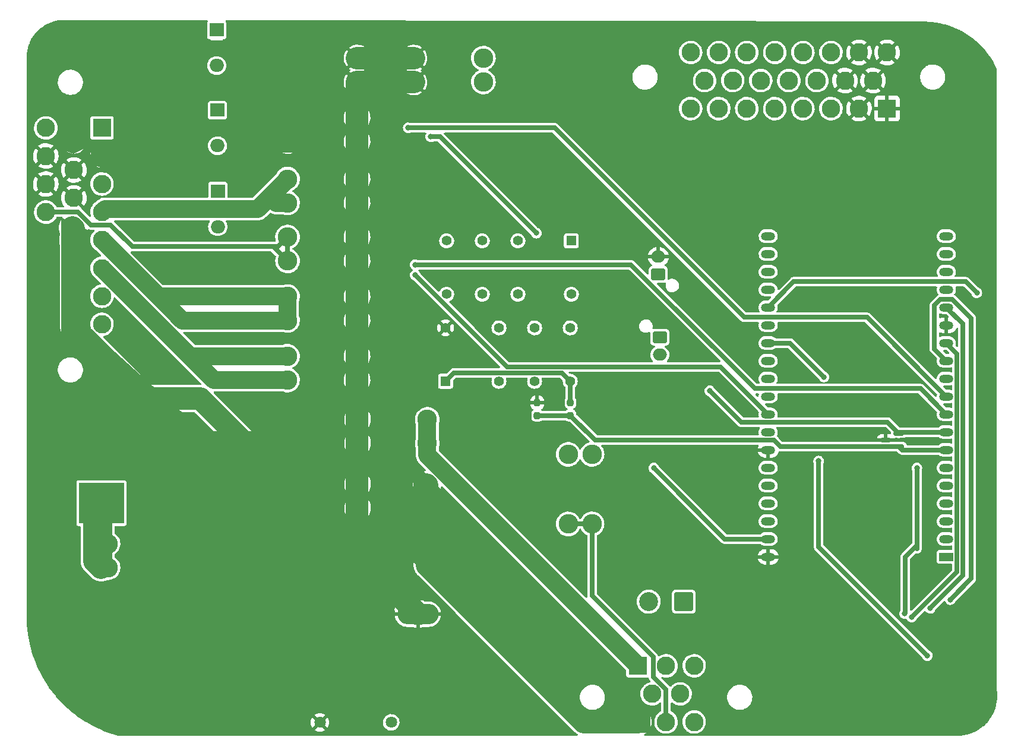
<source format=gbr>
%TF.GenerationSoftware,KiCad,Pcbnew,(6.0.1)*%
%TF.CreationDate,2022-11-29T11:39:49-05:00*%
%TF.ProjectId,rear-control-board,72656172-2d63-46f6-9e74-726f6c2d626f,rev?*%
%TF.SameCoordinates,Original*%
%TF.FileFunction,Copper,L2,Bot*%
%TF.FilePolarity,Positive*%
%FSLAX46Y46*%
G04 Gerber Fmt 4.6, Leading zero omitted, Abs format (unit mm)*
G04 Created by KiCad (PCBNEW (6.0.1)) date 2022-11-29 11:39:49*
%MOMM*%
%LPD*%
G01*
G04 APERTURE LIST*
G04 Aperture macros list*
%AMRoundRect*
0 Rectangle with rounded corners*
0 $1 Rounding radius*
0 $2 $3 $4 $5 $6 $7 $8 $9 X,Y pos of 4 corners*
0 Add a 4 corners polygon primitive as box body*
4,1,4,$2,$3,$4,$5,$6,$7,$8,$9,$2,$3,0*
0 Add four circle primitives for the rounded corners*
1,1,$1+$1,$2,$3*
1,1,$1+$1,$4,$5*
1,1,$1+$1,$6,$7*
1,1,$1+$1,$8,$9*
0 Add four rect primitives between the rounded corners*
20,1,$1+$1,$2,$3,$4,$5,0*
20,1,$1+$1,$4,$5,$6,$7,0*
20,1,$1+$1,$6,$7,$8,$9,0*
20,1,$1+$1,$8,$9,$2,$3,0*%
G04 Aperture macros list end*
%TA.AperFunction,ComponentPad*%
%ADD10C,2.780000*%
%TD*%
%TA.AperFunction,ComponentPad*%
%ADD11R,1.400000X1.400000*%
%TD*%
%TA.AperFunction,ComponentPad*%
%ADD12C,1.400000*%
%TD*%
%TA.AperFunction,ComponentPad*%
%ADD13RoundRect,0.250000X0.750000X-0.600000X0.750000X0.600000X-0.750000X0.600000X-0.750000X-0.600000X0*%
%TD*%
%TA.AperFunction,ComponentPad*%
%ADD14O,2.000000X1.700000*%
%TD*%
%TA.AperFunction,ComponentPad*%
%ADD15O,2.000000X1.905000*%
%TD*%
%TA.AperFunction,ComponentPad*%
%ADD16R,2.000000X1.905000*%
%TD*%
%TA.AperFunction,ComponentPad*%
%ADD17R,2.000000X1.200000*%
%TD*%
%TA.AperFunction,ComponentPad*%
%ADD18O,2.000000X1.200000*%
%TD*%
%TA.AperFunction,ComponentPad*%
%ADD19C,1.635000*%
%TD*%
%TA.AperFunction,ComponentPad*%
%ADD20O,2.670000X5.340000*%
%TD*%
%TA.AperFunction,ComponentPad*%
%ADD21O,5.850000X2.925000*%
%TD*%
%TA.AperFunction,ComponentPad*%
%ADD22R,2.625000X2.625000*%
%TD*%
%TA.AperFunction,ComponentPad*%
%ADD23C,2.625000*%
%TD*%
%TA.AperFunction,ComponentPad*%
%ADD24RoundRect,0.250000X-0.750000X0.600000X-0.750000X-0.600000X0.750000X-0.600000X0.750000X0.600000X0*%
%TD*%
%TA.AperFunction,ComponentPad*%
%ADD25RoundRect,0.250001X1.099999X1.099999X-1.099999X1.099999X-1.099999X-1.099999X1.099999X-1.099999X0*%
%TD*%
%TA.AperFunction,ComponentPad*%
%ADD26C,2.700000*%
%TD*%
%TA.AperFunction,SMDPad,CuDef*%
%ADD27R,2.200000X1.200000*%
%TD*%
%TA.AperFunction,SMDPad,CuDef*%
%ADD28R,6.400000X5.800000*%
%TD*%
%TA.AperFunction,SMDPad,CuDef*%
%ADD29RoundRect,0.237500X0.237500X-0.250000X0.237500X0.250000X-0.237500X0.250000X-0.237500X-0.250000X0*%
%TD*%
%TA.AperFunction,SMDPad,CuDef*%
%ADD30RoundRect,0.237500X-0.237500X0.250000X-0.237500X-0.250000X0.237500X-0.250000X0.237500X0.250000X0*%
%TD*%
%TA.AperFunction,SMDPad,CuDef*%
%ADD31RoundRect,0.150000X0.587500X0.150000X-0.587500X0.150000X-0.587500X-0.150000X0.587500X-0.150000X0*%
%TD*%
%TA.AperFunction,ViaPad*%
%ADD32C,0.800000*%
%TD*%
%TA.AperFunction,Conductor*%
%ADD33C,3.175000*%
%TD*%
%TA.AperFunction,Conductor*%
%ADD34C,0.635000*%
%TD*%
%TA.AperFunction,Conductor*%
%ADD35C,2.540000*%
%TD*%
G04 APERTURE END LIST*
D10*
%TO.P,F1,1*%
%TO.N,+12V*%
X114040000Y-67300000D03*
X114040000Y-70700000D03*
%TO.P,F1,2*%
%TO.N,INT_12V*%
X123960000Y-67300000D03*
X123960000Y-70700000D03*
%TD*%
%TO.P,F9,1*%
%TO.N,+12V*%
X106040000Y-118800000D03*
X106040000Y-122200000D03*
%TO.P,F9,2*%
%TO.N,/BRB_LOOP*%
X115960000Y-118800000D03*
X115960000Y-122200000D03*
%TD*%
D11*
%TO.P,K2,1*%
%TO.N,/FAULT_LATCHER/BMS_SWITCH*%
X136500000Y-93351115D03*
D12*
%TO.P,K2,4*%
%TO.N,/FAULT_BMS*%
X128880000Y-93351115D03*
%TO.P,K2,6*%
%TO.N,unconnected-(K2-Pad6)*%
X123800000Y-93351115D03*
%TO.P,K2,8*%
%TO.N,/FAULT_LATCHER/BMS_SWITCH*%
X118720000Y-93351115D03*
%TO.P,K2,9*%
%TO.N,/BRB_RTN*%
X118720000Y-100971115D03*
%TO.P,K2,11*%
%TO.N,unconnected-(K2-Pad11)*%
X123800000Y-100971115D03*
%TO.P,K2,13*%
%TO.N,Net-(K2-Pad13)*%
X128880000Y-100971115D03*
%TO.P,K2,16*%
%TO.N,INT_12V*%
X136500000Y-100971115D03*
%TD*%
D13*
%TO.P,J4,1,Pin_1*%
%TO.N,/FAULT_LATCHER/BMS_SWITCH*%
X148892500Y-98113615D03*
D14*
%TO.P,J4,2,Pin_2*%
%TO.N,GND*%
X148892500Y-95613615D03*
%TD*%
D15*
%TO.P,D11,1,A*%
%TO.N,/FAN_RTRN_12V*%
X86055000Y-79790000D03*
D16*
X86055000Y-74710000D03*
D15*
%TO.P,D11,2,K*%
%TO.N,/FAN_12V*%
X86055000Y-77250000D03*
%TD*%
D17*
%TO.P,U1,1,3V3*%
%TO.N,VDD*%
X189950000Y-138403440D03*
D18*
%TO.P,U1,2,CHIP_PU*%
X189950000Y-135863440D03*
%TO.P,U1,3,SENSOR_VP/GPIO36/ADC1_CH0*%
%TO.N,/WHEEL_L*%
X189950000Y-133323440D03*
%TO.P,U1,4,SENSOR_VN/GPIO39/ADC1_CH3*%
%TO.N,/WHEEL_R*%
X189950000Y-130783440D03*
%TO.P,U1,5,VDET_1/GPIO34/ADC1_CH6*%
%TO.N,/SUSPENSION_L*%
X189950000Y-128243440D03*
%TO.P,U1,6,VDET_2/GPIO35/ADC1_CH7*%
%TO.N,/SUSPENSION_R*%
X189950000Y-125703440D03*
%TO.P,U1,7,32K_XP/GPIO32/ADC1_CH4*%
%TO.N,/Controller/FAULT_IMD*%
X189950000Y-123163440D03*
%TO.P,U1,8,32K_XN/GPIO33/ADC1_CH5*%
%TO.N,/FAULT_LATCHER/BMS_SWITCH*%
X189950000Y-120623440D03*
%TO.P,U1,9,DAC_1/ADC2_CH8/GPIO25*%
%TO.N,/Controller/BRAKE_CTRL*%
X189950000Y-118083440D03*
%TO.P,U1,10,DAC_2/ADC2_CH9/GPIO26*%
%TO.N,/Controller/FAN_CTRL*%
X189950000Y-115543440D03*
%TO.P,U1,11,ADC2_CH7/GPIO27*%
%TO.N,unconnected-(U1-Pad11)*%
X189950000Y-113003440D03*
%TO.P,U1,12,MTMS/GPIO14/ADC2_CH6*%
%TO.N,/Controller/CLK*%
X189950000Y-110463440D03*
%TO.P,U1,13,\u002AMTDI/GPIO12/ADC2_CH5*%
%TO.N,/Controller/DAT2*%
X189950000Y-107923440D03*
%TO.P,U1,14,GND*%
%TO.N,GND*%
X189950000Y-105383440D03*
%TO.P,U1,15,MTCK/GPIO13/ADC2_CH4*%
%TO.N,/Controller/DAT3*%
X189950000Y-102843440D03*
%TO.P,U1,16,SD_DATA2/GPIO9*%
%TO.N,unconnected-(U1-Pad16)*%
X189950000Y-100303440D03*
%TO.P,U1,17,SD_DATA3/GPIO10*%
%TO.N,unconnected-(U1-Pad17)*%
X189950000Y-97763440D03*
%TO.P,U1,18,CMD*%
%TO.N,unconnected-(U1-Pad18)*%
X189950000Y-95223440D03*
%TO.P,U1,19,5V*%
%TO.N,unconnected-(U1-Pad19)*%
X189950000Y-92683440D03*
%TO.P,U1,20,SD_CLK/GPIO6*%
%TO.N,unconnected-(U1-Pad20)*%
X164553680Y-92686160D03*
%TO.P,U1,21,SD_DATA0/GPIO7*%
%TO.N,unconnected-(U1-Pad21)*%
X164553680Y-95226160D03*
%TO.P,U1,22,SD_DATA1/GPIO8*%
%TO.N,unconnected-(U1-Pad22)*%
X164550000Y-97763440D03*
%TO.P,U1,23,\u002AMTDO/GPIO15/ADC2_CH3*%
%TO.N,/Controller/CMD*%
X164550000Y-100303440D03*
%TO.P,U1,24,ADC2_CH2/\u002AGPIO2*%
%TO.N,/Controller/DAT0*%
X164550000Y-102843440D03*
%TO.P,U1,25,\u002AGPIO0/BOOT/ADC2_CH1*%
%TO.N,/WATER_OUT-*%
X164550000Y-105383440D03*
%TO.P,U1,26,ADC2_CH0/GPIO4*%
%TO.N,/Controller/DAT1*%
X164550000Y-107923440D03*
%TO.P,U1,27,GPIO16*%
%TO.N,unconnected-(U1-Pad27)*%
X164550000Y-110463440D03*
%TO.P,U1,28,GPIO17*%
%TO.N,/WATER_IN-*%
X164550000Y-113003440D03*
%TO.P,U1,29,\u002AGPIO5*%
%TO.N,unconnected-(U1-Pad29)*%
X164550000Y-115543440D03*
%TO.P,U1,30,GPIO18*%
%TO.N,/Controller/PUMP_CTRL*%
X164550000Y-118083440D03*
%TO.P,U1,31,GPIO19*%
%TO.N,/Controller/CAN_MISO*%
X164550000Y-120623440D03*
%TO.P,U1,32,GND*%
%TO.N,GND*%
X164550000Y-123163440D03*
%TO.P,U1,33,GPIO21*%
%TO.N,unconnected-(U1-Pad33)*%
X164550000Y-125703440D03*
%TO.P,U1,34,U0RXD/GPIO3*%
%TO.N,unconnected-(U1-Pad34)*%
X164550000Y-128243440D03*
%TO.P,U1,35,U0TXD/GPIO1*%
%TO.N,unconnected-(U1-Pad35)*%
X164550000Y-130783440D03*
%TO.P,U1,36,GPIO22*%
%TO.N,unconnected-(U1-Pad36)*%
X164550000Y-133323440D03*
%TO.P,U1,37,GPIO23*%
%TO.N,/Controller/CAN_MOSI*%
X164550000Y-135863440D03*
%TO.P,U1,38,GND*%
%TO.N,GND*%
X164550000Y-138403440D03*
%TD*%
D19*
%TO.P,K1,1*%
%TO.N,/BRB_RTN*%
X110815000Y-162010000D03*
%TO.P,K1,2*%
%TO.N,GND*%
X100655000Y-162010000D03*
D20*
%TO.P,K1,3*%
%TO.N,/BATT_12V*%
X95875000Y-150000000D03*
D21*
%TO.P,K1,4*%
%TO.N,+12V*%
X114625000Y-146570000D03*
%TD*%
D10*
%TO.P,F4,1*%
%TO.N,+12V*%
X105960000Y-96200000D03*
X105960000Y-92800000D03*
%TO.P,F4,2*%
%TO.N,/FRONT_12*%
X96040000Y-92800000D03*
X96040000Y-96200000D03*
%TD*%
D22*
%TO.P,J3,1,Pin_1*%
%TO.N,/BRB_LOOP*%
X146000000Y-153937500D03*
D23*
%TO.P,J3,2,Pin_2*%
%TO.N,/CAN_N*%
X150000000Y-153937500D03*
%TO.P,J3,3,Pin_3*%
%TO.N,/CAN_P*%
X154000000Y-153937500D03*
%TO.P,J3,4,Pin_4*%
%TO.N,/CAN_N*%
X148000000Y-157937500D03*
%TO.P,J3,5,Pin_5*%
%TO.N,/CAN_P*%
X152000000Y-157937500D03*
%TO.P,J3,6,Pin_6*%
%TO.N,/RINE_12*%
X146000000Y-161937500D03*
%TO.P,J3,7,Pin_7*%
%TO.N,/TSV*%
X150000000Y-161937500D03*
%TO.P,J3,8,Pin_8*%
%TO.N,/BRB_RTN*%
X154000000Y-161937500D03*
%TD*%
D10*
%TO.P,F8,1*%
%TO.N,+12V*%
X105960000Y-84550000D03*
X105960000Y-87950000D03*
%TO.P,F8,2*%
%TO.N,/BRAKE_12V*%
X96040000Y-84550000D03*
X96040000Y-87950000D03*
%TD*%
D16*
%TO.P,D10,1,A*%
%TO.N,/BRAKE_RTRN_12V*%
X86095000Y-86265000D03*
D15*
X86095000Y-91345000D03*
%TO.P,D10,2,K*%
%TO.N,/BRAKE_12V*%
X86095000Y-88805000D03*
%TD*%
D10*
%TO.P,F7,1*%
%TO.N,+12V*%
X105960000Y-104700000D03*
X105960000Y-101300000D03*
%TO.P,F7,2*%
%TO.N,/HVB_12*%
X96040000Y-104700000D03*
X96040000Y-101300000D03*
%TD*%
%TO.P,F10,1*%
%TO.N,/SSOK*%
X136050000Y-123790000D03*
X139450000Y-123790000D03*
%TO.P,F10,2*%
%TO.N,/TSV*%
X139450000Y-133710000D03*
X136050000Y-133710000D03*
%TD*%
%TO.P,F6,1*%
%TO.N,+12V*%
X105960000Y-67300000D03*
X105960000Y-70700000D03*
%TO.P,F6,2*%
%TO.N,/PUMP_12V*%
X96040000Y-70700000D03*
X96040000Y-67300000D03*
%TD*%
D24*
%TO.P,J5,1,Pin_1*%
%TO.N,INT_12V*%
X149117500Y-107101115D03*
D14*
%TO.P,J5,2,Pin_2*%
%TO.N,/FAULT_LATCHER/IMD_SWITCH*%
X149117500Y-109601115D03*
%TD*%
D10*
%TO.P,F11,1*%
%TO.N,/charge-controller/dcdc_fuse*%
X70460000Y-136550000D03*
X70460000Y-139950000D03*
%TO.P,F11,2*%
%TO.N,/DCDC_IN*%
X60540000Y-139950000D03*
X60540000Y-136550000D03*
%TD*%
%TO.P,F2,1*%
%TO.N,+12V*%
X105960000Y-75800000D03*
X105960000Y-79200000D03*
%TO.P,F2,2*%
%TO.N,/FAN_12V*%
X96040000Y-79200000D03*
X96040000Y-75800000D03*
%TD*%
D11*
%TO.P,K3,1*%
%TO.N,/FAULT_LATCHER/IMD_SWITCH*%
X118560000Y-113376115D03*
D12*
%TO.P,K3,4*%
%TO.N,/FAULT_IMD*%
X126180000Y-113376115D03*
%TO.P,K3,6*%
%TO.N,unconnected-(K3-Pad6)*%
X131260000Y-113376115D03*
%TO.P,K3,8*%
%TO.N,/FAULT_LATCHER/IMD_SWITCH*%
X136340000Y-113376115D03*
%TO.P,K3,9*%
%TO.N,Net-(K2-Pad13)*%
X136340000Y-105756115D03*
%TO.P,K3,11*%
%TO.N,unconnected-(K3-Pad11)*%
X131260000Y-105756115D03*
%TO.P,K3,13*%
%TO.N,/SSOK*%
X126180000Y-105756115D03*
%TO.P,K3,16*%
%TO.N,GND*%
X118560000Y-105756115D03*
%TD*%
D22*
%TO.P,J1,1,Pin_1*%
%TO.N,/FAN_RTRN_12V*%
X69587500Y-77250000D03*
D23*
%TO.P,J1,2,Pin_2*%
%TO.N,/FAN_12V*%
X69587500Y-81250000D03*
%TO.P,J1,3,Pin_3*%
%TO.N,/BRAKE_RTRN_12V*%
X69587500Y-85250000D03*
%TO.P,J1,4,Pin_4*%
%TO.N,/BRAKE_12V*%
X69587500Y-89250000D03*
%TO.P,J1,5,Pin_5*%
%TO.N,/HVB_12*%
X69587500Y-93250000D03*
%TO.P,J1,6,Pin_6*%
%TO.N,BMS_12V*%
X69587500Y-97250000D03*
%TO.P,J1,7,Pin_7*%
%TO.N,/FAULT_BMS*%
X69587500Y-101250000D03*
%TO.P,J1,8,Pin_8*%
%TO.N,/FAULT_IMD*%
X69587500Y-105250000D03*
%TO.P,J1,9,Pin_9*%
%TO.N,/PUMP_12V*%
X65587500Y-79250000D03*
%TO.P,J1,10,Pin_10*%
%TO.N,GND*%
X65587500Y-83250000D03*
%TO.P,J1,11,Pin_11*%
X65587500Y-87250000D03*
%TO.P,J1,12,Pin_12*%
%TO.N,/BATT_12V*%
X65587500Y-91250000D03*
%TO.P,J1,13,Pin_13*%
X65587500Y-95250000D03*
%TO.P,J1,14,Pin_14*%
X65587500Y-99250000D03*
%TO.P,J1,15,Pin_15*%
X65587500Y-103250000D03*
%TO.P,J1,16,Pin_16*%
%TO.N,/PUMP_RTRN_12V*%
X61587500Y-77250000D03*
%TO.P,J1,17,Pin_17*%
%TO.N,GND*%
X61587500Y-81250000D03*
%TO.P,J1,18,Pin_18*%
X61587500Y-85250000D03*
%TO.P,J1,19,Pin_19*%
%TO.N,/FRONT_12*%
X61587500Y-89250000D03*
%TO.P,J1,20,Pin_20*%
%TO.N,/DCDC_IN*%
X61587500Y-93250000D03*
%TO.P,J1,21,Pin_21*%
X61587500Y-97250000D03*
%TO.P,J1,22,Pin_22*%
X61587500Y-101250000D03*
%TO.P,J1,23,Pin_23*%
X61587500Y-105250000D03*
%TD*%
D10*
%TO.P,F5,1*%
%TO.N,+12V*%
X105960000Y-109800000D03*
X105960000Y-113200000D03*
%TO.P,F5,2*%
%TO.N,BMS_12V*%
X96040000Y-113200000D03*
X96040000Y-109800000D03*
%TD*%
%TO.P,F3,1*%
%TO.N,+12V*%
X106040000Y-128050000D03*
X106040000Y-131450000D03*
%TO.P,F3,2*%
%TO.N,/RINE_12*%
X115960000Y-128050000D03*
X115960000Y-131450000D03*
%TD*%
D22*
%TO.P,J2,1,Pin_1*%
%TO.N,GND*%
X181500000Y-74500000D03*
D23*
%TO.P,J2,2,Pin_2*%
X177500000Y-74500000D03*
%TO.P,J2,3,Pin_3*%
%TO.N,unconnected-(J2-Pad3)*%
X173500000Y-74500000D03*
%TO.P,J2,4,Pin_4*%
%TO.N,/SUSPENSION_R*%
X169500000Y-74500000D03*
%TO.P,J2,5,Pin_5*%
%TO.N,/SUSPENSION_L*%
X165500000Y-74500000D03*
%TO.P,J2,6,Pin_6*%
%TO.N,/WHEEL_R*%
X161500000Y-74500000D03*
%TO.P,J2,7,Pin_7*%
%TO.N,/WHEEL_L*%
X157500000Y-74500000D03*
%TO.P,J2,8,Pin_8*%
%TO.N,/WATER_IN-*%
X153500000Y-74500000D03*
%TO.P,J2,9,Pin_9*%
%TO.N,GND*%
X179500000Y-70500000D03*
%TO.P,J2,10,Pin_10*%
X175500000Y-70500000D03*
%TO.P,J2,11,Pin_11*%
%TO.N,unconnected-(J2-Pad11)*%
X171500000Y-70500000D03*
%TO.P,J2,12,Pin_12*%
%TO.N,unconnected-(J2-Pad12)*%
X167500000Y-70500000D03*
%TO.P,J2,13,Pin_13*%
%TO.N,unconnected-(J2-Pad13)*%
X163500000Y-70500000D03*
%TO.P,J2,14,Pin_14*%
%TO.N,unconnected-(J2-Pad14)*%
X159500000Y-70500000D03*
%TO.P,J2,15,Pin_15*%
%TO.N,/WATER_OUT-*%
X155500000Y-70500000D03*
%TO.P,J2,16,Pin_16*%
%TO.N,GND*%
X181500000Y-66500000D03*
%TO.P,J2,17,Pin_17*%
X177500000Y-66500000D03*
%TO.P,J2,18,Pin_18*%
%TO.N,VDD*%
X173500000Y-66500000D03*
%TO.P,J2,19,Pin_19*%
X169500000Y-66500000D03*
%TO.P,J2,20,Pin_20*%
X165500000Y-66500000D03*
%TO.P,J2,21,Pin_21*%
X161500000Y-66500000D03*
%TO.P,J2,22,Pin_22*%
X157500000Y-66500000D03*
%TO.P,J2,23,Pin_23*%
X153500000Y-66500000D03*
%TD*%
D25*
%TO.P,J6,1,Pin_1*%
%TO.N,/CAN_P*%
X152527500Y-144800000D03*
D26*
%TO.P,J6,2,Pin_2*%
%TO.N,/CAN_N*%
X147527500Y-144800000D03*
%TD*%
D16*
%TO.P,D12,1,A*%
%TO.N,/PUMP_RTRN_12V*%
X85940000Y-63285000D03*
D15*
X85940000Y-68365000D03*
%TO.P,D12,2,K*%
%TO.N,/PUMP_12V*%
X85940000Y-65825000D03*
%TD*%
D27*
%TO.P,D3,1,K*%
%TO.N,/BATT_12V*%
X75800000Y-128470000D03*
D28*
%TO.P,D3,2,A*%
%TO.N,/charge-controller/dcdc_fuse*%
X69500000Y-130750000D03*
D27*
%TO.P,D3,3,K*%
%TO.N,/BATT_12V*%
X75800000Y-133030000D03*
%TD*%
D29*
%TO.P,R8,1*%
%TO.N,/Controller/FAULT_IMD*%
X131625000Y-118250000D03*
%TO.P,R8,2*%
%TO.N,GND*%
X131625000Y-116425000D03*
%TD*%
D30*
%TO.P,R5,1*%
%TO.N,/FAULT_LATCHER/IMD_SWITCH*%
X136375000Y-116425000D03*
%TO.P,R5,2*%
%TO.N,/Controller/FAULT_IMD*%
X136375000Y-118250000D03*
%TD*%
D31*
%TO.P,D7,1,K*%
%TO.N,/FAULT_LATCHER/BMS_SWITCH*%
X183187500Y-120800000D03*
%TO.P,D7,2,K*%
%TO.N,/Controller/FAULT_IMD*%
X183187500Y-122700000D03*
%TO.P,D7,3,A*%
%TO.N,GND*%
X181312500Y-121750000D03*
%TD*%
D32*
%TO.N,GND*%
X151000000Y-124500000D03*
X118750000Y-89000000D03*
X132000000Y-121250000D03*
X110750000Y-80500000D03*
X129000000Y-125750000D03*
X173500000Y-120750000D03*
X145500000Y-135250000D03*
X159250000Y-108250000D03*
X131000000Y-131000000D03*
X190500000Y-153000000D03*
X131000000Y-131000000D03*
X110500000Y-78250000D03*
X177500000Y-128750000D03*
X125750000Y-120750000D03*
X113250000Y-112250000D03*
X150250000Y-136750000D03*
%TO.N,INT_12V*%
X116445000Y-78525000D03*
X131500000Y-92250000D03*
%TO.N,/Controller/FAN_CTRL*%
X113250000Y-77250000D03*
%TO.N,/Controller/PUMP_CTRL*%
X114250000Y-98250000D03*
%TO.N,/Controller/BRAKE_CTRL*%
X114250000Y-96750000D03*
%TO.N,/Controller/CAN_MOSI*%
X148250000Y-125750000D03*
%TO.N,/Controller/DAT2*%
X185000000Y-147000000D03*
%TO.N,/Controller/DAT3*%
X187623500Y-145750000D03*
%TO.N,/Controller/CMD*%
X187250000Y-152500000D03*
X171750000Y-124750000D03*
%TO.N,/Controller/CLK*%
X190500000Y-144500000D03*
%TO.N,/Controller/DAT0*%
X194289020Y-100750000D03*
%TO.N,/Controller/DAT1*%
X184000000Y-146500000D03*
X172500000Y-112750000D03*
X185750000Y-125750000D03*
%TO.N,/FAULT_LATCHER/BMS_SWITCH*%
X156250000Y-114750000D03*
%TD*%
D33*
%TO.N,/DCDC_IN*%
X60540000Y-139950000D02*
X60540000Y-94297500D01*
X60540000Y-94297500D02*
X61587500Y-93250000D01*
X60540000Y-139950000D02*
X60540000Y-136550000D01*
%TO.N,/BATT_12V*%
X95875000Y-128125000D02*
X95875000Y-150000000D01*
X83595872Y-115845872D02*
X95875000Y-128125000D01*
X75800000Y-115845872D02*
X83595872Y-115845872D01*
X78905000Y-133030000D02*
X95875000Y-150000000D01*
X75800000Y-133030000D02*
X78905000Y-133030000D01*
X75800000Y-115845872D02*
X75800000Y-133030000D01*
X65587500Y-105633372D02*
X75800000Y-115845872D01*
X65587500Y-103250000D02*
X65587500Y-105633372D01*
X65587500Y-91638920D02*
X65393040Y-91444460D01*
X65587500Y-103250000D02*
X65587500Y-91638920D01*
%TO.N,/RINE_12*%
X138316094Y-161937500D02*
X146000000Y-161937500D01*
X115960000Y-139581406D02*
X138316094Y-161937500D01*
X115960000Y-131450000D02*
X115960000Y-139581406D01*
X115960000Y-128220780D02*
X115874610Y-128135390D01*
X115960000Y-131450000D02*
X115960000Y-128220780D01*
%TO.N,+12V*%
X105960000Y-137905000D02*
X114625000Y-146570000D01*
X105960000Y-70700000D02*
X105960000Y-137905000D01*
X114040000Y-70700000D02*
X105960000Y-70700000D01*
X105960000Y-67300000D02*
X114040000Y-67300000D01*
D34*
%TO.N,INT_12V*%
X131500000Y-92250000D02*
X117775000Y-78525000D01*
X117775000Y-78525000D02*
X116445000Y-78525000D01*
%TO.N,/FAULT_LATCHER/IMD_SWITCH*%
X136340000Y-113376115D02*
X135122989Y-112159104D01*
X119777011Y-112159104D02*
X118560000Y-113376115D01*
X136375000Y-113411115D02*
X136340000Y-113376115D01*
X135122989Y-112159104D02*
X119777011Y-112159104D01*
X136375000Y-116425000D02*
X136375000Y-113411115D01*
D35*
%TO.N,/BRAKE_12V*%
X96040000Y-87950000D02*
X94450000Y-87950000D01*
X70032500Y-88805000D02*
X86095000Y-88805000D01*
X94450000Y-87950000D02*
X93545000Y-87045000D01*
X93545000Y-87045000D02*
X96040000Y-84550000D01*
X91785000Y-88805000D02*
X93545000Y-87045000D01*
X86095000Y-88805000D02*
X91785000Y-88805000D01*
X69587500Y-89250000D02*
X70032500Y-88805000D01*
D34*
%TO.N,/Controller/FAULT_IMD*%
X183187500Y-122700000D02*
X183650940Y-123163440D01*
X136375000Y-118250000D02*
X131625000Y-118250000D01*
X166300000Y-122700000D02*
X165350000Y-121750000D01*
X183187500Y-122700000D02*
X166300000Y-122700000D01*
X139875000Y-121750000D02*
X136375000Y-118250000D01*
X165350000Y-121750000D02*
X139875000Y-121750000D01*
X183650940Y-123163440D02*
X189950000Y-123163440D01*
%TO.N,/Controller/FAN_CTRL*%
X134130896Y-77250000D02*
X113250000Y-77250000D01*
X161147316Y-104266420D02*
X134130896Y-77250000D01*
X178672980Y-104266420D02*
X161147316Y-104266420D01*
X189950000Y-115543440D02*
X178672980Y-104266420D01*
%TO.N,/Controller/PUMP_CTRL*%
X157791144Y-111324584D02*
X164550000Y-118083440D01*
X127324584Y-111324584D02*
X157791144Y-111324584D01*
X114250000Y-98250000D02*
X127324584Y-111324584D01*
%TO.N,/Controller/BRAKE_CTRL*%
X186292980Y-114426420D02*
X162676420Y-114426420D01*
X114250000Y-96750000D02*
X145000000Y-96750000D01*
X145000000Y-96750000D02*
X162676420Y-114426420D01*
X189950000Y-118083440D02*
X186292980Y-114426420D01*
%TO.N,/Controller/CAN_MOSI*%
X158363440Y-135863440D02*
X164550000Y-135863440D01*
X148250000Y-125750000D02*
X158363440Y-135863440D01*
D33*
%TO.N,/charge-controller/dcdc_fuse*%
X69460000Y-131710000D02*
X68500000Y-130750000D01*
X69460000Y-139950000D02*
X69460000Y-136550000D01*
X68500000Y-130750000D02*
X68500000Y-138990000D01*
X68500000Y-138990000D02*
X69460000Y-139950000D01*
X69460000Y-136550000D02*
X69460000Y-131710000D01*
D34*
%TO.N,/TSV*%
X150000000Y-157350180D02*
X150000000Y-161937500D01*
X148170489Y-152670489D02*
X148170489Y-155520669D01*
X139450000Y-143950000D02*
X148170489Y-152670489D01*
X148170489Y-155520669D02*
X150000000Y-157350180D01*
X139450000Y-133710000D02*
X139450000Y-137800000D01*
X139450000Y-137110000D02*
X139450000Y-137800000D01*
X139450000Y-137800000D02*
X139450000Y-143950000D01*
X136050000Y-133710000D02*
X139450000Y-133710000D01*
%TO.N,/Controller/DAT2*%
X191467020Y-109440460D02*
X189950000Y-107923440D01*
X185000000Y-147000000D02*
X191467020Y-140532980D01*
X191467020Y-140532980D02*
X191467020Y-109440460D01*
%TO.N,/Controller/DAT3*%
X192301540Y-141071960D02*
X192301540Y-105194980D01*
X192301540Y-105194980D02*
X189950000Y-102843440D01*
X187623500Y-145750000D02*
X192301540Y-141071960D01*
%TO.N,/Controller/CMD*%
X187250000Y-152500000D02*
X171750000Y-137000000D01*
X171750000Y-137000000D02*
X171750000Y-124750000D01*
%TO.N,/Controller/CLK*%
X188250000Y-102563736D02*
X188250000Y-108763440D01*
X193500000Y-141500000D02*
X193500000Y-104413736D01*
X193500000Y-104413736D02*
X190812684Y-101726420D01*
X189087316Y-101726420D02*
X188250000Y-102563736D01*
X190500000Y-144500000D02*
X193500000Y-141500000D01*
X190812684Y-101726420D02*
X189087316Y-101726420D01*
X188250000Y-108763440D02*
X189950000Y-110463440D01*
%TO.N,/Controller/DAT0*%
X168207020Y-99186420D02*
X164550000Y-102843440D01*
X192725440Y-99186420D02*
X168207020Y-99186420D01*
X194289020Y-100750000D02*
X192725440Y-99186420D01*
%TO.N,/Controller/DAT1*%
X184082989Y-138417011D02*
X184082989Y-146417011D01*
X185750000Y-136750000D02*
X185750000Y-137250000D01*
X184082989Y-146417011D02*
X184000000Y-146500000D01*
X164550000Y-107923440D02*
X167673440Y-107923440D01*
X167673440Y-107923440D02*
X172500000Y-112750000D01*
X185750000Y-136750000D02*
X184082989Y-138417011D01*
X185750000Y-125750000D02*
X185750000Y-136750000D01*
D35*
%TO.N,BMS_12V*%
X96040000Y-109800000D02*
X82137500Y-109800000D01*
X85537500Y-113200000D02*
X82137500Y-109800000D01*
X82137500Y-109800000D02*
X69587500Y-97250000D01*
X96040000Y-113200000D02*
X85537500Y-113200000D01*
%TO.N,/BRB_LOOP*%
X115960000Y-122200000D02*
X115960000Y-123897500D01*
X115960000Y-123897500D02*
X146000000Y-153937500D01*
X115960000Y-118800000D02*
X115960000Y-122200000D01*
D34*
%TO.N,/FRONT_12*%
X96040000Y-92800000D02*
X94650001Y-94189999D01*
X68004331Y-91079511D02*
X66174820Y-89250000D01*
X94029999Y-94189999D02*
X73939999Y-94189999D01*
X96040000Y-92800000D02*
X96040000Y-96200000D01*
X70829511Y-91079511D02*
X68004331Y-91079511D01*
X96040000Y-96200000D02*
X94029999Y-94189999D01*
X73939999Y-94189999D02*
X70829511Y-91079511D01*
X66174820Y-89250000D02*
X61587500Y-89250000D01*
X94650001Y-94189999D02*
X94029999Y-94189999D01*
D35*
%TO.N,/HVB_12*%
X96040000Y-101300000D02*
X77637500Y-101300000D01*
X96040000Y-104700000D02*
X81037500Y-104700000D01*
X81037500Y-104700000D02*
X77637500Y-101300000D01*
X77637500Y-101300000D02*
X69587500Y-93250000D01*
X96040000Y-104700000D02*
X96040000Y-101300000D01*
D34*
%TO.N,/FAULT_LATCHER/BMS_SWITCH*%
X183187500Y-120800000D02*
X183364060Y-120623440D01*
X181587960Y-119200460D02*
X160700460Y-119200460D01*
X183187500Y-120800000D02*
X181587960Y-119200460D01*
X183364060Y-120623440D02*
X189950000Y-120623440D01*
X160700460Y-119200460D02*
X156250000Y-114750000D01*
%TD*%
%TA.AperFunction,Conductor*%
%TO.N,GND*%
G36*
X84571015Y-61887752D02*
G01*
X84639091Y-61907902D01*
X84685468Y-61961658D01*
X84695419Y-62031954D01*
X84665787Y-62096470D01*
X84659915Y-62102768D01*
X84649812Y-62112889D01*
X84649809Y-62112893D01*
X84642453Y-62120262D01*
X84589747Y-62228085D01*
X84579500Y-62298328D01*
X84579500Y-64271672D01*
X84580169Y-64276220D01*
X84580170Y-64276227D01*
X84588504Y-64332841D01*
X84589930Y-64342526D01*
X84642824Y-64450257D01*
X84727762Y-64535047D01*
X84789167Y-64565063D01*
X84826802Y-64583460D01*
X84826804Y-64583461D01*
X84835585Y-64587753D01*
X84845258Y-64589164D01*
X84845261Y-64589165D01*
X84877250Y-64593831D01*
X84905828Y-64598000D01*
X84958879Y-64598000D01*
X85027000Y-64618002D01*
X85073493Y-64671658D01*
X85083597Y-64741932D01*
X85054103Y-64806512D01*
X85045215Y-64815261D01*
X85045296Y-64815342D01*
X84882842Y-64977796D01*
X84879685Y-64982304D01*
X84879683Y-64982307D01*
X84829166Y-65054453D01*
X84751066Y-65165992D01*
X84748743Y-65170974D01*
X84748740Y-65170979D01*
X84657710Y-65366193D01*
X84653971Y-65374212D01*
X84652549Y-65379520D01*
X84652548Y-65379522D01*
X84598040Y-65582952D01*
X84594509Y-65596129D01*
X84574485Y-65825000D01*
X84594509Y-66053871D01*
X84595933Y-66059184D01*
X84595933Y-66059186D01*
X84652102Y-66268811D01*
X84653971Y-66275788D01*
X84656293Y-66280768D01*
X84656294Y-66280770D01*
X84743818Y-66468463D01*
X84751066Y-66484007D01*
X84882842Y-66672204D01*
X85045296Y-66834658D01*
X85233493Y-66966434D01*
X85238470Y-66968755D01*
X85238479Y-66968760D01*
X85264312Y-66980806D01*
X85317597Y-67027723D01*
X85337057Y-67096001D01*
X85316515Y-67163960D01*
X85264312Y-67209194D01*
X85238479Y-67221240D01*
X85238470Y-67221245D01*
X85233493Y-67223566D01*
X85045296Y-67355342D01*
X84882842Y-67517796D01*
X84879685Y-67522304D01*
X84879683Y-67522307D01*
X84754223Y-67701483D01*
X84751066Y-67705992D01*
X84748743Y-67710974D01*
X84748740Y-67710979D01*
X84658430Y-67904649D01*
X84653971Y-67914212D01*
X84652549Y-67919520D01*
X84652548Y-67919522D01*
X84595933Y-68130814D01*
X84594509Y-68136129D01*
X84574485Y-68365000D01*
X84594509Y-68593871D01*
X84595933Y-68599184D01*
X84595933Y-68599186D01*
X84627126Y-68715599D01*
X84653971Y-68815788D01*
X84656293Y-68820768D01*
X84656294Y-68820770D01*
X84743660Y-69008124D01*
X84751066Y-69024007D01*
X84882842Y-69212204D01*
X85045296Y-69374658D01*
X85233493Y-69506434D01*
X85238471Y-69508755D01*
X85238474Y-69508757D01*
X85386028Y-69577563D01*
X85441712Y-69603529D01*
X85447020Y-69604951D01*
X85447022Y-69604952D01*
X85658314Y-69661567D01*
X85658316Y-69661567D01*
X85663629Y-69662991D01*
X85763884Y-69671762D01*
X85832455Y-69677762D01*
X85832462Y-69677762D01*
X85835179Y-69678000D01*
X86044821Y-69678000D01*
X86047538Y-69677762D01*
X86047545Y-69677762D01*
X86116116Y-69671762D01*
X86216371Y-69662991D01*
X86221684Y-69661567D01*
X86221686Y-69661567D01*
X86432978Y-69604952D01*
X86432980Y-69604951D01*
X86438288Y-69603529D01*
X86493972Y-69577563D01*
X86641526Y-69508757D01*
X86641529Y-69508755D01*
X86646507Y-69506434D01*
X86834704Y-69374658D01*
X86997158Y-69212204D01*
X87000318Y-69207692D01*
X87125777Y-69028517D01*
X87125780Y-69028512D01*
X87128934Y-69024008D01*
X87131257Y-69019026D01*
X87131260Y-69019021D01*
X87223706Y-68820770D01*
X87223707Y-68820768D01*
X87226029Y-68815788D01*
X87252875Y-68715599D01*
X87284067Y-68599186D01*
X87284067Y-68599184D01*
X87285491Y-68593871D01*
X87305515Y-68365000D01*
X87285491Y-68136129D01*
X87284067Y-68130814D01*
X87227452Y-67919522D01*
X87227451Y-67919520D01*
X87226029Y-67914212D01*
X87200628Y-67859739D01*
X87131257Y-67710974D01*
X87131255Y-67710971D01*
X87128934Y-67705993D01*
X86997158Y-67517796D01*
X86834704Y-67355342D01*
X86646507Y-67223566D01*
X86641530Y-67221245D01*
X86641521Y-67221240D01*
X86615688Y-67209194D01*
X86562403Y-67162277D01*
X86542943Y-67093999D01*
X86563485Y-67026040D01*
X86615688Y-66980806D01*
X86641521Y-66968760D01*
X86641530Y-66968755D01*
X86646507Y-66966434D01*
X86834704Y-66834658D01*
X86997158Y-66672204D01*
X87000318Y-66667692D01*
X87125777Y-66488517D01*
X87125780Y-66488512D01*
X87128934Y-66484008D01*
X87131257Y-66479026D01*
X87131260Y-66479021D01*
X87223706Y-66280770D01*
X87223707Y-66280768D01*
X87226029Y-66275788D01*
X87227899Y-66268811D01*
X87284067Y-66059186D01*
X87284067Y-66059184D01*
X87285491Y-66053871D01*
X87305515Y-65825000D01*
X87285491Y-65596129D01*
X87281960Y-65582952D01*
X87227452Y-65379522D01*
X87227451Y-65379520D01*
X87226029Y-65374212D01*
X87215671Y-65352000D01*
X87131257Y-65170974D01*
X87131255Y-65170971D01*
X87128934Y-65165993D01*
X86997158Y-64977796D01*
X86834704Y-64815342D01*
X86835893Y-64814153D01*
X86800804Y-64761415D01*
X86799676Y-64690427D01*
X86837106Y-64630099D01*
X86901210Y-64599583D01*
X86921121Y-64598000D01*
X86974172Y-64598000D01*
X86978720Y-64597331D01*
X86978727Y-64597330D01*
X87035341Y-64588996D01*
X87035343Y-64588995D01*
X87045026Y-64587570D01*
X87152757Y-64534676D01*
X87237547Y-64449738D01*
X87290253Y-64341915D01*
X87300500Y-64271672D01*
X87300500Y-62298328D01*
X87299831Y-62293780D01*
X87299830Y-62293773D01*
X87291496Y-62237159D01*
X87291495Y-62237157D01*
X87290070Y-62227474D01*
X87237176Y-62119743D01*
X87226280Y-62108866D01*
X87192201Y-62046584D01*
X87197204Y-61975764D01*
X87239701Y-61918891D01*
X87306200Y-61894022D01*
X87315571Y-61893693D01*
X138890187Y-62005326D01*
X187201365Y-62109896D01*
X187223919Y-62112167D01*
X187225191Y-62112220D01*
X187234908Y-62114174D01*
X187244754Y-62113030D01*
X187244755Y-62113030D01*
X187245967Y-62112889D01*
X187247517Y-62112709D01*
X187270782Y-62112169D01*
X187426446Y-62122975D01*
X187863901Y-62153341D01*
X187870895Y-62154023D01*
X188385160Y-62218685D01*
X188455060Y-62227474D01*
X188492805Y-62232220D01*
X188499749Y-62233291D01*
X189116342Y-62346038D01*
X189123181Y-62347486D01*
X189554709Y-62451550D01*
X189732532Y-62494432D01*
X189739315Y-62496269D01*
X190339530Y-62676957D01*
X190346199Y-62679170D01*
X190935365Y-62893020D01*
X190941900Y-62895600D01*
X191518297Y-63141991D01*
X191524645Y-63144917D01*
X191750545Y-63256765D01*
X192086375Y-63423042D01*
X192092582Y-63426334D01*
X192637919Y-63735331D01*
X192643934Y-63738964D01*
X193171211Y-64077889D01*
X193177014Y-64081852D01*
X193684567Y-64449639D01*
X193690140Y-64453919D01*
X194176411Y-64849437D01*
X194181736Y-64854021D01*
X194645192Y-65276022D01*
X194650254Y-65280896D01*
X195089474Y-65728088D01*
X195094256Y-65733237D01*
X195507850Y-66204201D01*
X195512338Y-66209608D01*
X195568012Y-66280629D01*
X195891838Y-66693718D01*
X195899048Y-66702916D01*
X195903224Y-66708561D01*
X195944828Y-66768204D01*
X196261823Y-67222648D01*
X196265681Y-67228521D01*
X196595073Y-67761810D01*
X196598580Y-67767859D01*
X196897741Y-68318702D01*
X196900911Y-68324949D01*
X197127905Y-68804932D01*
X197140000Y-68858800D01*
X197140000Y-157194162D01*
X197139936Y-157195030D01*
X197139449Y-157196581D01*
X197139493Y-157201027D01*
X197139493Y-157201032D01*
X197139994Y-157251142D01*
X197140000Y-157252401D01*
X197140000Y-157279907D01*
X197140262Y-157281485D01*
X197140306Y-157282427D01*
X197140588Y-157310612D01*
X197143745Y-157320008D01*
X197143925Y-157320544D01*
X197149466Y-157344678D01*
X197201589Y-157752021D01*
X197202465Y-157762010D01*
X197217149Y-158069864D01*
X197223463Y-158202252D01*
X197223542Y-158212274D01*
X197218955Y-158355832D01*
X197209465Y-158652801D01*
X197208746Y-158662803D01*
X197159684Y-159100809D01*
X197158172Y-159110721D01*
X197154325Y-159130603D01*
X197076847Y-159530984D01*
X197074439Y-159543427D01*
X197072146Y-159553180D01*
X197042657Y-159659421D01*
X196954259Y-159977889D01*
X196951194Y-159987437D01*
X196933936Y-160034663D01*
X196802994Y-160392982D01*
X196799920Y-160401393D01*
X196796109Y-160410660D01*
X196614021Y-160807736D01*
X196612385Y-160811303D01*
X196607848Y-160820239D01*
X196395541Y-161200180D01*
X196392854Y-161204988D01*
X196387630Y-161213522D01*
X196142707Y-161579980D01*
X196136807Y-161588088D01*
X196050606Y-161697168D01*
X195863535Y-161933889D01*
X195857025Y-161941485D01*
X195666613Y-162146544D01*
X195557111Y-162264469D01*
X195550001Y-162271540D01*
X195225346Y-162569658D01*
X195217709Y-162576129D01*
X194877268Y-162842103D01*
X194870405Y-162847465D01*
X194862264Y-162853320D01*
X194494461Y-163096193D01*
X194485880Y-163101381D01*
X194099935Y-163314234D01*
X194090969Y-163318723D01*
X194059658Y-163332871D01*
X193689321Y-163500211D01*
X193680040Y-163503967D01*
X193265231Y-163652942D01*
X193255671Y-163655952D01*
X192856358Y-163764400D01*
X192830333Y-163771468D01*
X192820559Y-163773709D01*
X192387389Y-163855035D01*
X192377468Y-163856492D01*
X191939191Y-163903117D01*
X191929185Y-163903780D01*
X191488605Y-163915405D01*
X191478579Y-163915271D01*
X191082914Y-163894192D01*
X191067546Y-163892141D01*
X191062750Y-163890457D01*
X191057474Y-163890000D01*
X191054228Y-163890000D01*
X191043254Y-163889489D01*
X191033858Y-163887089D01*
X190992494Y-163889742D01*
X190984429Y-163890000D01*
X146982747Y-163890000D01*
X146914626Y-163869998D01*
X146868133Y-163816342D01*
X146858029Y-163746068D01*
X146887523Y-163681488D01*
X146922915Y-163653112D01*
X147042541Y-163588565D01*
X147046457Y-163586452D01*
X147268356Y-163422555D01*
X147286529Y-163404666D01*
X147461768Y-163232157D01*
X147464949Y-163229026D01*
X147467650Y-163225487D01*
X147467656Y-163225480D01*
X147604270Y-163046472D01*
X147632312Y-163009728D01*
X147648243Y-162981282D01*
X147764930Y-162772923D01*
X147764931Y-162772920D01*
X147767106Y-162769037D01*
X147768707Y-162764898D01*
X147768711Y-162764890D01*
X147865038Y-162515897D01*
X147866641Y-162511754D01*
X147876305Y-162470064D01*
X147918927Y-162286177D01*
X147928932Y-162243013D01*
X147952735Y-161968176D01*
X147951065Y-161937821D01*
X147943172Y-161794407D01*
X147937576Y-161692727D01*
X147883757Y-161422162D01*
X147813821Y-161223011D01*
X147793831Y-161166088D01*
X147793830Y-161166085D01*
X147792353Y-161161880D01*
X147790300Y-161157927D01*
X147790297Y-161157921D01*
X147707924Y-160999347D01*
X147665186Y-160917073D01*
X147662603Y-160913458D01*
X147662599Y-160913452D01*
X147507382Y-160696247D01*
X147507379Y-160696243D01*
X147504794Y-160692626D01*
X147314377Y-160493018D01*
X147288631Y-160472721D01*
X147101231Y-160324987D01*
X147097735Y-160322231D01*
X146859191Y-160183674D01*
X146855074Y-160182006D01*
X146855067Y-160182003D01*
X146607636Y-160081783D01*
X146607635Y-160081783D01*
X146603503Y-160080109D01*
X146420548Y-160034663D01*
X146340098Y-160014679D01*
X146340094Y-160014678D01*
X146335773Y-160013605D01*
X146100502Y-159989500D01*
X140778839Y-159989500D01*
X140710718Y-159969498D01*
X140664225Y-159915842D01*
X140654121Y-159845568D01*
X140683615Y-159780988D01*
X140700833Y-159764550D01*
X140705981Y-159760492D01*
X140705984Y-159760489D01*
X140709649Y-159757600D01*
X140844748Y-159613986D01*
X140888286Y-159567704D01*
X140888288Y-159567701D01*
X140891485Y-159564303D01*
X141042753Y-159346251D01*
X141044820Y-159342060D01*
X141158064Y-159112424D01*
X141158065Y-159112421D01*
X141160129Y-159108236D01*
X141162507Y-159100809D01*
X141220680Y-158919075D01*
X141241035Y-158855486D01*
X141243123Y-158842669D01*
X141282943Y-158598164D01*
X141283694Y-158593553D01*
X141286355Y-158390238D01*
X141287106Y-158332869D01*
X141287106Y-158332866D01*
X141287167Y-158328192D01*
X141251380Y-158065233D01*
X141177118Y-157810451D01*
X141066013Y-157569445D01*
X141032127Y-157517760D01*
X140923071Y-157351421D01*
X140923067Y-157351416D01*
X140920505Y-157347508D01*
X140783638Y-157194162D01*
X140746908Y-157153009D01*
X140746906Y-157153007D01*
X140743791Y-157149517D01*
X140539753Y-156979820D01*
X140312873Y-156842147D01*
X140259396Y-156819722D01*
X140072451Y-156741329D01*
X140072446Y-156741327D01*
X140068136Y-156739520D01*
X140063604Y-156738369D01*
X140063601Y-156738368D01*
X139935586Y-156705857D01*
X139810918Y-156674195D01*
X139590497Y-156652000D01*
X139432622Y-156652000D01*
X139430297Y-156652173D01*
X139430291Y-156652173D01*
X139239998Y-156666314D01*
X139239994Y-156666315D01*
X139235346Y-156666660D01*
X139230798Y-156667689D01*
X139230792Y-156667690D01*
X139041865Y-156710441D01*
X138976506Y-156725230D01*
X138972154Y-156726922D01*
X138972152Y-156726923D01*
X138733520Y-156819722D01*
X138733518Y-156819723D01*
X138729167Y-156821415D01*
X138725113Y-156823732D01*
X138725111Y-156823733D01*
X138539752Y-156929674D01*
X138498761Y-156953102D01*
X138434952Y-157003405D01*
X138300678Y-157109259D01*
X138290351Y-157117400D01*
X138239133Y-157171846D01*
X138141332Y-157275812D01*
X138108515Y-157310697D01*
X138105856Y-157314530D01*
X138013965Y-157446991D01*
X137957247Y-157528749D01*
X137955181Y-157532938D01*
X137955180Y-157532940D01*
X137844687Y-157756999D01*
X137839871Y-157766764D01*
X137838449Y-157771207D01*
X137838448Y-157771209D01*
X137807910Y-157866610D01*
X137758965Y-158019514D01*
X137716306Y-158281447D01*
X137716245Y-158286123D01*
X137715931Y-158289713D01*
X137690072Y-158355832D01*
X137632571Y-158397475D01*
X137561684Y-158401420D01*
X137501315Y-158367833D01*
X117944905Y-138811423D01*
X117910879Y-138749111D01*
X117908000Y-138722328D01*
X117908000Y-128455565D01*
X117928002Y-128387444D01*
X117981658Y-128340951D01*
X118051932Y-128330847D01*
X118116512Y-128360341D01*
X118123095Y-128366470D01*
X144290095Y-154533470D01*
X144324121Y-154595782D01*
X144327000Y-154622565D01*
X144327000Y-155284172D01*
X144327669Y-155288720D01*
X144327670Y-155288727D01*
X144336004Y-155345341D01*
X144337430Y-155355026D01*
X144390324Y-155462757D01*
X144403633Y-155476043D01*
X144451462Y-155523788D01*
X144475262Y-155547547D01*
X144510052Y-155564553D01*
X144574302Y-155595960D01*
X144574304Y-155595961D01*
X144583085Y-155600253D01*
X144592758Y-155601664D01*
X144592761Y-155601665D01*
X144624750Y-155606331D01*
X144653328Y-155610500D01*
X147346672Y-155610500D01*
X147357481Y-155608909D01*
X147372245Y-155606736D01*
X147442553Y-155616605D01*
X147496364Y-155662918D01*
X147508461Y-155686859D01*
X147509361Y-155689241D01*
X147513743Y-155705256D01*
X147515351Y-155710582D01*
X147516658Y-155718072D01*
X147519714Y-155725033D01*
X147541175Y-155773922D01*
X147543668Y-155780030D01*
X147562545Y-155829988D01*
X147562548Y-155829994D01*
X147565230Y-155837091D01*
X147569529Y-155843346D01*
X147572100Y-155848264D01*
X147576735Y-155856591D01*
X147579567Y-155861380D01*
X147582620Y-155868334D01*
X147587242Y-155874358D01*
X147587244Y-155874361D01*
X147619749Y-155916722D01*
X147623620Y-155922049D01*
X147658178Y-155972332D01*
X147663846Y-155977382D01*
X147663847Y-155977383D01*
X147702594Y-156011905D01*
X147707870Y-156016887D01*
X147767494Y-156076511D01*
X147801520Y-156138823D01*
X147796455Y-156209638D01*
X147753908Y-156266474D01*
X147695391Y-156290455D01*
X147655822Y-156295840D01*
X147655818Y-156295841D01*
X147651188Y-156296471D01*
X147412460Y-156366053D01*
X147186639Y-156470158D01*
X147182730Y-156472721D01*
X146982599Y-156603932D01*
X146982594Y-156603936D01*
X146978686Y-156606498D01*
X146910126Y-156667690D01*
X146845659Y-156725230D01*
X146793170Y-156772078D01*
X146634166Y-156963260D01*
X146631743Y-156967253D01*
X146538567Y-157120802D01*
X146505166Y-157175844D01*
X146503357Y-157180158D01*
X146503355Y-157180162D01*
X146473063Y-157252401D01*
X146409006Y-157405161D01*
X146347797Y-157646172D01*
X146322884Y-157893583D01*
X146334814Y-158141959D01*
X146383326Y-158385843D01*
X146467353Y-158619878D01*
X146469570Y-158624004D01*
X146566896Y-158805136D01*
X146585050Y-158838923D01*
X146587845Y-158842666D01*
X146587847Y-158842669D01*
X146731039Y-159034426D01*
X146731044Y-159034432D01*
X146733831Y-159038164D01*
X146737140Y-159041444D01*
X146737145Y-159041450D01*
X146886915Y-159189918D01*
X146910427Y-159213226D01*
X146914189Y-159215984D01*
X146914192Y-159215987D01*
X147030556Y-159301309D01*
X147110959Y-159360263D01*
X147115090Y-159362437D01*
X147115091Y-159362437D01*
X147326887Y-159473868D01*
X147326893Y-159473870D01*
X147331022Y-159476043D01*
X147335429Y-159477582D01*
X147335436Y-159477585D01*
X147561366Y-159556483D01*
X147565782Y-159558025D01*
X147810080Y-159604407D01*
X147928103Y-159609044D01*
X148053883Y-159613986D01*
X148053888Y-159613986D01*
X148058551Y-159614169D01*
X148135548Y-159605737D01*
X148301082Y-159587608D01*
X148301087Y-159587607D01*
X148305735Y-159587098D01*
X148379399Y-159567704D01*
X148541680Y-159524979D01*
X148541682Y-159524978D01*
X148546203Y-159523788D01*
X148774671Y-159425630D01*
X148876791Y-159362437D01*
X148982150Y-159297239D01*
X148982151Y-159297239D01*
X148986122Y-159294781D01*
X148989685Y-159291764D01*
X148989690Y-159291761D01*
X149114588Y-159186026D01*
X149179504Y-159157278D01*
X149249657Y-159168189D01*
X149302774Y-159215296D01*
X149322000Y-159282193D01*
X149322000Y-160327098D01*
X149301998Y-160395219D01*
X149248751Y-160441524D01*
X149186639Y-160470158D01*
X149182730Y-160472721D01*
X148982599Y-160603932D01*
X148982594Y-160603936D01*
X148978686Y-160606498D01*
X148793170Y-160772078D01*
X148634166Y-160963260D01*
X148505166Y-161175844D01*
X148503357Y-161180158D01*
X148503355Y-161180162D01*
X148423425Y-161370775D01*
X148409006Y-161405161D01*
X148347797Y-161646172D01*
X148322884Y-161893583D01*
X148323108Y-161898250D01*
X148323108Y-161898255D01*
X148328213Y-162004525D01*
X148334814Y-162141959D01*
X148383326Y-162385843D01*
X148467353Y-162619878D01*
X148469570Y-162624004D01*
X148546134Y-162766496D01*
X148585050Y-162838923D01*
X148587845Y-162842666D01*
X148587847Y-162842669D01*
X148731039Y-163034426D01*
X148731044Y-163034432D01*
X148733831Y-163038164D01*
X148737140Y-163041444D01*
X148737145Y-163041450D01*
X148888207Y-163191199D01*
X148910427Y-163213226D01*
X148914189Y-163215984D01*
X148914192Y-163215987D01*
X149051484Y-163316654D01*
X149110959Y-163360263D01*
X149115090Y-163362437D01*
X149115091Y-163362437D01*
X149326887Y-163473868D01*
X149326893Y-163473870D01*
X149331022Y-163476043D01*
X149335429Y-163477582D01*
X149335436Y-163477585D01*
X149536920Y-163547946D01*
X149565782Y-163558025D01*
X149570375Y-163558897D01*
X149781538Y-163598988D01*
X149810080Y-163604407D01*
X149928103Y-163609044D01*
X150053883Y-163613986D01*
X150053888Y-163613986D01*
X150058551Y-163614169D01*
X150135548Y-163605737D01*
X150301082Y-163587608D01*
X150301087Y-163587607D01*
X150305735Y-163587098D01*
X150422019Y-163556483D01*
X150541680Y-163524979D01*
X150541682Y-163524978D01*
X150546203Y-163523788D01*
X150592338Y-163503967D01*
X150770381Y-163427473D01*
X150774671Y-163425630D01*
X150784702Y-163419423D01*
X150982150Y-163297239D01*
X150982151Y-163297239D01*
X150986122Y-163294781D01*
X150989685Y-163291764D01*
X150989690Y-163291761D01*
X151172343Y-163137133D01*
X151172344Y-163137132D01*
X151175909Y-163134114D01*
X151212294Y-163092625D01*
X151336782Y-162950675D01*
X151336786Y-162950670D01*
X151339864Y-162947160D01*
X151400224Y-162853320D01*
X151471859Y-162741951D01*
X151471861Y-162741948D01*
X151474384Y-162738025D01*
X151576514Y-162511304D01*
X151638464Y-162291646D01*
X151642741Y-162276482D01*
X151642742Y-162276479D01*
X151644011Y-162271978D01*
X151675392Y-162025304D01*
X151675650Y-162015475D01*
X151677608Y-161940660D01*
X151677691Y-161937500D01*
X151674427Y-161893583D01*
X152322884Y-161893583D01*
X152323108Y-161898250D01*
X152323108Y-161898255D01*
X152328213Y-162004525D01*
X152334814Y-162141959D01*
X152383326Y-162385843D01*
X152467353Y-162619878D01*
X152469570Y-162624004D01*
X152546134Y-162766496D01*
X152585050Y-162838923D01*
X152587845Y-162842666D01*
X152587847Y-162842669D01*
X152731039Y-163034426D01*
X152731044Y-163034432D01*
X152733831Y-163038164D01*
X152737140Y-163041444D01*
X152737145Y-163041450D01*
X152888207Y-163191199D01*
X152910427Y-163213226D01*
X152914189Y-163215984D01*
X152914192Y-163215987D01*
X153051484Y-163316654D01*
X153110959Y-163360263D01*
X153115090Y-163362437D01*
X153115091Y-163362437D01*
X153326887Y-163473868D01*
X153326893Y-163473870D01*
X153331022Y-163476043D01*
X153335429Y-163477582D01*
X153335436Y-163477585D01*
X153536920Y-163547946D01*
X153565782Y-163558025D01*
X153570375Y-163558897D01*
X153781538Y-163598988D01*
X153810080Y-163604407D01*
X153928103Y-163609044D01*
X154053883Y-163613986D01*
X154053888Y-163613986D01*
X154058551Y-163614169D01*
X154135548Y-163605737D01*
X154301082Y-163587608D01*
X154301087Y-163587607D01*
X154305735Y-163587098D01*
X154422019Y-163556483D01*
X154541680Y-163524979D01*
X154541682Y-163524978D01*
X154546203Y-163523788D01*
X154592338Y-163503967D01*
X154770381Y-163427473D01*
X154774671Y-163425630D01*
X154784702Y-163419423D01*
X154982150Y-163297239D01*
X154982151Y-163297239D01*
X154986122Y-163294781D01*
X154989685Y-163291764D01*
X154989690Y-163291761D01*
X155172343Y-163137133D01*
X155172344Y-163137132D01*
X155175909Y-163134114D01*
X155212294Y-163092625D01*
X155336782Y-162950675D01*
X155336786Y-162950670D01*
X155339864Y-162947160D01*
X155400224Y-162853320D01*
X155471859Y-162741951D01*
X155471861Y-162741948D01*
X155474384Y-162738025D01*
X155576514Y-162511304D01*
X155638464Y-162291646D01*
X155642741Y-162276482D01*
X155642742Y-162276479D01*
X155644011Y-162271978D01*
X155675392Y-162025304D01*
X155675650Y-162015475D01*
X155677608Y-161940660D01*
X155677691Y-161937500D01*
X155667485Y-161800164D01*
X155659609Y-161694173D01*
X155659608Y-161694169D01*
X155659263Y-161689521D01*
X155604384Y-161446991D01*
X155574745Y-161370775D01*
X155515952Y-161219588D01*
X155515951Y-161219586D01*
X155514259Y-161215235D01*
X155508403Y-161204988D01*
X155421474Y-161052895D01*
X155390869Y-160999347D01*
X155236924Y-160804068D01*
X155055805Y-160633689D01*
X154926380Y-160543904D01*
X154855331Y-160494615D01*
X154855326Y-160494612D01*
X154851493Y-160491953D01*
X154847302Y-160489886D01*
X154632662Y-160384037D01*
X154632659Y-160384036D01*
X154628474Y-160381972D01*
X154574648Y-160364742D01*
X154434854Y-160319994D01*
X154391649Y-160306164D01*
X154387042Y-160305414D01*
X154387039Y-160305413D01*
X154150831Y-160266944D01*
X154150832Y-160266944D01*
X154146220Y-160266193D01*
X154021899Y-160264565D01*
X153902255Y-160262999D01*
X153902252Y-160262999D01*
X153897579Y-160262938D01*
X153754009Y-160282477D01*
X153655822Y-160295840D01*
X153655818Y-160295841D01*
X153651188Y-160296471D01*
X153412460Y-160366053D01*
X153186639Y-160470158D01*
X153182730Y-160472721D01*
X152982599Y-160603932D01*
X152982594Y-160603936D01*
X152978686Y-160606498D01*
X152793170Y-160772078D01*
X152634166Y-160963260D01*
X152505166Y-161175844D01*
X152503357Y-161180158D01*
X152503355Y-161180162D01*
X152423425Y-161370775D01*
X152409006Y-161405161D01*
X152347797Y-161646172D01*
X152322884Y-161893583D01*
X151674427Y-161893583D01*
X151667485Y-161800164D01*
X151659609Y-161694173D01*
X151659608Y-161694169D01*
X151659263Y-161689521D01*
X151604384Y-161446991D01*
X151574745Y-161370775D01*
X151515952Y-161219588D01*
X151515951Y-161219586D01*
X151514259Y-161215235D01*
X151508403Y-161204988D01*
X151421474Y-161052895D01*
X151390869Y-160999347D01*
X151236924Y-160804068D01*
X151055805Y-160633689D01*
X150926380Y-160543904D01*
X150855331Y-160494615D01*
X150855326Y-160494612D01*
X150851493Y-160491953D01*
X150812495Y-160472721D01*
X150748272Y-160441050D01*
X150696023Y-160392982D01*
X150678000Y-160328044D01*
X150678000Y-159285142D01*
X150698002Y-159217021D01*
X150751658Y-159170528D01*
X150821932Y-159160424D01*
X150886512Y-159189918D01*
X150892706Y-159195659D01*
X150910427Y-159213226D01*
X150914189Y-159215984D01*
X150914192Y-159215987D01*
X151030556Y-159301309D01*
X151110959Y-159360263D01*
X151115090Y-159362437D01*
X151115091Y-159362437D01*
X151326887Y-159473868D01*
X151326893Y-159473870D01*
X151331022Y-159476043D01*
X151335429Y-159477582D01*
X151335436Y-159477585D01*
X151561366Y-159556483D01*
X151565782Y-159558025D01*
X151810080Y-159604407D01*
X151928103Y-159609044D01*
X152053883Y-159613986D01*
X152053888Y-159613986D01*
X152058551Y-159614169D01*
X152135548Y-159605737D01*
X152301082Y-159587608D01*
X152301087Y-159587607D01*
X152305735Y-159587098D01*
X152379399Y-159567704D01*
X152541680Y-159524979D01*
X152541682Y-159524978D01*
X152546203Y-159523788D01*
X152774671Y-159425630D01*
X152876791Y-159362437D01*
X152982150Y-159297239D01*
X152982151Y-159297239D01*
X152986122Y-159294781D01*
X152989685Y-159291764D01*
X152989690Y-159291761D01*
X153172343Y-159137133D01*
X153172344Y-159137132D01*
X153175909Y-159134114D01*
X153197581Y-159109402D01*
X153336782Y-158950675D01*
X153336786Y-158950670D01*
X153339864Y-158947160D01*
X153342394Y-158943227D01*
X153471859Y-158741951D01*
X153471861Y-158741948D01*
X153474384Y-158738025D01*
X153560521Y-158546808D01*
X158712833Y-158546808D01*
X158748620Y-158809767D01*
X158822882Y-159064549D01*
X158933987Y-159305555D01*
X158936550Y-159309464D01*
X159076929Y-159523579D01*
X159076933Y-159523584D01*
X159079495Y-159527492D01*
X159256209Y-159725483D01*
X159460247Y-159895180D01*
X159687127Y-160032853D01*
X159691441Y-160034662D01*
X159691443Y-160034663D01*
X159927549Y-160133671D01*
X159927554Y-160133673D01*
X159931864Y-160135480D01*
X159936396Y-160136631D01*
X159936399Y-160136632D01*
X160064414Y-160169143D01*
X160189082Y-160200805D01*
X160409503Y-160223000D01*
X160567378Y-160223000D01*
X160569703Y-160222827D01*
X160569709Y-160222827D01*
X160760002Y-160208686D01*
X160760006Y-160208685D01*
X160764654Y-160208340D01*
X160769202Y-160207311D01*
X160769208Y-160207310D01*
X160958135Y-160164559D01*
X161023494Y-160149770D01*
X161027848Y-160148077D01*
X161266480Y-160055278D01*
X161266482Y-160055277D01*
X161270833Y-160053585D01*
X161340784Y-160013605D01*
X161497182Y-159924217D01*
X161497184Y-159924215D01*
X161501239Y-159921898D01*
X161709649Y-159757600D01*
X161844748Y-159613986D01*
X161888286Y-159567704D01*
X161888288Y-159567701D01*
X161891485Y-159564303D01*
X162042753Y-159346251D01*
X162044820Y-159342060D01*
X162158064Y-159112424D01*
X162158065Y-159112421D01*
X162160129Y-159108236D01*
X162162507Y-159100809D01*
X162220680Y-158919075D01*
X162241035Y-158855486D01*
X162243123Y-158842669D01*
X162282943Y-158598164D01*
X162283694Y-158593553D01*
X162286355Y-158390238D01*
X162287106Y-158332869D01*
X162287106Y-158332866D01*
X162287167Y-158328192D01*
X162251380Y-158065233D01*
X162177118Y-157810451D01*
X162066013Y-157569445D01*
X162032127Y-157517760D01*
X161923071Y-157351421D01*
X161923067Y-157351416D01*
X161920505Y-157347508D01*
X161783638Y-157194162D01*
X161746908Y-157153009D01*
X161746906Y-157153007D01*
X161743791Y-157149517D01*
X161539753Y-156979820D01*
X161312873Y-156842147D01*
X161259396Y-156819722D01*
X161072451Y-156741329D01*
X161072446Y-156741327D01*
X161068136Y-156739520D01*
X161063604Y-156738369D01*
X161063601Y-156738368D01*
X160935586Y-156705857D01*
X160810918Y-156674195D01*
X160590497Y-156652000D01*
X160432622Y-156652000D01*
X160430297Y-156652173D01*
X160430291Y-156652173D01*
X160239998Y-156666314D01*
X160239994Y-156666315D01*
X160235346Y-156666660D01*
X160230798Y-156667689D01*
X160230792Y-156667690D01*
X160041865Y-156710441D01*
X159976506Y-156725230D01*
X159972154Y-156726922D01*
X159972152Y-156726923D01*
X159733520Y-156819722D01*
X159733518Y-156819723D01*
X159729167Y-156821415D01*
X159725113Y-156823732D01*
X159725111Y-156823733D01*
X159539752Y-156929674D01*
X159498761Y-156953102D01*
X159434952Y-157003405D01*
X159300678Y-157109259D01*
X159290351Y-157117400D01*
X159239133Y-157171846D01*
X159141332Y-157275812D01*
X159108515Y-157310697D01*
X159105856Y-157314530D01*
X159013965Y-157446991D01*
X158957247Y-157528749D01*
X158955181Y-157532938D01*
X158955180Y-157532940D01*
X158844687Y-157756999D01*
X158839871Y-157766764D01*
X158838449Y-157771207D01*
X158838448Y-157771209D01*
X158807910Y-157866610D01*
X158758965Y-158019514D01*
X158716306Y-158281447D01*
X158715175Y-158367833D01*
X158713357Y-158506803D01*
X158712833Y-158546808D01*
X153560521Y-158546808D01*
X153576514Y-158511304D01*
X153640022Y-158286123D01*
X153642741Y-158276482D01*
X153642742Y-158276479D01*
X153644011Y-158271978D01*
X153669723Y-158069864D01*
X153674994Y-158028435D01*
X153674994Y-158028429D01*
X153675392Y-158025304D01*
X153677691Y-157937500D01*
X153667934Y-157806197D01*
X153659609Y-157694173D01*
X153659608Y-157694169D01*
X153659263Y-157689521D01*
X153604384Y-157446991D01*
X153564339Y-157344016D01*
X153515952Y-157219588D01*
X153515951Y-157219586D01*
X153514259Y-157215235D01*
X153503598Y-157196581D01*
X153453689Y-157109259D01*
X153390869Y-156999347D01*
X153236924Y-156804068D01*
X153055805Y-156633689D01*
X152940150Y-156553456D01*
X152855331Y-156494615D01*
X152855326Y-156494612D01*
X152851493Y-156491953D01*
X152847302Y-156489886D01*
X152632662Y-156384037D01*
X152632659Y-156384036D01*
X152628474Y-156381972D01*
X152574648Y-156364742D01*
X152495641Y-156339452D01*
X152391649Y-156306164D01*
X152387042Y-156305414D01*
X152387039Y-156305413D01*
X152150831Y-156266944D01*
X152150832Y-156266944D01*
X152146220Y-156266193D01*
X152021900Y-156264566D01*
X151902255Y-156262999D01*
X151902252Y-156262999D01*
X151897579Y-156262938D01*
X151754009Y-156282477D01*
X151655822Y-156295840D01*
X151655818Y-156295841D01*
X151651188Y-156296471D01*
X151412460Y-156366053D01*
X151186639Y-156470158D01*
X151182730Y-156472721D01*
X150982599Y-156603932D01*
X150982594Y-156603936D01*
X150978686Y-156606498D01*
X150910126Y-156667690D01*
X150845659Y-156725230D01*
X150793170Y-156772078D01*
X150696216Y-156888653D01*
X150637279Y-156928237D01*
X150566297Y-156929674D01*
X150513717Y-156896939D01*
X150512311Y-156898517D01*
X150467895Y-156858944D01*
X150462619Y-156853962D01*
X149342313Y-155733656D01*
X149308287Y-155671344D01*
X149313352Y-155600529D01*
X149355899Y-155543693D01*
X149422419Y-155518882D01*
X149472948Y-155525606D01*
X149565782Y-155558025D01*
X149570375Y-155558897D01*
X149795638Y-155601665D01*
X149810080Y-155604407D01*
X149928103Y-155609044D01*
X150053883Y-155613986D01*
X150053888Y-155613986D01*
X150058551Y-155614169D01*
X150135548Y-155605737D01*
X150301082Y-155587608D01*
X150301087Y-155587607D01*
X150305735Y-155587098D01*
X150422019Y-155556483D01*
X150541680Y-155524979D01*
X150541682Y-155524978D01*
X150546203Y-155523788D01*
X150774671Y-155425630D01*
X150876791Y-155362437D01*
X150982150Y-155297239D01*
X150982151Y-155297239D01*
X150986122Y-155294781D01*
X150989685Y-155291764D01*
X150989690Y-155291761D01*
X151172343Y-155137133D01*
X151172344Y-155137132D01*
X151175909Y-155134114D01*
X151257174Y-155041450D01*
X151336782Y-154950675D01*
X151336786Y-154950670D01*
X151339864Y-154947160D01*
X151407075Y-154842669D01*
X151471859Y-154741951D01*
X151471861Y-154741948D01*
X151474384Y-154738025D01*
X151576514Y-154511304D01*
X151644011Y-154271978D01*
X151654195Y-154191923D01*
X151674994Y-154028435D01*
X151674994Y-154028429D01*
X151675392Y-154025304D01*
X151677691Y-153937500D01*
X151674427Y-153893583D01*
X152322884Y-153893583D01*
X152334814Y-154141959D01*
X152383326Y-154385843D01*
X152467353Y-154619878D01*
X152469570Y-154624004D01*
X152530836Y-154738025D01*
X152585050Y-154838923D01*
X152587845Y-154842666D01*
X152587847Y-154842669D01*
X152731039Y-155034426D01*
X152731044Y-155034432D01*
X152733831Y-155038164D01*
X152737140Y-155041444D01*
X152737145Y-155041450D01*
X152833667Y-155137133D01*
X152910427Y-155213226D01*
X152914189Y-155215984D01*
X152914192Y-155215987D01*
X153090608Y-155345341D01*
X153110959Y-155360263D01*
X153115090Y-155362437D01*
X153115091Y-155362437D01*
X153326887Y-155473868D01*
X153326893Y-155473870D01*
X153331022Y-155476043D01*
X153335429Y-155477582D01*
X153335436Y-155477585D01*
X153561366Y-155556483D01*
X153565782Y-155558025D01*
X153570375Y-155558897D01*
X153795638Y-155601665D01*
X153810080Y-155604407D01*
X153928103Y-155609044D01*
X154053883Y-155613986D01*
X154053888Y-155613986D01*
X154058551Y-155614169D01*
X154135548Y-155605737D01*
X154301082Y-155587608D01*
X154301087Y-155587607D01*
X154305735Y-155587098D01*
X154422019Y-155556483D01*
X154541680Y-155524979D01*
X154541682Y-155524978D01*
X154546203Y-155523788D01*
X154774671Y-155425630D01*
X154876791Y-155362437D01*
X154982150Y-155297239D01*
X154982151Y-155297239D01*
X154986122Y-155294781D01*
X154989685Y-155291764D01*
X154989690Y-155291761D01*
X155172343Y-155137133D01*
X155172344Y-155137132D01*
X155175909Y-155134114D01*
X155257174Y-155041450D01*
X155336782Y-154950675D01*
X155336786Y-154950670D01*
X155339864Y-154947160D01*
X155407075Y-154842669D01*
X155471859Y-154741951D01*
X155471861Y-154741948D01*
X155474384Y-154738025D01*
X155576514Y-154511304D01*
X155644011Y-154271978D01*
X155654195Y-154191923D01*
X155674994Y-154028435D01*
X155674994Y-154028429D01*
X155675392Y-154025304D01*
X155677691Y-153937500D01*
X155659263Y-153689521D01*
X155604384Y-153446991D01*
X155602416Y-153441930D01*
X155515952Y-153219588D01*
X155515951Y-153219586D01*
X155514259Y-153215235D01*
X155390869Y-152999347D01*
X155236924Y-152804068D01*
X155055805Y-152633689D01*
X154940150Y-152553456D01*
X154855331Y-152494615D01*
X154855326Y-152494612D01*
X154851493Y-152491953D01*
X154813235Y-152473086D01*
X154632662Y-152384037D01*
X154632659Y-152384036D01*
X154628474Y-152381972D01*
X154574648Y-152364742D01*
X154467506Y-152330446D01*
X154391649Y-152306164D01*
X154387042Y-152305414D01*
X154387039Y-152305413D01*
X154150831Y-152266944D01*
X154150832Y-152266944D01*
X154146220Y-152266193D01*
X154021899Y-152264565D01*
X153902255Y-152262999D01*
X153902252Y-152262999D01*
X153897579Y-152262938D01*
X153754009Y-152282477D01*
X153655822Y-152295840D01*
X153655818Y-152295841D01*
X153651188Y-152296471D01*
X153412460Y-152366053D01*
X153186639Y-152470158D01*
X153182730Y-152472721D01*
X152982599Y-152603932D01*
X152982594Y-152603936D01*
X152978686Y-152606498D01*
X152793170Y-152772078D01*
X152634166Y-152963260D01*
X152505166Y-153175844D01*
X152503357Y-153180158D01*
X152503355Y-153180162D01*
X152411080Y-153400215D01*
X152409006Y-153405161D01*
X152347797Y-153646172D01*
X152322884Y-153893583D01*
X151674427Y-153893583D01*
X151659263Y-153689521D01*
X151604384Y-153446991D01*
X151602416Y-153441930D01*
X151515952Y-153219588D01*
X151515951Y-153219586D01*
X151514259Y-153215235D01*
X151390869Y-152999347D01*
X151236924Y-152804068D01*
X151055805Y-152633689D01*
X150940150Y-152553456D01*
X150855331Y-152494615D01*
X150855326Y-152494612D01*
X150851493Y-152491953D01*
X150813235Y-152473086D01*
X150632662Y-152384037D01*
X150632659Y-152384036D01*
X150628474Y-152381972D01*
X150574648Y-152364742D01*
X150467506Y-152330446D01*
X150391649Y-152306164D01*
X150387042Y-152305414D01*
X150387039Y-152305413D01*
X150150831Y-152266944D01*
X150150832Y-152266944D01*
X150146220Y-152266193D01*
X150021899Y-152264565D01*
X149902255Y-152262999D01*
X149902252Y-152262999D01*
X149897579Y-152262938D01*
X149754009Y-152282477D01*
X149655822Y-152295840D01*
X149655818Y-152295841D01*
X149651188Y-152296471D01*
X149412460Y-152366053D01*
X149186639Y-152470158D01*
X149114571Y-152517408D01*
X149022935Y-152577487D01*
X148954999Y-152598110D01*
X148886699Y-152578730D01*
X148839719Y-152525501D01*
X148833942Y-152509128D01*
X148833754Y-152507575D01*
X148831071Y-152500476D01*
X148829743Y-152495070D01*
X148827234Y-152485897D01*
X148825627Y-152480573D01*
X148824320Y-152473086D01*
X148799787Y-152417200D01*
X148797302Y-152411109D01*
X148778433Y-152361172D01*
X148778432Y-152361170D01*
X148775748Y-152354067D01*
X148771449Y-152347811D01*
X148768858Y-152342856D01*
X148764261Y-152334597D01*
X148761412Y-152329780D01*
X148758359Y-152322824D01*
X148753734Y-152316797D01*
X148753732Y-152316793D01*
X148721218Y-152274420D01*
X148717354Y-152269102D01*
X148682800Y-152218826D01*
X148638384Y-152179253D01*
X148633108Y-152174271D01*
X141213936Y-144755099D01*
X145812792Y-144755099D01*
X145813016Y-144759765D01*
X145813016Y-144759771D01*
X145818891Y-144882070D01*
X145824990Y-145009042D01*
X145849789Y-145133717D01*
X145872423Y-145247503D01*
X145874589Y-145258393D01*
X145876168Y-145262791D01*
X145876170Y-145262798D01*
X145945937Y-145457116D01*
X145960499Y-145497674D01*
X146080834Y-145721628D01*
X146083629Y-145725371D01*
X146083631Y-145725374D01*
X146230158Y-145921597D01*
X146230163Y-145921603D01*
X146232950Y-145925335D01*
X146236259Y-145928615D01*
X146236264Y-145928621D01*
X146410187Y-146101033D01*
X146413504Y-146104321D01*
X146417266Y-146107079D01*
X146417269Y-146107082D01*
X146601183Y-146241933D01*
X146618532Y-146254654D01*
X146622663Y-146256828D01*
X146622664Y-146256828D01*
X146839392Y-146370854D01*
X146839398Y-146370856D01*
X146843527Y-146373029D01*
X146847935Y-146374568D01*
X146847941Y-146374571D01*
X147074709Y-146453762D01*
X147083549Y-146456849D01*
X147088142Y-146457721D01*
X147328734Y-146503399D01*
X147328737Y-146503399D01*
X147333323Y-146504270D01*
X147454047Y-146509013D01*
X147582695Y-146514068D01*
X147582700Y-146514068D01*
X147587363Y-146514251D01*
X147676828Y-146504453D01*
X147835435Y-146487083D01*
X147835440Y-146487082D01*
X147840088Y-146486573D01*
X147844612Y-146485382D01*
X148081423Y-146423035D01*
X148081425Y-146423034D01*
X148085946Y-146421844D01*
X148090243Y-146419998D01*
X148315242Y-146323331D01*
X148315244Y-146323330D01*
X148319536Y-146321486D01*
X148535726Y-146187704D01*
X148729767Y-146023436D01*
X148897396Y-145832291D01*
X148966168Y-145725374D01*
X149032403Y-145622399D01*
X149034931Y-145618469D01*
X149139351Y-145386666D01*
X149208361Y-145141975D01*
X149240445Y-144889772D01*
X149242796Y-144800000D01*
X149240507Y-144769192D01*
X149224301Y-144551115D01*
X149224300Y-144551111D01*
X149223955Y-144546463D01*
X149167846Y-144298496D01*
X149155373Y-144266422D01*
X149077394Y-144065899D01*
X149077393Y-144065897D01*
X149075701Y-144061546D01*
X149052683Y-144021272D01*
X148951864Y-143844877D01*
X148949545Y-143840819D01*
X148792149Y-143641163D01*
X148789160Y-143638351D01*
X150817000Y-143638351D01*
X150817001Y-145961648D01*
X150819724Y-145996261D01*
X150821519Y-146002438D01*
X150821520Y-146002444D01*
X150858631Y-146130180D01*
X150862758Y-146144385D01*
X150866795Y-146151211D01*
X150937239Y-146270326D01*
X150937241Y-146270329D01*
X150941277Y-146277153D01*
X151050347Y-146386223D01*
X151057171Y-146390259D01*
X151057174Y-146390261D01*
X151123096Y-146429247D01*
X151183115Y-146464742D01*
X151190726Y-146466953D01*
X151190728Y-146466954D01*
X151325062Y-146505982D01*
X151325067Y-146505983D01*
X151331239Y-146507776D01*
X151352129Y-146509420D01*
X151363394Y-146510307D01*
X151363403Y-146510307D01*
X151365851Y-146510500D01*
X152526559Y-146510500D01*
X153689148Y-146510499D01*
X153707546Y-146509052D01*
X153717343Y-146508281D01*
X153717344Y-146508281D01*
X153723761Y-146507776D01*
X153729941Y-146505981D01*
X153729944Y-146505980D01*
X153864272Y-146466954D01*
X153864274Y-146466953D01*
X153871885Y-146464742D01*
X153931904Y-146429247D01*
X153997826Y-146390261D01*
X153997829Y-146390259D01*
X154004653Y-146386223D01*
X154113723Y-146277153D01*
X154117759Y-146270329D01*
X154117761Y-146270326D01*
X154188205Y-146151211D01*
X154192242Y-146144385D01*
X154196369Y-146130180D01*
X154233482Y-146002438D01*
X154233483Y-146002433D01*
X154235276Y-145996261D01*
X154237724Y-145965156D01*
X154237807Y-145964106D01*
X154237807Y-145964097D01*
X154238000Y-145961649D01*
X154237999Y-143638352D01*
X154235276Y-143603739D01*
X154195540Y-143466965D01*
X154194454Y-143463228D01*
X154194453Y-143463226D01*
X154192242Y-143455615D01*
X154176372Y-143428781D01*
X154117761Y-143329674D01*
X154117759Y-143329671D01*
X154113723Y-143322847D01*
X154004653Y-143213777D01*
X153997829Y-143209741D01*
X153997826Y-143209739D01*
X153878711Y-143139295D01*
X153878712Y-143139295D01*
X153871885Y-143135258D01*
X153864274Y-143133047D01*
X153864272Y-143133046D01*
X153729938Y-143094018D01*
X153729933Y-143094017D01*
X153723761Y-143092224D01*
X153702871Y-143090580D01*
X153691606Y-143089693D01*
X153691597Y-143089693D01*
X153689149Y-143089500D01*
X152528441Y-143089500D01*
X151365852Y-143089501D01*
X151347454Y-143090948D01*
X151337657Y-143091719D01*
X151337656Y-143091719D01*
X151331239Y-143092224D01*
X151325059Y-143094019D01*
X151325056Y-143094020D01*
X151190728Y-143133046D01*
X151190726Y-143133047D01*
X151183115Y-143135258D01*
X151176288Y-143139295D01*
X151176289Y-143139295D01*
X151057174Y-143209739D01*
X151057171Y-143209741D01*
X151050347Y-143213777D01*
X150941277Y-143322847D01*
X150937241Y-143329671D01*
X150937239Y-143329674D01*
X150878628Y-143428781D01*
X150862758Y-143455615D01*
X150860547Y-143463226D01*
X150860546Y-143463228D01*
X150821518Y-143597562D01*
X150821517Y-143597567D01*
X150819724Y-143603739D01*
X150818080Y-143624629D01*
X150817194Y-143635888D01*
X150817000Y-143638351D01*
X148789160Y-143638351D01*
X148606971Y-143466965D01*
X148458302Y-143363830D01*
X148401921Y-143324716D01*
X148401918Y-143324714D01*
X148398079Y-143322051D01*
X148393886Y-143319983D01*
X148174249Y-143211670D01*
X148174246Y-143211669D01*
X148170061Y-143209605D01*
X147927928Y-143132098D01*
X147923321Y-143131348D01*
X147923318Y-143131347D01*
X147694123Y-143094020D01*
X147676998Y-143091231D01*
X147553508Y-143089614D01*
X147427461Y-143087964D01*
X147427458Y-143087964D01*
X147422784Y-143087903D01*
X147322598Y-143101538D01*
X147175510Y-143121555D01*
X147175503Y-143121556D01*
X147170870Y-143122187D01*
X147166380Y-143123496D01*
X147166374Y-143123497D01*
X146931284Y-143192020D01*
X146931279Y-143192022D01*
X146926791Y-143193330D01*
X146922544Y-143195288D01*
X146922541Y-143195289D01*
X146891197Y-143209739D01*
X146695908Y-143299768D01*
X146691999Y-143302331D01*
X146487207Y-143436598D01*
X146487202Y-143436602D01*
X146483294Y-143439164D01*
X146479802Y-143442281D01*
X146305824Y-143597562D01*
X146293619Y-143608455D01*
X146131051Y-143803923D01*
X146128628Y-143807916D01*
X146054118Y-143930705D01*
X145999160Y-144021272D01*
X145997353Y-144025580D01*
X145997353Y-144025581D01*
X145907748Y-144239266D01*
X145900844Y-144255729D01*
X145899693Y-144260261D01*
X145899692Y-144260264D01*
X145888825Y-144303053D01*
X145838263Y-144502142D01*
X145812792Y-144755099D01*
X141213936Y-144755099D01*
X140164905Y-143706068D01*
X140130879Y-143643756D01*
X140128000Y-143616973D01*
X140128000Y-138670839D01*
X163074712Y-138670839D01*
X163096194Y-138759977D01*
X163100083Y-138771272D01*
X163182629Y-138952822D01*
X163188576Y-138963164D01*
X163303968Y-139125837D01*
X163311761Y-139134865D01*
X163455831Y-139272782D01*
X163465196Y-139280178D01*
X163632741Y-139388361D01*
X163643345Y-139393857D01*
X163828312Y-139468401D01*
X163839770Y-139471795D01*
X164036928Y-139510297D01*
X164045791Y-139511374D01*
X164048500Y-139511440D01*
X164277885Y-139511440D01*
X164293124Y-139506965D01*
X164294329Y-139505575D01*
X164296000Y-139497892D01*
X164296000Y-139493325D01*
X164804000Y-139493325D01*
X164808475Y-139508564D01*
X164809865Y-139509769D01*
X164817548Y-139511440D01*
X164999832Y-139511440D01*
X165005808Y-139511155D01*
X165154494Y-139496969D01*
X165166228Y-139494710D01*
X165357599Y-139438568D01*
X165368675Y-139434138D01*
X165545978Y-139342821D01*
X165556024Y-139336371D01*
X165712857Y-139213178D01*
X165721506Y-139204941D01*
X165852212Y-139054317D01*
X165859147Y-139044593D01*
X165959010Y-138871973D01*
X165963984Y-138861109D01*
X166029407Y-138672713D01*
X166029648Y-138671724D01*
X166028180Y-138661432D01*
X166014615Y-138657440D01*
X164822115Y-138657440D01*
X164806876Y-138661915D01*
X164805671Y-138663305D01*
X164804000Y-138670988D01*
X164804000Y-139493325D01*
X164296000Y-139493325D01*
X164296000Y-138675555D01*
X164291525Y-138660316D01*
X164290135Y-138659111D01*
X164282452Y-138657440D01*
X163089598Y-138657440D01*
X163076067Y-138661413D01*
X163074712Y-138670839D01*
X140128000Y-138670839D01*
X140128000Y-138135156D01*
X163070352Y-138135156D01*
X163071820Y-138145448D01*
X163085385Y-138149440D01*
X164277885Y-138149440D01*
X164293124Y-138144965D01*
X164294329Y-138143575D01*
X164296000Y-138135892D01*
X164296000Y-138131325D01*
X164804000Y-138131325D01*
X164808475Y-138146564D01*
X164809865Y-138147769D01*
X164817548Y-138149440D01*
X166010402Y-138149440D01*
X166023933Y-138145467D01*
X166025288Y-138136041D01*
X166003806Y-138046903D01*
X165999917Y-138035608D01*
X165917371Y-137854058D01*
X165911424Y-137843716D01*
X165796032Y-137681043D01*
X165788239Y-137672015D01*
X165644169Y-137534098D01*
X165634804Y-137526702D01*
X165467259Y-137418519D01*
X165456655Y-137413023D01*
X165271688Y-137338479D01*
X165260230Y-137335085D01*
X165063072Y-137296583D01*
X165054209Y-137295506D01*
X165051500Y-137295440D01*
X164822115Y-137295440D01*
X164806876Y-137299915D01*
X164805671Y-137301305D01*
X164804000Y-137308988D01*
X164804000Y-138131325D01*
X164296000Y-138131325D01*
X164296000Y-137313555D01*
X164291525Y-137298316D01*
X164290135Y-137297111D01*
X164282452Y-137295440D01*
X164100168Y-137295440D01*
X164094192Y-137295725D01*
X163945506Y-137309911D01*
X163933772Y-137312170D01*
X163742401Y-137368312D01*
X163731325Y-137372742D01*
X163554022Y-137464059D01*
X163543976Y-137470509D01*
X163387143Y-137593702D01*
X163378494Y-137601939D01*
X163247788Y-137752563D01*
X163240853Y-137762287D01*
X163140990Y-137934907D01*
X163136016Y-137945771D01*
X163070593Y-138134167D01*
X163070352Y-138135156D01*
X140128000Y-138135156D01*
X140128000Y-135407020D01*
X140148002Y-135338899D01*
X140204263Y-135291252D01*
X140256259Y-135268913D01*
X140256264Y-135268911D01*
X140260557Y-135267066D01*
X140388180Y-135188091D01*
X140477820Y-135132620D01*
X140477822Y-135132618D01*
X140481803Y-135130155D01*
X140544504Y-135077075D01*
X140676809Y-134965071D01*
X140676811Y-134965069D01*
X140680382Y-134962046D01*
X140851931Y-134766431D01*
X140880357Y-134722239D01*
X140978311Y-134569951D01*
X140992683Y-134547608D01*
X141099544Y-134310385D01*
X141127624Y-134210822D01*
X141168898Y-134064476D01*
X141168899Y-134064473D01*
X141170168Y-134059972D01*
X141186891Y-133928518D01*
X141202604Y-133805001D01*
X141202604Y-133804997D01*
X141203002Y-133801871D01*
X141205408Y-133710000D01*
X141195676Y-133579037D01*
X141186472Y-133455186D01*
X141186471Y-133455182D01*
X141186126Y-133450534D01*
X141128705Y-133196768D01*
X141118123Y-133169557D01*
X141036098Y-132958630D01*
X141036097Y-132958628D01*
X141034405Y-132954277D01*
X141032084Y-132950215D01*
X140907618Y-132732446D01*
X140905299Y-132728388D01*
X140744223Y-132524064D01*
X140554714Y-132345792D01*
X140340937Y-132197489D01*
X140336747Y-132195423D01*
X140336744Y-132195421D01*
X140111775Y-132084479D01*
X140111772Y-132084478D01*
X140107587Y-132082414D01*
X139859792Y-132003094D01*
X139719569Y-131980257D01*
X139607606Y-131962023D01*
X139607605Y-131962023D01*
X139602994Y-131961272D01*
X139472914Y-131959569D01*
X139347512Y-131957927D01*
X139347509Y-131957927D01*
X139342835Y-131957866D01*
X139085030Y-131992952D01*
X138835243Y-132065758D01*
X138830990Y-132067718D01*
X138830989Y-132067719D01*
X138794634Y-132084479D01*
X138598961Y-132174686D01*
X138595056Y-132177246D01*
X138595051Y-132177249D01*
X138385288Y-132314775D01*
X138385283Y-132314779D01*
X138381375Y-132317341D01*
X138313742Y-132377706D01*
X138213884Y-132466833D01*
X138187265Y-132490591D01*
X138020895Y-132690629D01*
X137997162Y-132729740D01*
X137888348Y-132909060D01*
X137885920Y-132913061D01*
X137884111Y-132917375D01*
X137868449Y-132954725D01*
X137823661Y-133009811D01*
X137752252Y-133032000D01*
X137750593Y-133032000D01*
X137682472Y-133011998D01*
X137636867Y-132960244D01*
X137636100Y-132958636D01*
X137634405Y-132954277D01*
X137632087Y-132950221D01*
X137632084Y-132950215D01*
X137507618Y-132732446D01*
X137505299Y-132728388D01*
X137344223Y-132524064D01*
X137154714Y-132345792D01*
X136940937Y-132197489D01*
X136936747Y-132195423D01*
X136936744Y-132195421D01*
X136711775Y-132084479D01*
X136711772Y-132084478D01*
X136707587Y-132082414D01*
X136459792Y-132003094D01*
X136319569Y-131980257D01*
X136207606Y-131962023D01*
X136207605Y-131962023D01*
X136202994Y-131961272D01*
X136072914Y-131959569D01*
X135947512Y-131957927D01*
X135947509Y-131957927D01*
X135942835Y-131957866D01*
X135685030Y-131992952D01*
X135435243Y-132065758D01*
X135430990Y-132067718D01*
X135430989Y-132067719D01*
X135394634Y-132084479D01*
X135198961Y-132174686D01*
X135195056Y-132177246D01*
X135195051Y-132177249D01*
X134985288Y-132314775D01*
X134985283Y-132314779D01*
X134981375Y-132317341D01*
X134913742Y-132377706D01*
X134813884Y-132466833D01*
X134787265Y-132490591D01*
X134620895Y-132690629D01*
X134485920Y-132913061D01*
X134484111Y-132917375D01*
X134484110Y-132917377D01*
X134411868Y-133089656D01*
X134385305Y-133153001D01*
X134321261Y-133405177D01*
X134295194Y-133664049D01*
X134295418Y-133668715D01*
X134295418Y-133668720D01*
X134299564Y-133755026D01*
X134307677Y-133923930D01*
X134358435Y-134179112D01*
X134446355Y-134423989D01*
X134569504Y-134653180D01*
X134572299Y-134656923D01*
X134572301Y-134656926D01*
X134722385Y-134857913D01*
X134722390Y-134857919D01*
X134725177Y-134861651D01*
X134728486Y-134864931D01*
X134728491Y-134864937D01*
X134871631Y-135006833D01*
X134909954Y-135044823D01*
X134913716Y-135047581D01*
X134913719Y-135047584D01*
X135102212Y-135185792D01*
X135119775Y-135198670D01*
X135123910Y-135200846D01*
X135123914Y-135200848D01*
X135249774Y-135267066D01*
X135350033Y-135319815D01*
X135595667Y-135405594D01*
X135600260Y-135406466D01*
X135846693Y-135453253D01*
X135846696Y-135453253D01*
X135851282Y-135454124D01*
X135981273Y-135459232D01*
X136106595Y-135464156D01*
X136106601Y-135464156D01*
X136111263Y-135464339D01*
X136212489Y-135453253D01*
X136365245Y-135436524D01*
X136365250Y-135436523D01*
X136369898Y-135436014D01*
X136374422Y-135434823D01*
X136616982Y-135370962D01*
X136616984Y-135370961D01*
X136621505Y-135369771D01*
X136626251Y-135367732D01*
X136856263Y-135268911D01*
X136856265Y-135268910D01*
X136860557Y-135267066D01*
X136988180Y-135188091D01*
X137077820Y-135132620D01*
X137077822Y-135132618D01*
X137081803Y-135130155D01*
X137144504Y-135077075D01*
X137276809Y-134965071D01*
X137276811Y-134965069D01*
X137280382Y-134962046D01*
X137451931Y-134766431D01*
X137480357Y-134722239D01*
X137578311Y-134569951D01*
X137592683Y-134547608D01*
X137631135Y-134462248D01*
X137677350Y-134408355D01*
X137746016Y-134388000D01*
X137751683Y-134388000D01*
X137819804Y-134408002D01*
X137862675Y-134454362D01*
X137969504Y-134653180D01*
X137972299Y-134656923D01*
X137972301Y-134656926D01*
X138122385Y-134857913D01*
X138122390Y-134857919D01*
X138125177Y-134861651D01*
X138128486Y-134864931D01*
X138128491Y-134864937D01*
X138271631Y-135006833D01*
X138309954Y-135044823D01*
X138313716Y-135047581D01*
X138313719Y-135047584D01*
X138502212Y-135185792D01*
X138519775Y-135198670D01*
X138523912Y-135200846D01*
X138523919Y-135200851D01*
X138704667Y-135295947D01*
X138755640Y-135345366D01*
X138772000Y-135407455D01*
X138772000Y-143922135D01*
X138771708Y-143930705D01*
X138767956Y-143985744D01*
X138769261Y-143993221D01*
X138769261Y-143993222D01*
X138778447Y-144045854D01*
X138779410Y-144052380D01*
X138784950Y-144098161D01*
X138773277Y-144168191D01*
X138725595Y-144220793D01*
X138657044Y-144239266D01*
X138589388Y-144217745D01*
X138570768Y-144202393D01*
X120107690Y-125739315D01*
X147484763Y-125739315D01*
X147501412Y-125909117D01*
X147555267Y-126071012D01*
X147558916Y-126077037D01*
X147631909Y-126197562D01*
X147643651Y-126216951D01*
X147762172Y-126339683D01*
X147904938Y-126433107D01*
X147911542Y-126435563D01*
X147911550Y-126435567D01*
X147989574Y-126464584D01*
X148034749Y-126493586D01*
X157864315Y-136323152D01*
X157870168Y-136329417D01*
X157906437Y-136370993D01*
X157912655Y-136375363D01*
X157956353Y-136406075D01*
X157961646Y-136410006D01*
X158009638Y-136447637D01*
X158016561Y-136450763D01*
X158021337Y-136453655D01*
X158029563Y-136458347D01*
X158034481Y-136460984D01*
X158040697Y-136465353D01*
X158047776Y-136468113D01*
X158097534Y-136487513D01*
X158103614Y-136490069D01*
X158152279Y-136512042D01*
X158152281Y-136512043D01*
X158159201Y-136515167D01*
X158166664Y-136516550D01*
X158171940Y-136518204D01*
X158181139Y-136520824D01*
X158186512Y-136522204D01*
X158193590Y-136524963D01*
X158217933Y-136528168D01*
X158254063Y-136532925D01*
X158260576Y-136533957D01*
X158313086Y-136543689D01*
X158313089Y-136543689D01*
X158320555Y-136545073D01*
X158328135Y-136544636D01*
X158328136Y-136544636D01*
X158360493Y-136542770D01*
X158379936Y-136541649D01*
X158387187Y-136541440D01*
X163414917Y-136541440D01*
X163483038Y-136561442D01*
X163506465Y-136580867D01*
X163514765Y-136589644D01*
X163514771Y-136589649D01*
X163519153Y-136594283D01*
X163678994Y-136706205D01*
X163858076Y-136783701D01*
X163899934Y-136792445D01*
X164044347Y-136822615D01*
X164044352Y-136822616D01*
X164049083Y-136823604D01*
X164055494Y-136823940D01*
X164998762Y-136823940D01*
X165111535Y-136812485D01*
X165137782Y-136809819D01*
X165137783Y-136809819D01*
X165144131Y-136809174D01*
X165330332Y-136750822D01*
X165500997Y-136656221D01*
X165588914Y-136580867D01*
X165644311Y-136533386D01*
X165649154Y-136529235D01*
X165657528Y-136518440D01*
X165764836Y-136380099D01*
X165768751Y-136375052D01*
X165773566Y-136365268D01*
X165852084Y-136205697D01*
X165854902Y-136199970D01*
X165904088Y-136011141D01*
X165914300Y-135816278D01*
X165885122Y-135623342D01*
X165851916Y-135533090D01*
X165819946Y-135446200D01*
X165819945Y-135446198D01*
X165817743Y-135440213D01*
X165745698Y-135324017D01*
X165718280Y-135279796D01*
X165718279Y-135279795D01*
X165714918Y-135274374D01*
X165580847Y-135132597D01*
X165421006Y-135020675D01*
X165241924Y-134943179D01*
X165195497Y-134933480D01*
X165055653Y-134904265D01*
X165055648Y-134904264D01*
X165050917Y-134903276D01*
X165044506Y-134902940D01*
X164101238Y-134902940D01*
X164088194Y-134904265D01*
X163962218Y-134917061D01*
X163962217Y-134917061D01*
X163955869Y-134917706D01*
X163769668Y-134976058D01*
X163764079Y-134979156D01*
X163757622Y-134982735D01*
X163599003Y-135070659D01*
X163594160Y-135074810D01*
X163500475Y-135155108D01*
X163435736Y-135184252D01*
X163418477Y-135185440D01*
X158696467Y-135185440D01*
X158628346Y-135165438D01*
X158607372Y-135148535D01*
X156829439Y-133370602D01*
X163185700Y-133370602D01*
X163193794Y-133424122D01*
X163212126Y-133545338D01*
X163214878Y-133563538D01*
X163217081Y-133569526D01*
X163217082Y-133569529D01*
X163267607Y-133706851D01*
X163282257Y-133746667D01*
X163285619Y-133752089D01*
X163348440Y-133853408D01*
X163385082Y-133912506D01*
X163389463Y-133917139D01*
X163389464Y-133917140D01*
X163412600Y-133941606D01*
X163519153Y-134054283D01*
X163678994Y-134166205D01*
X163858076Y-134243701D01*
X163864329Y-134245007D01*
X163864328Y-134245007D01*
X164044347Y-134282615D01*
X164044352Y-134282616D01*
X164049083Y-134283604D01*
X164055494Y-134283940D01*
X164998762Y-134283940D01*
X165068343Y-134276872D01*
X165137782Y-134269819D01*
X165137783Y-134269819D01*
X165144131Y-134269174D01*
X165330332Y-134210822D01*
X165500997Y-134116221D01*
X165578668Y-134049649D01*
X165644311Y-133993386D01*
X165649154Y-133989235D01*
X165681779Y-133947176D01*
X165747663Y-133862238D01*
X165768751Y-133835052D01*
X165772863Y-133826697D01*
X165852084Y-133665697D01*
X165854902Y-133659970D01*
X165856512Y-133653790D01*
X165902478Y-133477323D01*
X165902478Y-133477320D01*
X165904088Y-133471141D01*
X165912786Y-133305177D01*
X165913966Y-133282659D01*
X165913966Y-133282655D01*
X165914300Y-133276278D01*
X165885122Y-133083342D01*
X165858873Y-133011998D01*
X165819946Y-132906200D01*
X165819945Y-132906198D01*
X165817743Y-132900213D01*
X165714918Y-132734374D01*
X165580847Y-132592597D01*
X165421006Y-132480675D01*
X165241924Y-132403179D01*
X165195497Y-132393480D01*
X165055653Y-132364265D01*
X165055648Y-132364264D01*
X165050917Y-132363276D01*
X165044506Y-132362940D01*
X164101238Y-132362940D01*
X164088194Y-132364265D01*
X163962218Y-132377061D01*
X163962217Y-132377061D01*
X163955869Y-132377706D01*
X163769668Y-132436058D01*
X163599003Y-132530659D01*
X163450846Y-132657645D01*
X163331249Y-132811828D01*
X163328433Y-132817551D01*
X163328431Y-132817554D01*
X163263221Y-132950079D01*
X163245098Y-132986910D01*
X163243489Y-132993088D01*
X163243488Y-132993090D01*
X163200654Y-133157536D01*
X163195912Y-133175739D01*
X163195578Y-133182118D01*
X163189129Y-133305177D01*
X163185700Y-133370602D01*
X156829439Y-133370602D01*
X154289439Y-130830602D01*
X163185700Y-130830602D01*
X163214878Y-131023538D01*
X163217081Y-131029526D01*
X163217082Y-131029529D01*
X163275267Y-131187670D01*
X163282257Y-131206667D01*
X163304628Y-131242747D01*
X163381604Y-131366896D01*
X163385082Y-131372506D01*
X163519153Y-131514283D01*
X163678994Y-131626205D01*
X163858076Y-131703701D01*
X163864329Y-131705007D01*
X163864328Y-131705007D01*
X164044347Y-131742615D01*
X164044352Y-131742616D01*
X164049083Y-131743604D01*
X164055494Y-131743940D01*
X164998762Y-131743940D01*
X165068343Y-131736872D01*
X165137782Y-131729819D01*
X165137783Y-131729819D01*
X165144131Y-131729174D01*
X165330332Y-131670822D01*
X165500997Y-131576221D01*
X165649154Y-131449235D01*
X165653797Y-131443250D01*
X165764836Y-131300099D01*
X165768751Y-131295052D01*
X165778041Y-131276174D01*
X165852084Y-131125697D01*
X165854902Y-131119970D01*
X165864348Y-131083707D01*
X165902478Y-130937323D01*
X165902478Y-130937320D01*
X165904088Y-130931141D01*
X165914300Y-130736278D01*
X165885122Y-130543342D01*
X165851916Y-130453090D01*
X165819946Y-130366200D01*
X165819945Y-130366198D01*
X165817743Y-130360213D01*
X165714918Y-130194374D01*
X165580847Y-130052597D01*
X165421006Y-129940675D01*
X165241924Y-129863179D01*
X165195497Y-129853480D01*
X165055653Y-129824265D01*
X165055648Y-129824264D01*
X165050917Y-129823276D01*
X165044506Y-129822940D01*
X164101238Y-129822940D01*
X164088194Y-129824265D01*
X163962218Y-129837061D01*
X163962217Y-129837061D01*
X163955869Y-129837706D01*
X163769668Y-129896058D01*
X163599003Y-129990659D01*
X163450846Y-130117645D01*
X163331249Y-130271828D01*
X163245098Y-130446910D01*
X163195912Y-130635739D01*
X163185700Y-130830602D01*
X154289439Y-130830602D01*
X151749439Y-128290602D01*
X163185700Y-128290602D01*
X163214878Y-128483538D01*
X163217081Y-128489526D01*
X163217082Y-128489529D01*
X163280054Y-128660680D01*
X163282257Y-128666667D01*
X163385082Y-128832506D01*
X163519153Y-128974283D01*
X163678994Y-129086205D01*
X163858076Y-129163701D01*
X163864329Y-129165007D01*
X163864328Y-129165007D01*
X164044347Y-129202615D01*
X164044352Y-129202616D01*
X164049083Y-129203604D01*
X164055494Y-129203940D01*
X164998762Y-129203940D01*
X165068343Y-129196872D01*
X165137782Y-129189819D01*
X165137783Y-129189819D01*
X165144131Y-129189174D01*
X165330332Y-129130822D01*
X165500997Y-129036221D01*
X165649154Y-128909235D01*
X165768751Y-128755052D01*
X165854902Y-128579970D01*
X165856512Y-128573790D01*
X165902478Y-128397323D01*
X165902478Y-128397320D01*
X165904088Y-128391141D01*
X165914300Y-128196278D01*
X165885122Y-128003342D01*
X165864467Y-127947202D01*
X165819946Y-127826200D01*
X165819945Y-127826198D01*
X165817743Y-127820213D01*
X165714918Y-127654374D01*
X165708055Y-127647116D01*
X165625493Y-127559809D01*
X165580847Y-127512597D01*
X165421006Y-127400675D01*
X165241924Y-127323179D01*
X165195497Y-127313480D01*
X165055653Y-127284265D01*
X165055648Y-127284264D01*
X165050917Y-127283276D01*
X165044506Y-127282940D01*
X164101238Y-127282940D01*
X164031657Y-127290008D01*
X163962218Y-127297061D01*
X163962217Y-127297061D01*
X163955869Y-127297706D01*
X163769668Y-127356058D01*
X163599003Y-127450659D01*
X163543181Y-127498504D01*
X163491859Y-127542493D01*
X163450846Y-127577645D01*
X163446935Y-127582687D01*
X163446934Y-127582688D01*
X163409930Y-127630393D01*
X163331249Y-127731828D01*
X163328433Y-127737551D01*
X163328431Y-127737554D01*
X163273188Y-127849823D01*
X163245098Y-127906910D01*
X163243489Y-127913088D01*
X163243488Y-127913090D01*
X163212254Y-128033002D01*
X163195912Y-128095739D01*
X163191519Y-128179559D01*
X163187936Y-128247941D01*
X163185700Y-128290602D01*
X151749439Y-128290602D01*
X149209439Y-125750602D01*
X163185700Y-125750602D01*
X163214878Y-125943538D01*
X163217081Y-125949526D01*
X163217082Y-125949529D01*
X163265161Y-126080203D01*
X163282257Y-126126667D01*
X163319211Y-126186268D01*
X163342732Y-126224202D01*
X163385082Y-126292506D01*
X163519153Y-126434283D01*
X163678994Y-126546205D01*
X163858076Y-126623701D01*
X163864329Y-126625007D01*
X163864328Y-126625007D01*
X164044347Y-126662615D01*
X164044352Y-126662616D01*
X164049083Y-126663604D01*
X164055494Y-126663940D01*
X164998762Y-126663940D01*
X165094986Y-126654166D01*
X165137782Y-126649819D01*
X165137783Y-126649819D01*
X165144131Y-126649174D01*
X165330332Y-126590822D01*
X165500997Y-126496221D01*
X165649154Y-126369235D01*
X165768751Y-126215052D01*
X165777358Y-126197562D01*
X165852084Y-126045697D01*
X165854902Y-126039970D01*
X165856512Y-126033790D01*
X165902478Y-125857323D01*
X165902478Y-125857320D01*
X165904088Y-125851141D01*
X165914300Y-125656278D01*
X165885122Y-125463342D01*
X165871374Y-125425975D01*
X165819946Y-125286200D01*
X165819945Y-125286198D01*
X165817743Y-125280213D01*
X165714918Y-125114374D01*
X165700610Y-125099243D01*
X165585229Y-124977231D01*
X165580847Y-124972597D01*
X165421006Y-124860675D01*
X165241924Y-124783179D01*
X165166432Y-124767408D01*
X165055653Y-124744265D01*
X165055648Y-124744264D01*
X165050917Y-124743276D01*
X165044506Y-124742940D01*
X164101238Y-124742940D01*
X164067884Y-124746328D01*
X163962218Y-124757061D01*
X163962217Y-124757061D01*
X163955869Y-124757706D01*
X163769668Y-124816058D01*
X163599003Y-124910659D01*
X163594160Y-124914810D01*
X163491803Y-125002541D01*
X163450846Y-125037645D01*
X163446935Y-125042687D01*
X163446934Y-125042688D01*
X163402616Y-125099823D01*
X163331249Y-125191828D01*
X163328433Y-125197551D01*
X163328431Y-125197554D01*
X163284812Y-125286200D01*
X163245098Y-125366910D01*
X163243489Y-125373088D01*
X163243488Y-125373090D01*
X163201495Y-125534307D01*
X163195912Y-125555739D01*
X163194966Y-125573796D01*
X163186292Y-125739315D01*
X163185700Y-125750602D01*
X149209439Y-125750602D01*
X148993730Y-125534893D01*
X148963834Y-125487235D01*
X148942502Y-125425977D01*
X148942499Y-125425971D01*
X148940183Y-125419320D01*
X148911296Y-125373090D01*
X148853503Y-125280602D01*
X148849770Y-125274628D01*
X148785745Y-125210155D01*
X148734510Y-125158560D01*
X148734506Y-125158557D01*
X148729547Y-125153563D01*
X148688611Y-125127584D01*
X148591445Y-125065920D01*
X148591441Y-125065918D01*
X148585491Y-125062142D01*
X148424760Y-125004908D01*
X148255343Y-124984707D01*
X148248340Y-124985443D01*
X148248339Y-124985443D01*
X148204793Y-124990020D01*
X148085660Y-125002541D01*
X148078992Y-125004811D01*
X147930813Y-125055255D01*
X147930810Y-125055256D01*
X147924146Y-125057525D01*
X147778827Y-125146926D01*
X147773796Y-125151852D01*
X147773793Y-125151855D01*
X147738128Y-125186781D01*
X147656926Y-125266300D01*
X147653107Y-125272225D01*
X147653106Y-125272227D01*
X147647709Y-125280602D01*
X147564501Y-125409715D01*
X147562090Y-125416338D01*
X147562089Y-125416341D01*
X147508557Y-125563420D01*
X147508556Y-125563424D01*
X147506147Y-125570043D01*
X147484763Y-125739315D01*
X120107690Y-125739315D01*
X117627405Y-123259030D01*
X117593379Y-123196718D01*
X117590500Y-123169935D01*
X117590500Y-122869731D01*
X117601618Y-122817980D01*
X117607623Y-122804649D01*
X117609544Y-122800385D01*
X117639292Y-122694907D01*
X117678898Y-122554476D01*
X117678899Y-122554473D01*
X117680168Y-122549972D01*
X117688377Y-122485440D01*
X117712604Y-122295001D01*
X117712604Y-122294997D01*
X117713002Y-122291871D01*
X117715408Y-122200000D01*
X117706720Y-122083094D01*
X117696472Y-121945186D01*
X117696471Y-121945182D01*
X117696126Y-121940534D01*
X117638705Y-121686768D01*
X117599067Y-121584839D01*
X117590500Y-121539173D01*
X117590500Y-119469731D01*
X117601618Y-119417980D01*
X117607623Y-119404649D01*
X117609544Y-119400385D01*
X117610814Y-119395882D01*
X117678898Y-119154476D01*
X117678899Y-119154473D01*
X117680168Y-119149972D01*
X117686848Y-119097462D01*
X117712604Y-118895001D01*
X117712604Y-118894997D01*
X117713002Y-118891871D01*
X117715408Y-118800000D01*
X117707875Y-118698632D01*
X117696472Y-118545186D01*
X117696471Y-118545182D01*
X117696126Y-118540534D01*
X117638705Y-118286768D01*
X117637012Y-118282414D01*
X117546098Y-118048630D01*
X117546097Y-118048628D01*
X117544405Y-118044277D01*
X117415299Y-117818388D01*
X117254223Y-117614064D01*
X117064714Y-117435792D01*
X116850937Y-117287489D01*
X116846747Y-117285423D01*
X116846744Y-117285421D01*
X116621775Y-117174479D01*
X116621772Y-117174478D01*
X116617587Y-117172414D01*
X116596660Y-117165715D01*
X116463031Y-117122940D01*
X116369792Y-117093094D01*
X116229569Y-117070257D01*
X116117606Y-117052023D01*
X116117605Y-117052023D01*
X116112994Y-117051272D01*
X115982914Y-117049569D01*
X115857512Y-117047927D01*
X115857509Y-117047927D01*
X115852835Y-117047866D01*
X115595030Y-117082952D01*
X115590544Y-117084260D01*
X115590542Y-117084260D01*
X115562807Y-117092344D01*
X115345243Y-117155758D01*
X115340990Y-117157718D01*
X115340989Y-117157719D01*
X115304634Y-117174479D01*
X115108961Y-117264686D01*
X115105056Y-117267246D01*
X115105051Y-117267249D01*
X114895288Y-117404775D01*
X114895283Y-117404779D01*
X114891375Y-117407341D01*
X114806968Y-117482677D01*
X114705209Y-117573501D01*
X114697265Y-117580591D01*
X114530895Y-117780629D01*
X114395920Y-118003061D01*
X114394111Y-118007375D01*
X114394110Y-118007377D01*
X114342438Y-118130602D01*
X114295305Y-118243001D01*
X114231261Y-118495177D01*
X114205194Y-118754049D01*
X114205418Y-118758715D01*
X114205418Y-118758720D01*
X114208087Y-118814283D01*
X114217677Y-119013930D01*
X114268435Y-119269112D01*
X114270013Y-119273507D01*
X114322088Y-119418548D01*
X114329500Y-119461126D01*
X114329500Y-121536108D01*
X114319698Y-121584831D01*
X114295305Y-121643001D01*
X114231261Y-121895177D01*
X114205194Y-122154049D01*
X114205418Y-122158715D01*
X114205418Y-122158720D01*
X114208343Y-122219615D01*
X114217677Y-122413930D01*
X114268435Y-122669112D01*
X114270013Y-122673507D01*
X114322088Y-122818548D01*
X114329500Y-122861126D01*
X114329500Y-123828482D01*
X114329112Y-123838368D01*
X114324458Y-123897500D01*
X114329500Y-123961562D01*
X114329500Y-123961565D01*
X114344594Y-124153355D01*
X114345748Y-124158162D01*
X114345749Y-124158168D01*
X114372669Y-124270297D01*
X114404507Y-124402910D01*
X114406400Y-124407481D01*
X114406401Y-124407483D01*
X114476632Y-124577035D01*
X114502721Y-124640021D01*
X114505309Y-124644244D01*
X114570117Y-124750000D01*
X114631363Y-124849944D01*
X114636819Y-124858848D01*
X114640032Y-124862610D01*
X114706407Y-124940325D01*
X114785981Y-125033494D01*
X114803497Y-125054003D01*
X114807259Y-125057216D01*
X114807264Y-125057221D01*
X114848603Y-125092527D01*
X114855868Y-125099243D01*
X115740213Y-125983588D01*
X115774239Y-126045900D01*
X115769174Y-126116715D01*
X115726627Y-126173551D01*
X115667891Y-126197562D01*
X115485823Y-126222017D01*
X115478571Y-126222991D01*
X115213063Y-126297872D01*
X114960754Y-126409417D01*
X114956966Y-126411779D01*
X114956963Y-126411781D01*
X114747293Y-126542543D01*
X114726679Y-126555399D01*
X114515509Y-126732907D01*
X114512539Y-126736223D01*
X114334430Y-126935077D01*
X114334427Y-126935081D01*
X114331456Y-126938398D01*
X114328981Y-126942102D01*
X114328978Y-126942106D01*
X114185441Y-127156926D01*
X114178194Y-127167772D01*
X114176265Y-127171790D01*
X114176264Y-127171791D01*
X114122729Y-127283276D01*
X114058779Y-127416451D01*
X114057437Y-127420695D01*
X114057436Y-127420697D01*
X113978559Y-127670106D01*
X113975595Y-127679477D01*
X113974865Y-127683863D01*
X113974864Y-127683867D01*
X113961615Y-127763467D01*
X113930301Y-127951599D01*
X113923802Y-128227388D01*
X113956226Y-128501342D01*
X113977074Y-128579970D01*
X114007792Y-128695822D01*
X114012000Y-128728115D01*
X114012000Y-139552762D01*
X114011965Y-139555730D01*
X114009192Y-139673404D01*
X114019664Y-139761889D01*
X114020218Y-139767757D01*
X114026508Y-139856583D01*
X114027446Y-139860941D01*
X114027447Y-139860946D01*
X114034950Y-139895797D01*
X114036899Y-139907505D01*
X114041616Y-139947358D01*
X114043770Y-139955482D01*
X114064442Y-140033446D01*
X114065828Y-140039220D01*
X114066007Y-140040049D01*
X114084569Y-140126269D01*
X114086107Y-140130439D01*
X114086110Y-140130448D01*
X114098459Y-140163921D01*
X114102038Y-140175238D01*
X114112318Y-140214008D01*
X114114053Y-140218106D01*
X114114055Y-140218111D01*
X114147040Y-140296008D01*
X114149225Y-140301527D01*
X114180051Y-140385084D01*
X114199100Y-140420388D01*
X114204237Y-140431087D01*
X114216834Y-140460834D01*
X114219885Y-140468039D01*
X114265839Y-140544368D01*
X114268754Y-140549480D01*
X114311048Y-140627863D01*
X114313694Y-140631445D01*
X114313700Y-140631455D01*
X114334882Y-140660133D01*
X114341477Y-140670003D01*
X114362173Y-140704378D01*
X114364986Y-140707833D01*
X114418405Y-140773448D01*
X114422044Y-140778139D01*
X114474945Y-140849762D01*
X114478065Y-140852932D01*
X114478075Y-140852943D01*
X114503091Y-140878354D01*
X114507218Y-140882962D01*
X114507295Y-140882892D01*
X114509458Y-140885288D01*
X114511490Y-140887784D01*
X114567855Y-140944149D01*
X114568552Y-140944851D01*
X114668474Y-141046355D01*
X114672021Y-141049062D01*
X114675359Y-141052005D01*
X114675152Y-141052240D01*
X114681135Y-141057429D01*
X136918366Y-163294660D01*
X136920441Y-163296783D01*
X137001717Y-163381982D01*
X137071657Y-163437118D01*
X137076232Y-163440903D01*
X137140128Y-163496350D01*
X137140134Y-163496354D01*
X137143488Y-163499265D01*
X137147222Y-163501676D01*
X137177193Y-163521028D01*
X137186851Y-163527930D01*
X137218359Y-163552769D01*
X137222201Y-163555001D01*
X137222206Y-163555004D01*
X137295372Y-163597502D01*
X137300428Y-163600601D01*
X137375240Y-163648906D01*
X137379284Y-163650770D01*
X137383194Y-163652920D01*
X137382327Y-163654497D01*
X137430175Y-163696253D01*
X137449936Y-163764444D01*
X137429694Y-163832494D01*
X137375875Y-163878798D01*
X137323937Y-163890000D01*
X71819930Y-163890000D01*
X71784241Y-163884840D01*
X71404828Y-163772783D01*
X71064891Y-163672385D01*
X71059355Y-163670609D01*
X70578406Y-163503967D01*
X70294572Y-163405622D01*
X70289098Y-163403582D01*
X69819289Y-163215987D01*
X69550420Y-163108627D01*
X99920928Y-163108627D01*
X99930221Y-163120640D01*
X99985219Y-163159151D01*
X99994697Y-163164623D01*
X100194936Y-163257995D01*
X100205232Y-163261743D01*
X100418640Y-163318926D01*
X100429427Y-163320828D01*
X100649525Y-163340084D01*
X100660475Y-163340084D01*
X100880573Y-163320828D01*
X100891360Y-163318926D01*
X101104768Y-163261743D01*
X101115064Y-163257995D01*
X101315303Y-163164623D01*
X101324781Y-163159151D01*
X101380615Y-163120054D01*
X101388989Y-163109578D01*
X101381921Y-163096131D01*
X100667812Y-162382022D01*
X100653868Y-162374408D01*
X100652035Y-162374539D01*
X100645420Y-162378790D01*
X99927358Y-163096852D01*
X99920928Y-163108627D01*
X69550420Y-163108627D01*
X69537415Y-163103434D01*
X69532080Y-163101159D01*
X68795100Y-162766492D01*
X68789848Y-162763958D01*
X68069184Y-162395501D01*
X68064047Y-162392722D01*
X67403623Y-162015475D01*
X99324916Y-162015475D01*
X99344172Y-162235573D01*
X99346074Y-162246360D01*
X99403257Y-162459768D01*
X99407005Y-162470064D01*
X99500373Y-162670294D01*
X99505856Y-162679789D01*
X99544945Y-162735614D01*
X99555422Y-162743989D01*
X99568869Y-162736921D01*
X100282978Y-162022812D01*
X100289356Y-162011132D01*
X101019408Y-162011132D01*
X101019539Y-162012965D01*
X101023790Y-162019580D01*
X101741852Y-162737642D01*
X101753627Y-162744072D01*
X101765642Y-162734776D01*
X101804144Y-162679789D01*
X101809627Y-162670294D01*
X101902995Y-162470064D01*
X101906743Y-162459768D01*
X101963926Y-162246360D01*
X101965828Y-162235573D01*
X101985084Y-162015475D01*
X101985084Y-162004525D01*
X101982854Y-161979031D01*
X109632358Y-161979031D01*
X109646518Y-162195069D01*
X109647939Y-162200665D01*
X109647940Y-162200670D01*
X109693806Y-162381266D01*
X109699811Y-162404909D01*
X109790451Y-162601523D01*
X109915404Y-162778328D01*
X110070484Y-162929400D01*
X110075280Y-162932605D01*
X110075283Y-162932607D01*
X110219765Y-163029146D01*
X110250499Y-163049682D01*
X110255802Y-163051960D01*
X110255805Y-163051962D01*
X110414293Y-163120054D01*
X110449418Y-163135145D01*
X110526836Y-163152663D01*
X110654944Y-163181651D01*
X110654949Y-163181652D01*
X110660581Y-163182926D01*
X110666352Y-163183153D01*
X110666354Y-163183153D01*
X110731742Y-163185722D01*
X110876916Y-163191426D01*
X110984047Y-163175892D01*
X111085463Y-163161188D01*
X111085468Y-163161187D01*
X111091177Y-163160359D01*
X111096641Y-163158504D01*
X111096646Y-163158503D01*
X111290717Y-163092625D01*
X111290722Y-163092623D01*
X111296189Y-163090767D01*
X111485085Y-162984980D01*
X111651541Y-162846541D01*
X111789980Y-162680085D01*
X111895767Y-162491189D01*
X111897623Y-162485722D01*
X111897625Y-162485717D01*
X111963503Y-162291646D01*
X111963504Y-162291641D01*
X111965359Y-162286177D01*
X111967482Y-162271540D01*
X111995893Y-162075590D01*
X111996426Y-162071916D01*
X111998047Y-162010000D01*
X111978237Y-161794407D01*
X111975423Y-161784427D01*
X111948656Y-161689521D01*
X111919470Y-161586034D01*
X111916917Y-161580857D01*
X111916915Y-161580852D01*
X111826267Y-161397039D01*
X111823713Y-161391860D01*
X111694175Y-161218387D01*
X111686378Y-161211179D01*
X111539428Y-161075341D01*
X111535193Y-161071426D01*
X111352092Y-160955897D01*
X111346732Y-160953759D01*
X111346727Y-160953756D01*
X111156368Y-160877811D01*
X111151004Y-160875671D01*
X111145347Y-160874546D01*
X111145341Y-160874544D01*
X110944329Y-160834561D01*
X110944327Y-160834561D01*
X110938662Y-160833434D01*
X110932887Y-160833358D01*
X110932883Y-160833358D01*
X110824267Y-160831936D01*
X110722179Y-160830600D01*
X110716482Y-160831579D01*
X110716481Y-160831579D01*
X110514502Y-160866285D01*
X110514501Y-160866285D01*
X110508805Y-160867264D01*
X110305685Y-160942199D01*
X110300724Y-160945151D01*
X110300723Y-160945151D01*
X110124590Y-161049939D01*
X110124587Y-161049941D01*
X110119622Y-161052895D01*
X109956848Y-161195644D01*
X109953273Y-161200179D01*
X109953272Y-161200180D01*
X109886229Y-161285224D01*
X109822813Y-161365666D01*
X109820125Y-161370775D01*
X109724696Y-161552156D01*
X109724694Y-161552161D01*
X109722007Y-161557268D01*
X109713075Y-161586034D01*
X109678567Y-161697168D01*
X109657805Y-161764031D01*
X109632358Y-161979031D01*
X101982854Y-161979031D01*
X101965828Y-161784427D01*
X101963926Y-161773640D01*
X101906743Y-161560232D01*
X101902995Y-161549936D01*
X101809627Y-161349706D01*
X101804144Y-161340211D01*
X101765055Y-161284386D01*
X101754578Y-161276011D01*
X101741131Y-161283079D01*
X101027022Y-161997188D01*
X101019408Y-162011132D01*
X100289356Y-162011132D01*
X100290592Y-162008868D01*
X100290461Y-162007035D01*
X100286210Y-162000420D01*
X99568148Y-161282358D01*
X99556373Y-161275928D01*
X99544358Y-161285224D01*
X99505856Y-161340211D01*
X99500373Y-161349706D01*
X99407005Y-161549936D01*
X99403257Y-161560232D01*
X99346074Y-161773640D01*
X99344172Y-161784427D01*
X99324916Y-162004525D01*
X99324916Y-162015475D01*
X67403623Y-162015475D01*
X67361277Y-161991286D01*
X67356273Y-161988273D01*
X66885373Y-161689521D01*
X66672797Y-161554657D01*
X66667945Y-161551418D01*
X66005332Y-161086616D01*
X66000662Y-161083176D01*
X65777184Y-160910422D01*
X99921011Y-160910422D01*
X99928079Y-160923869D01*
X100642188Y-161637978D01*
X100656132Y-161645592D01*
X100657965Y-161645461D01*
X100664580Y-161641210D01*
X101382642Y-160923148D01*
X101389072Y-160911373D01*
X101379779Y-160899360D01*
X101324781Y-160860849D01*
X101315303Y-160855377D01*
X101115064Y-160762005D01*
X101104768Y-160758257D01*
X100891360Y-160701074D01*
X100880573Y-160699172D01*
X100660475Y-160679916D01*
X100649525Y-160679916D01*
X100429427Y-160699172D01*
X100418640Y-160701074D01*
X100205232Y-160758257D01*
X100194936Y-160762005D01*
X99994706Y-160855373D01*
X99985211Y-160860856D01*
X99929386Y-160899945D01*
X99921011Y-160910422D01*
X65777184Y-160910422D01*
X65360262Y-160588131D01*
X65355751Y-160584474D01*
X64739019Y-160060314D01*
X64734656Y-160056429D01*
X64558639Y-159892190D01*
X64142882Y-159504253D01*
X64138714Y-159500179D01*
X63573167Y-158921170D01*
X63569183Y-158916899D01*
X63031062Y-158312285D01*
X63027281Y-158307833D01*
X62994475Y-158267340D01*
X62517762Y-157678932D01*
X62514231Y-157674361D01*
X62034393Y-157022505D01*
X62031041Y-157017722D01*
X61581966Y-156344385D01*
X61578838Y-156339452D01*
X61161427Y-155645985D01*
X61158532Y-155640912D01*
X60773719Y-154928866D01*
X60771062Y-154923664D01*
X60419673Y-154194568D01*
X60417259Y-154189249D01*
X60112206Y-153473219D01*
X60100015Y-153444604D01*
X60097856Y-153439190D01*
X59815473Y-152680660D01*
X59813563Y-152675141D01*
X59566646Y-151904370D01*
X59564993Y-151898768D01*
X59438061Y-151428554D01*
X59354048Y-151117327D01*
X59352660Y-151111667D01*
X59352641Y-151111578D01*
X59178167Y-150321329D01*
X59177042Y-150315607D01*
X59039359Y-149518000D01*
X59038502Y-149512244D01*
X59038198Y-149509812D01*
X58937932Y-148709113D01*
X58937343Y-148703319D01*
X58936700Y-148695108D01*
X58888703Y-148082682D01*
X58874105Y-147896415D01*
X58873784Y-147890583D01*
X58853661Y-147259011D01*
X58848009Y-147081616D01*
X58847958Y-147075788D01*
X58848235Y-147056687D01*
X58858886Y-146322718D01*
X58860003Y-146312921D01*
X58859648Y-146312906D01*
X58859654Y-146312760D01*
X58859543Y-146312750D01*
X58859766Y-146310175D01*
X58860000Y-146307474D01*
X58860000Y-146297475D01*
X58862285Y-146274087D01*
X58862308Y-146273465D01*
X58864228Y-146263735D01*
X58860897Y-146235966D01*
X58860000Y-146220960D01*
X58860000Y-141327926D01*
X58880002Y-141259805D01*
X58933658Y-141213312D01*
X59003932Y-141203208D01*
X59068512Y-141232702D01*
X59075791Y-141239532D01*
X59248474Y-141414949D01*
X59252011Y-141417648D01*
X59252020Y-141417656D01*
X59375333Y-141511765D01*
X59467772Y-141582312D01*
X59471661Y-141584490D01*
X59704576Y-141714929D01*
X59708463Y-141717106D01*
X59712602Y-141718707D01*
X59712610Y-141718711D01*
X59885815Y-141785718D01*
X59965746Y-141816641D01*
X59970071Y-141817644D01*
X59970076Y-141817645D01*
X60091253Y-141845732D01*
X60234487Y-141878932D01*
X60509324Y-141902735D01*
X60513759Y-141902491D01*
X60513763Y-141902491D01*
X60626361Y-141896294D01*
X60784773Y-141887576D01*
X60791998Y-141886139D01*
X60950217Y-141854667D01*
X61055338Y-141833757D01*
X61248573Y-141765898D01*
X61311412Y-141743831D01*
X61311415Y-141743830D01*
X61315620Y-141742353D01*
X61319573Y-141740300D01*
X61319579Y-141740297D01*
X61476097Y-141658992D01*
X61560427Y-141615186D01*
X61564042Y-141612603D01*
X61564048Y-141612599D01*
X61781253Y-141457382D01*
X61781257Y-141457379D01*
X61784874Y-141454794D01*
X61984482Y-141264377D01*
X62004068Y-141239533D01*
X62152513Y-141051231D01*
X62155269Y-141047735D01*
X62293826Y-140809191D01*
X62295494Y-140805074D01*
X62295497Y-140805067D01*
X62395717Y-140557636D01*
X62395717Y-140557635D01*
X62397391Y-140553503D01*
X62463895Y-140285773D01*
X62488000Y-140050502D01*
X62488000Y-133684172D01*
X65939500Y-133684172D01*
X65940169Y-133688720D01*
X65940170Y-133688727D01*
X65948504Y-133745341D01*
X65949930Y-133755026D01*
X65954245Y-133763814D01*
X65954245Y-133763815D01*
X65972707Y-133801417D01*
X66002824Y-133862757D01*
X66087762Y-133947547D01*
X66149167Y-133977563D01*
X66186802Y-133995960D01*
X66186804Y-133995961D01*
X66195585Y-134000253D01*
X66205258Y-134001664D01*
X66205261Y-134001665D01*
X66237250Y-134006331D01*
X66265828Y-134010500D01*
X66426000Y-134010500D01*
X66494121Y-134030502D01*
X66540614Y-134084158D01*
X66552000Y-134136500D01*
X66552000Y-138961356D01*
X66551965Y-138964324D01*
X66549192Y-139081998D01*
X66559664Y-139170483D01*
X66560218Y-139176351D01*
X66566508Y-139265177D01*
X66567446Y-139269535D01*
X66567447Y-139269540D01*
X66574950Y-139304391D01*
X66576899Y-139316099D01*
X66580841Y-139349400D01*
X66581616Y-139355952D01*
X66599271Y-139422536D01*
X66604442Y-139442040D01*
X66605828Y-139447814D01*
X66618264Y-139505575D01*
X66624569Y-139534863D01*
X66626107Y-139539033D01*
X66626110Y-139539042D01*
X66638459Y-139572515D01*
X66642038Y-139583832D01*
X66652318Y-139622602D01*
X66654053Y-139626700D01*
X66654055Y-139626705D01*
X66687040Y-139704602D01*
X66689225Y-139710121D01*
X66720051Y-139793678D01*
X66739100Y-139828982D01*
X66744237Y-139839681D01*
X66753242Y-139860946D01*
X66759885Y-139876633D01*
X66805839Y-139952962D01*
X66808754Y-139958074D01*
X66851048Y-140036457D01*
X66853694Y-140040039D01*
X66853700Y-140040049D01*
X66874882Y-140068727D01*
X66881477Y-140078597D01*
X66902173Y-140112972D01*
X66916401Y-140130448D01*
X66958405Y-140182042D01*
X66962044Y-140186733D01*
X67014945Y-140258356D01*
X67018065Y-140261526D01*
X67018075Y-140261537D01*
X67043091Y-140286948D01*
X67047218Y-140291556D01*
X67047295Y-140291486D01*
X67049458Y-140293882D01*
X67051490Y-140296378D01*
X67107855Y-140352743D01*
X67108552Y-140353445D01*
X67208474Y-140454949D01*
X67212021Y-140457656D01*
X67215359Y-140460599D01*
X67215152Y-140460834D01*
X67221135Y-140466023D01*
X68067855Y-141312743D01*
X68068552Y-141313445D01*
X68168474Y-141414949D01*
X68226311Y-141459088D01*
X68232449Y-141464085D01*
X68287394Y-141511765D01*
X68330788Y-141539784D01*
X68334806Y-141542379D01*
X68342898Y-141548066D01*
X68375230Y-141572740D01*
X68387772Y-141582312D01*
X68391650Y-141584484D01*
X68391661Y-141584491D01*
X68451257Y-141617866D01*
X68458022Y-141621938D01*
X68519146Y-141661406D01*
X68570409Y-141685038D01*
X68579211Y-141689524D01*
X68582671Y-141691461D01*
X68624575Y-141714929D01*
X68624577Y-141714930D01*
X68628463Y-141717106D01*
X68632612Y-141718711D01*
X68632616Y-141718713D01*
X68696318Y-141743357D01*
X68703607Y-141746444D01*
X68765627Y-141775036D01*
X68765637Y-141775040D01*
X68769672Y-141776900D01*
X68773936Y-141778175D01*
X68773938Y-141778176D01*
X68823746Y-141793072D01*
X68833094Y-141796272D01*
X68885746Y-141816641D01*
X68890081Y-141817646D01*
X68890085Y-141817647D01*
X68932883Y-141827567D01*
X68956634Y-141833072D01*
X68964277Y-141835099D01*
X69033972Y-141855942D01*
X69089790Y-141864334D01*
X69099494Y-141866186D01*
X69154487Y-141878932D01*
X69158925Y-141879316D01*
X69158929Y-141879317D01*
X69226960Y-141885209D01*
X69234820Y-141886139D01*
X69302364Y-141896294D01*
X69302372Y-141896295D01*
X69306771Y-141896956D01*
X69311228Y-141896991D01*
X69314196Y-141897014D01*
X69363216Y-141897399D01*
X69373092Y-141897865D01*
X69429324Y-141902735D01*
X69433759Y-141902491D01*
X69433762Y-141902491D01*
X69469442Y-141900527D01*
X69501978Y-141898737D01*
X69509881Y-141898551D01*
X69582629Y-141899122D01*
X69638567Y-141891608D01*
X69648408Y-141890678D01*
X69674903Y-141889220D01*
X69704773Y-141887576D01*
X69709133Y-141886709D01*
X69709139Y-141886708D01*
X69776113Y-141873386D01*
X69783920Y-141872087D01*
X69851618Y-141862994D01*
X69851634Y-141862991D01*
X69856039Y-141862399D01*
X69910373Y-141847075D01*
X69919988Y-141844767D01*
X69970965Y-141834627D01*
X69970967Y-141834626D01*
X69975338Y-141833757D01*
X70043980Y-141809651D01*
X70051518Y-141807268D01*
X70061308Y-141804507D01*
X70121547Y-141787518D01*
X70173180Y-141764691D01*
X70182361Y-141761057D01*
X70231404Y-141743834D01*
X70231411Y-141743831D01*
X70235620Y-141742353D01*
X70239578Y-141740297D01*
X70294092Y-141711979D01*
X70357122Y-141697890D01*
X70516595Y-141704156D01*
X70516600Y-141704156D01*
X70521263Y-141704339D01*
X70601994Y-141695498D01*
X70775245Y-141676524D01*
X70775250Y-141676523D01*
X70779898Y-141676014D01*
X70784422Y-141674823D01*
X71026982Y-141610962D01*
X71026984Y-141610961D01*
X71031505Y-141609771D01*
X71090348Y-141584490D01*
X71266263Y-141508911D01*
X71266265Y-141508910D01*
X71270557Y-141507066D01*
X71491803Y-141370155D01*
X71613125Y-141267449D01*
X71686809Y-141205071D01*
X71686811Y-141205069D01*
X71690382Y-141202046D01*
X71861931Y-141006431D01*
X71938248Y-140887784D01*
X72000155Y-140791538D01*
X72002683Y-140787608D01*
X72109544Y-140550385D01*
X72143190Y-140431087D01*
X72178898Y-140304476D01*
X72178899Y-140304473D01*
X72180168Y-140299972D01*
X72192892Y-140199953D01*
X72212604Y-140045001D01*
X72212604Y-140044997D01*
X72213002Y-140041871D01*
X72213247Y-140032535D01*
X72215325Y-139953160D01*
X72215408Y-139950000D01*
X72207210Y-139839681D01*
X72196472Y-139695186D01*
X72196471Y-139695182D01*
X72196126Y-139690534D01*
X72138705Y-139436768D01*
X72122018Y-139393857D01*
X72046098Y-139198630D01*
X72046097Y-139198628D01*
X72044405Y-139194277D01*
X71915299Y-138968388D01*
X71754223Y-138764064D01*
X71564714Y-138585792D01*
X71501164Y-138541705D01*
X71462180Y-138514661D01*
X71417610Y-138459398D01*
X71408000Y-138411134D01*
X71408000Y-138092216D01*
X71428002Y-138024095D01*
X71467696Y-137985073D01*
X71491803Y-137970155D01*
X71503789Y-137960008D01*
X71686809Y-137805071D01*
X71686811Y-137805069D01*
X71690382Y-137802046D01*
X71861931Y-137606431D01*
X71864821Y-137601939D01*
X72000155Y-137391538D01*
X72002683Y-137387608D01*
X72109544Y-137150385D01*
X72180168Y-136899972D01*
X72191719Y-136809174D01*
X72212604Y-136645001D01*
X72212604Y-136644997D01*
X72213002Y-136641871D01*
X72214153Y-136597942D01*
X72215325Y-136553160D01*
X72215408Y-136550000D01*
X72204853Y-136407965D01*
X72196472Y-136295186D01*
X72196471Y-136295182D01*
X72196126Y-136290534D01*
X72138705Y-136036768D01*
X72128739Y-136011141D01*
X72046098Y-135798630D01*
X72046097Y-135798628D01*
X72044405Y-135794277D01*
X71915299Y-135568388D01*
X71754223Y-135364064D01*
X71564714Y-135185792D01*
X71520484Y-135155108D01*
X71462180Y-135114661D01*
X71417610Y-135059398D01*
X71408000Y-135011134D01*
X71408000Y-134136500D01*
X71428002Y-134068379D01*
X71481658Y-134021886D01*
X71534000Y-134010500D01*
X72734172Y-134010500D01*
X72738720Y-134009831D01*
X72738727Y-134009830D01*
X72795341Y-134001496D01*
X72795343Y-134001495D01*
X72805026Y-134000070D01*
X72837366Y-133984192D01*
X72903408Y-133951766D01*
X72912757Y-133947176D01*
X72997547Y-133862238D01*
X73050253Y-133754415D01*
X73060500Y-133684172D01*
X73060500Y-127815828D01*
X73059831Y-127811280D01*
X73059830Y-127811273D01*
X73051496Y-127754659D01*
X73051495Y-127754657D01*
X73050070Y-127744974D01*
X72997176Y-127637243D01*
X72912238Y-127552453D01*
X72830703Y-127512597D01*
X72813198Y-127504040D01*
X72813196Y-127504039D01*
X72804415Y-127499747D01*
X72794742Y-127498336D01*
X72794739Y-127498335D01*
X72762750Y-127493669D01*
X72734172Y-127489500D01*
X66265828Y-127489500D01*
X66261280Y-127490169D01*
X66261273Y-127490170D01*
X66204659Y-127498504D01*
X66204657Y-127498505D01*
X66194974Y-127499930D01*
X66186186Y-127504245D01*
X66186185Y-127504245D01*
X66159736Y-127517231D01*
X66087243Y-127552824D01*
X66002453Y-127637762D01*
X65982062Y-127679477D01*
X65956472Y-127731828D01*
X65949747Y-127745585D01*
X65939500Y-127815828D01*
X65939500Y-133684172D01*
X62488000Y-133684172D01*
X62488000Y-111859308D01*
X63300333Y-111859308D01*
X63336120Y-112122267D01*
X63410382Y-112377049D01*
X63412343Y-112381302D01*
X63412343Y-112381303D01*
X63425453Y-112409740D01*
X63521487Y-112618055D01*
X63537149Y-112641943D01*
X63664429Y-112836079D01*
X63664433Y-112836084D01*
X63666995Y-112839992D01*
X63699850Y-112876803D01*
X63822302Y-113013998D01*
X63843709Y-113037983D01*
X64047747Y-113207680D01*
X64274627Y-113345353D01*
X64278941Y-113347162D01*
X64278943Y-113347163D01*
X64515049Y-113446171D01*
X64515054Y-113446173D01*
X64519364Y-113447980D01*
X64523896Y-113449131D01*
X64523899Y-113449132D01*
X64651914Y-113481643D01*
X64776582Y-113513305D01*
X64997003Y-113535500D01*
X65154878Y-113535500D01*
X65157203Y-113535327D01*
X65157209Y-113535327D01*
X65347502Y-113521186D01*
X65347506Y-113521185D01*
X65352154Y-113520840D01*
X65356702Y-113519811D01*
X65356708Y-113519810D01*
X65545635Y-113477059D01*
X65610994Y-113462270D01*
X65615348Y-113460577D01*
X65853980Y-113367778D01*
X65853982Y-113367777D01*
X65858333Y-113366085D01*
X65862389Y-113363767D01*
X66084682Y-113236717D01*
X66084684Y-113236715D01*
X66088739Y-113234398D01*
X66297149Y-113070100D01*
X66419033Y-112940534D01*
X66475786Y-112880204D01*
X66475788Y-112880201D01*
X66478985Y-112876803D01*
X66552127Y-112771369D01*
X66627592Y-112662587D01*
X66627593Y-112662586D01*
X66630253Y-112658751D01*
X66638542Y-112641943D01*
X66745564Y-112424924D01*
X66745565Y-112424921D01*
X66747629Y-112420736D01*
X66749666Y-112414374D01*
X66782200Y-112312736D01*
X66828535Y-112167986D01*
X66843927Y-112073480D01*
X66870443Y-111910664D01*
X66871194Y-111906053D01*
X66874667Y-111640692D01*
X66838880Y-111377733D01*
X66764618Y-111122951D01*
X66653513Y-110881945D01*
X66595716Y-110793790D01*
X66510571Y-110663921D01*
X66510567Y-110663916D01*
X66508005Y-110660008D01*
X66367559Y-110502652D01*
X66334408Y-110465509D01*
X66334406Y-110465507D01*
X66331291Y-110462017D01*
X66127253Y-110292320D01*
X65900373Y-110154647D01*
X65896057Y-110152837D01*
X65659951Y-110053829D01*
X65659946Y-110053827D01*
X65655636Y-110052020D01*
X65651104Y-110050869D01*
X65651101Y-110050868D01*
X65523086Y-110018357D01*
X65398418Y-109986695D01*
X65177997Y-109964500D01*
X65020122Y-109964500D01*
X65017797Y-109964673D01*
X65017791Y-109964673D01*
X64827498Y-109978814D01*
X64827494Y-109978815D01*
X64822846Y-109979160D01*
X64818298Y-109980189D01*
X64818292Y-109980190D01*
X64629365Y-110022941D01*
X64564006Y-110037730D01*
X64559654Y-110039422D01*
X64559652Y-110039423D01*
X64321020Y-110132222D01*
X64321018Y-110132223D01*
X64316667Y-110133915D01*
X64312613Y-110136232D01*
X64312611Y-110136233D01*
X64101653Y-110256805D01*
X64086261Y-110265602D01*
X64082593Y-110268494D01*
X63885608Y-110423785D01*
X63877851Y-110429900D01*
X63823168Y-110488030D01*
X63701541Y-110617323D01*
X63696015Y-110623197D01*
X63544747Y-110841249D01*
X63542681Y-110845438D01*
X63542680Y-110845440D01*
X63439302Y-111055071D01*
X63427371Y-111079264D01*
X63425949Y-111083707D01*
X63425948Y-111083709D01*
X63411375Y-111129235D01*
X63346465Y-111332014D01*
X63345715Y-111336621D01*
X63345714Y-111336624D01*
X63331548Y-111423604D01*
X63303806Y-111593947D01*
X63300333Y-111859308D01*
X62488000Y-111859308D01*
X62488000Y-106730469D01*
X62508002Y-106662348D01*
X62547697Y-106623325D01*
X62569641Y-106609746D01*
X62569655Y-106609736D01*
X62573622Y-106607281D01*
X62577185Y-106604264D01*
X62577190Y-106604261D01*
X62759843Y-106449633D01*
X62759844Y-106449632D01*
X62763409Y-106446614D01*
X62799184Y-106405821D01*
X62924282Y-106263175D01*
X62924286Y-106263170D01*
X62927364Y-106259660D01*
X62945183Y-106231958D01*
X63059359Y-106054451D01*
X63059361Y-106054448D01*
X63061884Y-106050525D01*
X63164014Y-105823804D01*
X63231511Y-105584478D01*
X63262892Y-105337804D01*
X63263073Y-105330921D01*
X63264737Y-105267331D01*
X63265191Y-105250000D01*
X63257734Y-105149656D01*
X63247109Y-105006673D01*
X63247108Y-105006669D01*
X63246763Y-105002021D01*
X63191884Y-104759491D01*
X63189885Y-104754351D01*
X63103452Y-104532088D01*
X63103451Y-104532086D01*
X63101759Y-104527735D01*
X62978369Y-104311847D01*
X62824424Y-104116568D01*
X62643305Y-103946189D01*
X62542180Y-103876036D01*
X62497610Y-103820773D01*
X62488000Y-103772509D01*
X62488000Y-102730469D01*
X62508002Y-102662348D01*
X62547697Y-102623325D01*
X62569641Y-102609746D01*
X62569655Y-102609736D01*
X62573622Y-102607281D01*
X62577185Y-102604264D01*
X62577190Y-102604261D01*
X62759843Y-102449633D01*
X62759844Y-102449632D01*
X62763409Y-102446614D01*
X62803049Y-102401414D01*
X62924282Y-102263175D01*
X62924286Y-102263170D01*
X62927364Y-102259660D01*
X62994575Y-102155169D01*
X63059359Y-102054451D01*
X63059361Y-102054448D01*
X63061884Y-102050525D01*
X63164014Y-101823804D01*
X63205157Y-101677921D01*
X63230241Y-101588982D01*
X63230242Y-101588979D01*
X63231511Y-101584478D01*
X63249465Y-101443350D01*
X63262494Y-101340935D01*
X63262494Y-101340929D01*
X63262892Y-101337804D01*
X63262976Y-101334615D01*
X63264302Y-101283942D01*
X63265191Y-101250000D01*
X63262446Y-101213056D01*
X63247109Y-101006673D01*
X63247108Y-101006669D01*
X63246763Y-101002021D01*
X63191884Y-100759491D01*
X63186662Y-100746062D01*
X63103452Y-100532088D01*
X63103451Y-100532086D01*
X63101759Y-100527735D01*
X62978369Y-100311847D01*
X62824424Y-100116568D01*
X62643305Y-99946189D01*
X62542180Y-99876036D01*
X62497610Y-99820773D01*
X62488000Y-99772509D01*
X62488000Y-98730469D01*
X62508002Y-98662348D01*
X62547697Y-98623325D01*
X62569641Y-98609746D01*
X62569655Y-98609736D01*
X62573622Y-98607281D01*
X62577185Y-98604264D01*
X62577190Y-98604261D01*
X62759843Y-98449633D01*
X62759844Y-98449632D01*
X62763409Y-98446614D01*
X62845940Y-98352506D01*
X62924282Y-98263175D01*
X62924286Y-98263170D01*
X62927364Y-98259660D01*
X62929894Y-98255727D01*
X63059359Y-98054451D01*
X63059361Y-98054448D01*
X63061884Y-98050525D01*
X63164014Y-97823804D01*
X63220754Y-97622620D01*
X63230241Y-97588982D01*
X63230242Y-97588979D01*
X63231511Y-97584478D01*
X63248646Y-97449789D01*
X63262494Y-97340935D01*
X63262494Y-97340929D01*
X63262892Y-97337804D01*
X63262976Y-97334615D01*
X63264488Y-97276842D01*
X63265191Y-97250000D01*
X63262735Y-97216951D01*
X63247109Y-97006673D01*
X63247108Y-97006669D01*
X63246763Y-97002021D01*
X63191884Y-96759491D01*
X63181318Y-96732321D01*
X63103452Y-96532088D01*
X63103451Y-96532086D01*
X63101759Y-96527735D01*
X62978369Y-96311847D01*
X62824424Y-96116568D01*
X62643305Y-95946189D01*
X62542180Y-95876036D01*
X62497610Y-95820773D01*
X62488000Y-95772509D01*
X62488000Y-95156578D01*
X62508002Y-95088457D01*
X62524905Y-95067483D01*
X63014638Y-94577750D01*
X63027296Y-94563163D01*
X63146351Y-94425965D01*
X63146356Y-94425958D01*
X63149265Y-94422606D01*
X63298907Y-94190853D01*
X63300767Y-94186818D01*
X63300771Y-94186811D01*
X63399074Y-93973573D01*
X63445758Y-93920084D01*
X63513950Y-93900325D01*
X63581999Y-93920570D01*
X63628300Y-93974391D01*
X63639500Y-94026324D01*
X63639500Y-105604728D01*
X63639465Y-105607696D01*
X63636692Y-105725370D01*
X63647164Y-105813855D01*
X63647718Y-105819723D01*
X63654008Y-105908549D01*
X63654946Y-105912907D01*
X63654947Y-105912912D01*
X63662450Y-105947763D01*
X63664399Y-105959471D01*
X63664605Y-105961206D01*
X63669116Y-105999324D01*
X63683733Y-106054451D01*
X63691942Y-106085412D01*
X63693328Y-106091186D01*
X63700096Y-106122620D01*
X63712069Y-106178235D01*
X63713607Y-106182405D01*
X63713610Y-106182414D01*
X63725959Y-106215887D01*
X63729538Y-106227204D01*
X63739818Y-106265974D01*
X63741553Y-106270072D01*
X63741555Y-106270077D01*
X63774540Y-106347974D01*
X63776725Y-106353493D01*
X63792824Y-106397132D01*
X63807551Y-106437050D01*
X63820759Y-106461529D01*
X63826600Y-106472354D01*
X63831737Y-106483053D01*
X63844841Y-106513998D01*
X63847385Y-106520005D01*
X63893339Y-106596334D01*
X63896254Y-106601446D01*
X63938548Y-106679829D01*
X63941194Y-106683411D01*
X63941200Y-106683421D01*
X63962382Y-106712099D01*
X63968977Y-106721969D01*
X63989673Y-106756344D01*
X64028390Y-106803900D01*
X64045905Y-106825414D01*
X64049544Y-106830105D01*
X64102445Y-106901728D01*
X64105565Y-106904898D01*
X64105575Y-106904909D01*
X64130591Y-106930320D01*
X64134718Y-106934928D01*
X64134795Y-106934858D01*
X64136958Y-106937254D01*
X64138990Y-106939750D01*
X64195355Y-106996115D01*
X64196052Y-106996817D01*
X64295974Y-107098321D01*
X64299521Y-107101028D01*
X64302859Y-107103971D01*
X64302652Y-107104206D01*
X64308635Y-107109395D01*
X73815095Y-116615855D01*
X73849121Y-116678167D01*
X73852000Y-116704950D01*
X73852000Y-132939207D01*
X73851530Y-132950079D01*
X73847265Y-132999324D01*
X73847509Y-133003759D01*
X73847509Y-133003763D01*
X73851810Y-133081910D01*
X73852000Y-133088834D01*
X73852000Y-133100277D01*
X73852157Y-133102490D01*
X73852157Y-133102499D01*
X73855612Y-133151287D01*
X73855735Y-133153237D01*
X73862424Y-133274773D01*
X73863876Y-133282073D01*
X73865983Y-133297761D01*
X73866193Y-133300735D01*
X73866194Y-133300743D01*
X73866508Y-133305177D01*
X73881954Y-133376921D01*
X73892116Y-133424122D01*
X73892510Y-133426027D01*
X73916243Y-133545338D01*
X73917717Y-133549534D01*
X73918707Y-133552353D01*
X73922998Y-133567571D01*
X73923629Y-133570503D01*
X73923634Y-133570521D01*
X73924569Y-133574863D01*
X73926109Y-133579037D01*
X73966677Y-133689002D01*
X73967348Y-133690865D01*
X73992966Y-133763815D01*
X74007647Y-133805620D01*
X74009699Y-133809571D01*
X74009702Y-133809577D01*
X74011077Y-133812224D01*
X74017475Y-133826697D01*
X74018505Y-133829489D01*
X74018509Y-133829497D01*
X74020051Y-133833678D01*
X74022168Y-133837601D01*
X74077817Y-133940738D01*
X74078743Y-133942487D01*
X74106414Y-133995755D01*
X74134814Y-134050427D01*
X74137405Y-134054052D01*
X74139142Y-134056483D01*
X74147513Y-134069904D01*
X74151048Y-134076457D01*
X74180418Y-134116221D01*
X74223286Y-134174259D01*
X74224448Y-134175857D01*
X74295206Y-134274874D01*
X74298282Y-134278099D01*
X74298285Y-134278102D01*
X74300344Y-134280260D01*
X74310521Y-134292367D01*
X74314945Y-134298356D01*
X74400277Y-134385039D01*
X74401621Y-134386427D01*
X74482544Y-134471255D01*
X74482548Y-134471259D01*
X74485623Y-134474482D01*
X74489116Y-134477236D01*
X74489122Y-134477241D01*
X74491464Y-134479087D01*
X74503255Y-134489647D01*
X74508474Y-134494949D01*
X74512012Y-134497649D01*
X74512013Y-134497650D01*
X74605160Y-134568738D01*
X74606724Y-134569951D01*
X74702265Y-134645269D01*
X74706115Y-134647505D01*
X74708704Y-134649009D01*
X74721852Y-134657794D01*
X74727772Y-134662312D01*
X74834014Y-134721810D01*
X74835532Y-134722676D01*
X74940809Y-134783826D01*
X74947704Y-134786619D01*
X74961959Y-134793464D01*
X74968463Y-134797106D01*
X74972626Y-134798717D01*
X74972627Y-134798717D01*
X75081896Y-134840990D01*
X75083736Y-134841718D01*
X75192366Y-134885718D01*
X75192369Y-134885719D01*
X75196497Y-134887391D01*
X75200816Y-134888464D01*
X75200823Y-134888466D01*
X75203719Y-134889185D01*
X75218804Y-134893956D01*
X75221590Y-134895034D01*
X75221602Y-134895038D01*
X75225746Y-134896641D01*
X75230074Y-134897644D01*
X75230080Y-134897646D01*
X75344259Y-134924111D01*
X75346183Y-134924573D01*
X75417158Y-134942203D01*
X75464227Y-134953895D01*
X75468658Y-134954349D01*
X75468664Y-134954350D01*
X75471624Y-134954653D01*
X75487238Y-134957252D01*
X75494487Y-134958932D01*
X75585248Y-134966792D01*
X75615679Y-134969428D01*
X75617650Y-134969614D01*
X75639249Y-134971827D01*
X75699498Y-134978000D01*
X75709207Y-134978000D01*
X75720079Y-134978470D01*
X75769324Y-134982735D01*
X75773759Y-134982491D01*
X75773763Y-134982491D01*
X75851910Y-134978190D01*
X75858834Y-134978000D01*
X78045922Y-134978000D01*
X78114043Y-134998002D01*
X78135017Y-135014905D01*
X94142595Y-151022483D01*
X94176621Y-151084795D01*
X94179500Y-151111578D01*
X94179500Y-151400599D01*
X94194076Y-151592218D01*
X94252324Y-151843516D01*
X94347913Y-152083112D01*
X94478644Y-152305493D01*
X94641508Y-152505540D01*
X94832758Y-152678651D01*
X95047992Y-152820841D01*
X95052332Y-152822842D01*
X95052336Y-152822844D01*
X95277905Y-152926833D01*
X95277908Y-152926834D01*
X95282257Y-152928839D01*
X95286858Y-152930163D01*
X95286859Y-152930163D01*
X95525569Y-152998838D01*
X95525574Y-152998839D01*
X95530162Y-153000159D01*
X95534897Y-153000770D01*
X95534903Y-153000771D01*
X95781266Y-153032549D01*
X95786003Y-153033160D01*
X95922916Y-153029933D01*
X96039112Y-153027195D01*
X96039117Y-153027195D01*
X96043892Y-153027082D01*
X96177490Y-153003405D01*
X96293186Y-152982901D01*
X96293192Y-152982900D01*
X96297895Y-152982066D01*
X96341533Y-152967253D01*
X96537637Y-152900684D01*
X96537636Y-152900684D01*
X96542165Y-152899147D01*
X96692911Y-152820841D01*
X96766831Y-152782443D01*
X96766834Y-152782441D01*
X96771083Y-152780234D01*
X96782248Y-152772078D01*
X96975517Y-152630885D01*
X96979380Y-152628063D01*
X97030222Y-152577487D01*
X97113071Y-152495070D01*
X97162263Y-152446135D01*
X97257796Y-152316793D01*
X97312678Y-152242489D01*
X97312680Y-152242486D01*
X97315522Y-152238638D01*
X97428119Y-152024628D01*
X97433405Y-152014581D01*
X97433406Y-152014579D01*
X97435633Y-152010346D01*
X97519829Y-151766513D01*
X97566175Y-151512750D01*
X97570500Y-151430220D01*
X97570500Y-150998209D01*
X97582916Y-150943669D01*
X97595845Y-150916744D01*
X97600470Y-150908009D01*
X97626586Y-150863049D01*
X97626591Y-150863039D01*
X97628826Y-150859191D01*
X97656138Y-150791761D01*
X97659339Y-150784520D01*
X97688905Y-150722950D01*
X97688905Y-150722949D01*
X97690831Y-150718939D01*
X97707851Y-150665122D01*
X97711194Y-150655838D01*
X97732391Y-150603503D01*
X97733462Y-150599191D01*
X97733465Y-150599182D01*
X97749934Y-150532879D01*
X97752078Y-150525279D01*
X97774015Y-150455913D01*
X97783281Y-150400244D01*
X97785286Y-150390558D01*
X97797822Y-150340094D01*
X97797823Y-150340089D01*
X97798895Y-150335773D01*
X97806310Y-150263402D01*
X97807364Y-150255556D01*
X97818577Y-150188188D01*
X97819309Y-150183791D01*
X97820638Y-150127362D01*
X97821260Y-150117488D01*
X97822672Y-150103713D01*
X97822673Y-150103692D01*
X97823000Y-150100502D01*
X97823000Y-150028644D01*
X97823035Y-150025676D01*
X97825703Y-149912451D01*
X97825808Y-149908002D01*
X97823873Y-149891653D01*
X97823000Y-149876844D01*
X97823000Y-128153644D01*
X97823035Y-128150676D01*
X97825703Y-128037451D01*
X97825808Y-128033002D01*
X97815337Y-127944539D01*
X97814780Y-127938634D01*
X97812972Y-127913090D01*
X97808492Y-127849823D01*
X97807556Y-127845474D01*
X97807553Y-127845455D01*
X97800048Y-127810599D01*
X97798098Y-127798888D01*
X97793906Y-127763467D01*
X97793383Y-127759048D01*
X97770562Y-127672981D01*
X97769177Y-127667213D01*
X97765416Y-127649740D01*
X97750431Y-127580137D01*
X97748887Y-127575951D01*
X97736544Y-127542493D01*
X97732965Y-127531176D01*
X97723828Y-127496715D01*
X97723823Y-127496701D01*
X97722682Y-127492397D01*
X97705009Y-127450659D01*
X97687958Y-127410392D01*
X97685773Y-127404873D01*
X97667059Y-127354147D01*
X97654949Y-127321322D01*
X97635900Y-127286018D01*
X97630762Y-127275319D01*
X97616854Y-127242474D01*
X97615115Y-127238367D01*
X97569184Y-127162075D01*
X97566246Y-127156926D01*
X97526065Y-127082458D01*
X97526061Y-127082452D01*
X97523952Y-127078543D01*
X97521306Y-127074960D01*
X97500111Y-127046264D01*
X97493516Y-127036394D01*
X97475127Y-127005850D01*
X97472826Y-127002028D01*
X97416607Y-126932973D01*
X97412969Y-126928283D01*
X97362703Y-126860229D01*
X97360055Y-126856644D01*
X97356923Y-126853462D01*
X97331908Y-126828051D01*
X97327781Y-126823443D01*
X97327704Y-126823513D01*
X97325541Y-126821117D01*
X97323509Y-126818621D01*
X97267145Y-126762257D01*
X97266448Y-126761555D01*
X97170354Y-126663940D01*
X97166526Y-126660051D01*
X97162979Y-126657344D01*
X97159641Y-126654401D01*
X97159848Y-126654166D01*
X97153865Y-126648977D01*
X85550483Y-115045595D01*
X85516457Y-114983283D01*
X85521522Y-114912468D01*
X85564069Y-114855632D01*
X85630589Y-114830821D01*
X85639578Y-114830500D01*
X95377899Y-114830500D01*
X95419440Y-114837545D01*
X95585667Y-114895594D01*
X95590260Y-114896466D01*
X95836693Y-114943253D01*
X95836696Y-114943253D01*
X95841282Y-114944124D01*
X95971273Y-114949232D01*
X96096595Y-114954156D01*
X96096601Y-114954156D01*
X96101263Y-114954339D01*
X96202489Y-114943253D01*
X96355245Y-114926524D01*
X96355250Y-114926523D01*
X96359898Y-114926014D01*
X96450699Y-114902108D01*
X96606982Y-114860962D01*
X96606984Y-114860961D01*
X96611505Y-114859771D01*
X96621139Y-114855632D01*
X96846263Y-114758911D01*
X96846265Y-114758910D01*
X96850557Y-114757066D01*
X97066262Y-114623584D01*
X97067820Y-114622620D01*
X97067822Y-114622618D01*
X97071803Y-114620155D01*
X97114197Y-114584266D01*
X97266809Y-114455071D01*
X97266811Y-114455069D01*
X97270382Y-114452046D01*
X97441931Y-114256431D01*
X97445324Y-114251157D01*
X97577344Y-114045908D01*
X97582683Y-114037608D01*
X97689544Y-113800385D01*
X97701798Y-113756935D01*
X97758898Y-113554476D01*
X97758899Y-113554473D01*
X97760168Y-113549972D01*
X97767469Y-113492579D01*
X97792604Y-113295001D01*
X97792604Y-113294997D01*
X97793002Y-113291871D01*
X97793348Y-113278685D01*
X97795325Y-113203160D01*
X97795408Y-113200000D01*
X97793114Y-113169133D01*
X97776472Y-112945186D01*
X97776471Y-112945182D01*
X97776126Y-112940534D01*
X97718705Y-112686768D01*
X97710983Y-112666910D01*
X97626098Y-112448630D01*
X97626097Y-112448628D01*
X97624405Y-112444277D01*
X97495299Y-112218388D01*
X97334223Y-112014064D01*
X97144714Y-111835792D01*
X96940186Y-111693905D01*
X96934779Y-111690154D01*
X96934776Y-111690152D01*
X96930937Y-111687489D01*
X96926747Y-111685423D01*
X96926744Y-111685421D01*
X96780569Y-111613336D01*
X96728320Y-111565268D01*
X96710353Y-111496582D01*
X96732372Y-111429087D01*
X96786559Y-111384562D01*
X96846263Y-111358911D01*
X96846265Y-111358910D01*
X96850557Y-111357066D01*
X97071803Y-111220155D01*
X97098042Y-111197942D01*
X97266809Y-111055071D01*
X97266811Y-111055069D01*
X97270382Y-111052046D01*
X97441931Y-110856431D01*
X97451697Y-110841249D01*
X97580155Y-110641538D01*
X97582683Y-110637608D01*
X97689544Y-110400385D01*
X97737695Y-110229656D01*
X97758898Y-110154476D01*
X97758899Y-110154473D01*
X97760168Y-110149972D01*
X97780674Y-109988776D01*
X97792604Y-109895001D01*
X97792604Y-109894997D01*
X97793002Y-109891871D01*
X97793319Y-109879796D01*
X97795325Y-109803160D01*
X97795408Y-109800000D01*
X97785566Y-109667566D01*
X97776472Y-109545186D01*
X97776471Y-109545182D01*
X97776126Y-109540534D01*
X97718705Y-109286768D01*
X97717012Y-109282414D01*
X97626098Y-109048630D01*
X97626097Y-109048628D01*
X97624405Y-109044277D01*
X97612131Y-109022801D01*
X97569397Y-108948032D01*
X97495299Y-108818388D01*
X97334223Y-108614064D01*
X97144714Y-108435792D01*
X96992748Y-108330369D01*
X96934779Y-108290154D01*
X96934776Y-108290152D01*
X96930937Y-108287489D01*
X96926747Y-108285423D01*
X96926744Y-108285421D01*
X96701775Y-108174479D01*
X96701772Y-108174478D01*
X96697587Y-108172414D01*
X96688575Y-108169529D01*
X96454237Y-108094517D01*
X96454239Y-108094517D01*
X96449792Y-108093094D01*
X96275826Y-108064762D01*
X96197606Y-108052023D01*
X96197605Y-108052023D01*
X96192994Y-108051272D01*
X96062914Y-108049569D01*
X95937512Y-108047927D01*
X95937509Y-108047927D01*
X95932835Y-108047866D01*
X95675030Y-108082952D01*
X95425243Y-108155758D01*
X95420990Y-108157719D01*
X95420989Y-108157719D01*
X95420538Y-108157927D01*
X95420284Y-108157983D01*
X95416616Y-108159354D01*
X95416420Y-108158830D01*
X95367789Y-108169500D01*
X82865065Y-108169500D01*
X82796944Y-108149498D01*
X82775970Y-108132595D01*
X81188970Y-106545595D01*
X81154944Y-106483283D01*
X81160009Y-106412468D01*
X81202556Y-106355632D01*
X81269076Y-106330821D01*
X81278065Y-106330500D01*
X95377899Y-106330500D01*
X95419440Y-106337545D01*
X95437506Y-106343854D01*
X95570817Y-106390408D01*
X95585667Y-106395594D01*
X95590260Y-106396466D01*
X95836693Y-106443253D01*
X95836696Y-106443253D01*
X95841282Y-106444124D01*
X95971273Y-106449232D01*
X96096595Y-106454156D01*
X96096601Y-106454156D01*
X96101263Y-106454339D01*
X96214524Y-106441935D01*
X96355245Y-106426524D01*
X96355250Y-106426523D01*
X96359898Y-106426014D01*
X96372554Y-106422682D01*
X96606982Y-106360962D01*
X96606984Y-106360961D01*
X96611505Y-106359771D01*
X96615802Y-106357925D01*
X96846263Y-106258911D01*
X96846265Y-106258910D01*
X96850557Y-106257066D01*
X97035736Y-106142474D01*
X97067820Y-106122620D01*
X97067822Y-106122618D01*
X97071803Y-106120155D01*
X97154054Y-106050525D01*
X97266809Y-105955071D01*
X97266811Y-105955069D01*
X97270382Y-105952046D01*
X97441931Y-105756431D01*
X97448297Y-105746535D01*
X97571756Y-105554596D01*
X97582683Y-105537608D01*
X97689544Y-105300385D01*
X97735526Y-105137347D01*
X97758898Y-105054476D01*
X97758899Y-105054473D01*
X97760168Y-105049972D01*
X97767684Y-104990892D01*
X97792604Y-104795001D01*
X97792604Y-104794997D01*
X97793002Y-104791871D01*
X97793357Y-104778340D01*
X97794404Y-104738354D01*
X97795408Y-104700000D01*
X97783662Y-104541940D01*
X97776472Y-104445186D01*
X97776471Y-104445182D01*
X97776126Y-104440534D01*
X97718705Y-104186768D01*
X97679067Y-104084839D01*
X97670500Y-104039173D01*
X97670500Y-101969731D01*
X97681618Y-101917980D01*
X97687623Y-101904649D01*
X97689544Y-101900385D01*
X97712412Y-101819303D01*
X97758898Y-101654476D01*
X97758899Y-101654473D01*
X97760168Y-101649972D01*
X97787756Y-101433107D01*
X97792604Y-101395001D01*
X97792604Y-101394997D01*
X97793002Y-101391871D01*
X97795408Y-101300000D01*
X97789613Y-101222017D01*
X97776472Y-101045186D01*
X97776471Y-101045182D01*
X97776126Y-101040534D01*
X97718705Y-100786768D01*
X97706615Y-100755679D01*
X97626098Y-100548630D01*
X97626097Y-100548628D01*
X97624405Y-100544277D01*
X97617439Y-100532088D01*
X97532548Y-100383561D01*
X97495299Y-100318388D01*
X97334223Y-100114064D01*
X97144714Y-99935792D01*
X96992748Y-99830369D01*
X96934779Y-99790154D01*
X96934776Y-99790152D01*
X96930937Y-99787489D01*
X96926747Y-99785423D01*
X96926744Y-99785421D01*
X96701775Y-99674479D01*
X96701772Y-99674478D01*
X96697587Y-99672414D01*
X96659225Y-99660134D01*
X96503484Y-99610281D01*
X96449792Y-99593094D01*
X96244941Y-99559732D01*
X96197606Y-99552023D01*
X96197605Y-99552023D01*
X96192994Y-99551272D01*
X96062915Y-99549569D01*
X95937512Y-99547927D01*
X95937509Y-99547927D01*
X95932835Y-99547866D01*
X95675030Y-99582952D01*
X95425243Y-99655758D01*
X95420990Y-99657719D01*
X95420989Y-99657719D01*
X95420538Y-99657927D01*
X95420284Y-99657983D01*
X95416616Y-99659354D01*
X95416420Y-99658830D01*
X95367789Y-99669500D01*
X78365065Y-99669500D01*
X78296944Y-99649498D01*
X78275970Y-99632595D01*
X73715631Y-95072256D01*
X73681605Y-95009944D01*
X73686670Y-94939129D01*
X73729217Y-94882293D01*
X73795737Y-94857482D01*
X73821170Y-94858239D01*
X73830638Y-94859485D01*
X73837136Y-94860515D01*
X73897114Y-94871631D01*
X73904694Y-94871194D01*
X73904695Y-94871194D01*
X73956476Y-94868208D01*
X73963730Y-94867999D01*
X93696971Y-94867999D01*
X93765092Y-94888001D01*
X93786066Y-94904903D01*
X94359471Y-95478307D01*
X94393496Y-95540620D01*
X94386574Y-95616127D01*
X94375305Y-95643001D01*
X94311261Y-95895177D01*
X94285194Y-96154049D01*
X94285418Y-96158715D01*
X94285418Y-96158720D01*
X94291040Y-96275760D01*
X94297677Y-96413930D01*
X94348435Y-96669112D01*
X94436355Y-96913989D01*
X94559504Y-97143180D01*
X94562299Y-97146923D01*
X94562301Y-97146926D01*
X94712385Y-97347913D01*
X94712390Y-97347919D01*
X94715177Y-97351651D01*
X94718486Y-97354931D01*
X94718491Y-97354937D01*
X94829423Y-97464905D01*
X94899954Y-97534823D01*
X94903716Y-97537581D01*
X94903719Y-97537584D01*
X95016332Y-97620155D01*
X95109775Y-97688670D01*
X95113910Y-97690846D01*
X95113914Y-97690848D01*
X95239774Y-97757066D01*
X95340033Y-97809815D01*
X95585667Y-97895594D01*
X95590260Y-97896466D01*
X95836693Y-97943253D01*
X95836696Y-97943253D01*
X95841282Y-97944124D01*
X95971272Y-97949231D01*
X96096595Y-97954156D01*
X96096601Y-97954156D01*
X96101263Y-97954339D01*
X96202489Y-97943253D01*
X96355245Y-97926524D01*
X96355250Y-97926523D01*
X96359898Y-97926014D01*
X96364422Y-97924823D01*
X96606982Y-97860962D01*
X96606984Y-97860961D01*
X96611505Y-97859771D01*
X96685296Y-97828068D01*
X96846263Y-97758911D01*
X96846265Y-97758910D01*
X96850557Y-97757066D01*
X97020576Y-97651855D01*
X97067820Y-97622620D01*
X97067822Y-97622618D01*
X97071803Y-97620155D01*
X97075380Y-97617127D01*
X97266809Y-97455071D01*
X97266811Y-97455069D01*
X97270382Y-97452046D01*
X97441931Y-97256431D01*
X97448139Y-97246781D01*
X97580155Y-97041538D01*
X97582683Y-97037608D01*
X97689544Y-96800385D01*
X97710474Y-96726173D01*
X97758898Y-96554476D01*
X97758899Y-96554473D01*
X97760168Y-96549972D01*
X97777168Y-96416341D01*
X97792604Y-96295001D01*
X97792604Y-96294997D01*
X97793002Y-96291871D01*
X97793320Y-96279753D01*
X97795215Y-96207365D01*
X97795408Y-96200000D01*
X97793215Y-96170491D01*
X97776472Y-95945186D01*
X97776471Y-95945182D01*
X97776126Y-95940534D01*
X97718705Y-95686768D01*
X97716273Y-95680514D01*
X97626098Y-95448630D01*
X97626097Y-95448628D01*
X97624405Y-95444277D01*
X97495299Y-95218388D01*
X97334223Y-95014064D01*
X97144714Y-94835792D01*
X96969942Y-94714548D01*
X96934779Y-94690154D01*
X96934776Y-94690152D01*
X96930937Y-94687489D01*
X96926747Y-94685423D01*
X96926744Y-94685421D01*
X96788272Y-94617135D01*
X96736023Y-94569067D01*
X96718000Y-94504129D01*
X96718000Y-94497020D01*
X96738002Y-94428899D01*
X96794263Y-94381252D01*
X96846259Y-94358913D01*
X96846264Y-94358911D01*
X96850557Y-94357066D01*
X96978180Y-94278091D01*
X97067820Y-94222620D01*
X97067822Y-94222618D01*
X97071803Y-94220155D01*
X97137038Y-94164930D01*
X97266809Y-94055071D01*
X97266811Y-94055069D01*
X97270382Y-94052046D01*
X97441931Y-93856431D01*
X97491932Y-93778697D01*
X97557970Y-93676028D01*
X97582683Y-93637608D01*
X97689544Y-93400385D01*
X97723536Y-93279860D01*
X97758898Y-93154476D01*
X97758899Y-93154473D01*
X97760168Y-93149972D01*
X97774458Y-93037642D01*
X97792604Y-92895001D01*
X97792604Y-92894997D01*
X97793002Y-92891871D01*
X97795408Y-92800000D01*
X97791454Y-92746790D01*
X97776472Y-92545186D01*
X97776471Y-92545182D01*
X97776126Y-92540534D01*
X97718705Y-92286768D01*
X97706270Y-92254791D01*
X97626098Y-92048630D01*
X97626097Y-92048628D01*
X97624405Y-92044277D01*
X97613621Y-92025408D01*
X97534837Y-91887566D01*
X97495299Y-91818388D01*
X97334223Y-91614064D01*
X97144714Y-91435792D01*
X96930937Y-91287489D01*
X96926747Y-91285423D01*
X96926744Y-91285421D01*
X96701775Y-91174479D01*
X96701772Y-91174478D01*
X96697587Y-91172414D01*
X96449792Y-91093094D01*
X96309569Y-91070257D01*
X96197606Y-91052023D01*
X96197605Y-91052023D01*
X96192994Y-91051272D01*
X96062914Y-91049569D01*
X95937512Y-91047927D01*
X95937509Y-91047927D01*
X95932835Y-91047866D01*
X95675030Y-91082952D01*
X95425243Y-91155758D01*
X95420990Y-91157718D01*
X95420989Y-91157719D01*
X95384634Y-91174479D01*
X95188961Y-91264686D01*
X95185056Y-91267246D01*
X95185051Y-91267249D01*
X94975288Y-91404775D01*
X94975283Y-91404779D01*
X94971375Y-91407341D01*
X94777265Y-91580591D01*
X94610895Y-91780629D01*
X94475920Y-92003061D01*
X94474111Y-92007375D01*
X94474110Y-92007377D01*
X94394972Y-92196101D01*
X94375305Y-92243001D01*
X94374154Y-92247533D01*
X94374153Y-92247536D01*
X94357820Y-92311847D01*
X94311261Y-92495177D01*
X94285194Y-92754049D01*
X94285418Y-92758715D01*
X94285418Y-92758720D01*
X94289493Y-92843542D01*
X94297677Y-93013930D01*
X94316123Y-93106667D01*
X94334708Y-93200099D01*
X94348435Y-93269112D01*
X94350014Y-93273510D01*
X94350016Y-93273517D01*
X94375115Y-93343422D01*
X94379309Y-93414294D01*
X94344520Y-93476183D01*
X94281794Y-93509440D01*
X94256527Y-93511999D01*
X94104064Y-93511999D01*
X94081101Y-93509889D01*
X94081097Y-93509888D01*
X94072884Y-93508366D01*
X94065305Y-93508803D01*
X94065304Y-93508803D01*
X94048882Y-93509750D01*
X94013503Y-93511790D01*
X94006252Y-93511999D01*
X74273026Y-93511999D01*
X74204905Y-93491997D01*
X74183931Y-93475094D01*
X71359432Y-90650595D01*
X71325406Y-90588283D01*
X71330471Y-90517468D01*
X71373018Y-90460632D01*
X71439538Y-90435821D01*
X71448527Y-90435500D01*
X84839418Y-90435500D01*
X84907539Y-90455502D01*
X84954032Y-90509158D01*
X84964136Y-90579432D01*
X84942632Y-90633770D01*
X84906066Y-90685992D01*
X84903743Y-90690974D01*
X84903740Y-90690979D01*
X84820016Y-90870525D01*
X84808971Y-90894212D01*
X84807549Y-90899520D01*
X84807548Y-90899522D01*
X84766887Y-91051272D01*
X84749509Y-91116129D01*
X84729485Y-91345000D01*
X84749509Y-91573871D01*
X84750933Y-91579184D01*
X84750933Y-91579186D01*
X84800234Y-91763179D01*
X84808971Y-91795788D01*
X84811293Y-91800768D01*
X84811294Y-91800770D01*
X84888354Y-91966023D01*
X84906066Y-92004007D01*
X85037842Y-92192204D01*
X85200296Y-92354658D01*
X85388493Y-92486434D01*
X85393471Y-92488755D01*
X85393474Y-92488757D01*
X85555531Y-92564326D01*
X85596712Y-92583529D01*
X85602020Y-92584951D01*
X85602022Y-92584952D01*
X85813314Y-92641567D01*
X85813316Y-92641567D01*
X85818629Y-92642991D01*
X85918884Y-92651762D01*
X85987455Y-92657762D01*
X85987462Y-92657762D01*
X85990179Y-92658000D01*
X86199821Y-92658000D01*
X86202538Y-92657762D01*
X86202545Y-92657762D01*
X86271116Y-92651762D01*
X86371371Y-92642991D01*
X86376684Y-92641567D01*
X86376686Y-92641567D01*
X86587978Y-92584952D01*
X86587980Y-92584951D01*
X86593288Y-92583529D01*
X86634469Y-92564326D01*
X86796526Y-92488757D01*
X86796529Y-92488755D01*
X86801507Y-92486434D01*
X86989704Y-92354658D01*
X87152158Y-92192204D01*
X87155318Y-92187692D01*
X87280777Y-92008517D01*
X87280780Y-92008512D01*
X87283934Y-92004008D01*
X87286257Y-91999026D01*
X87286260Y-91999021D01*
X87378706Y-91800770D01*
X87378707Y-91800768D01*
X87381029Y-91795788D01*
X87389767Y-91763179D01*
X87439067Y-91579186D01*
X87439067Y-91579184D01*
X87440491Y-91573871D01*
X87460515Y-91345000D01*
X87440491Y-91116129D01*
X87423113Y-91051272D01*
X87382452Y-90899522D01*
X87382451Y-90899520D01*
X87381029Y-90894212D01*
X87370390Y-90871397D01*
X87286257Y-90690974D01*
X87286255Y-90690971D01*
X87283934Y-90685993D01*
X87247366Y-90633768D01*
X87224679Y-90566497D01*
X87241964Y-90497636D01*
X87293734Y-90449052D01*
X87350580Y-90435500D01*
X91715982Y-90435500D01*
X91725868Y-90435888D01*
X91785000Y-90440542D01*
X91849062Y-90435500D01*
X91849065Y-90435500D01*
X92040855Y-90420406D01*
X92045662Y-90419252D01*
X92045668Y-90419251D01*
X92203348Y-90381395D01*
X92290410Y-90360493D01*
X92294983Y-90358599D01*
X92522949Y-90264173D01*
X92522951Y-90264172D01*
X92527521Y-90262279D01*
X92723412Y-90142236D01*
X92742128Y-90130767D01*
X92746348Y-90128181D01*
X92750108Y-90124970D01*
X92750113Y-90124966D01*
X92876146Y-90017323D01*
X92937741Y-89964716D01*
X92941503Y-89961503D01*
X92980027Y-89916397D01*
X92986743Y-89909132D01*
X93501526Y-89394349D01*
X93563838Y-89360323D01*
X93634653Y-89365388D01*
X93656449Y-89376008D01*
X93707479Y-89407279D01*
X93712049Y-89409172D01*
X93712051Y-89409173D01*
X93940017Y-89503599D01*
X93944590Y-89505493D01*
X94031652Y-89526395D01*
X94189332Y-89564251D01*
X94189338Y-89564252D01*
X94194145Y-89565406D01*
X94385935Y-89580500D01*
X94385938Y-89580500D01*
X94450000Y-89585542D01*
X94509132Y-89580888D01*
X94519018Y-89580500D01*
X95377899Y-89580500D01*
X95419440Y-89587545D01*
X95585667Y-89645594D01*
X95590260Y-89646466D01*
X95836693Y-89693253D01*
X95836696Y-89693253D01*
X95841282Y-89694124D01*
X95971273Y-89699232D01*
X96096595Y-89704156D01*
X96096601Y-89704156D01*
X96101263Y-89704339D01*
X96202489Y-89693253D01*
X96355245Y-89676524D01*
X96355250Y-89676523D01*
X96359898Y-89676014D01*
X96364422Y-89674823D01*
X96606982Y-89610962D01*
X96606984Y-89610961D01*
X96611505Y-89609771D01*
X96615802Y-89607925D01*
X96846263Y-89508911D01*
X96846265Y-89508910D01*
X96850557Y-89507066D01*
X97071803Y-89370155D01*
X97126167Y-89324133D01*
X97266809Y-89205071D01*
X97266811Y-89205069D01*
X97270382Y-89202046D01*
X97441931Y-89006431D01*
X97475571Y-88954133D01*
X97580155Y-88791538D01*
X97582683Y-88787608D01*
X97689544Y-88550385D01*
X97705824Y-88492662D01*
X97758898Y-88304476D01*
X97758899Y-88304473D01*
X97760168Y-88299972D01*
X97793002Y-88041871D01*
X97795408Y-87950000D01*
X97782827Y-87780701D01*
X97776472Y-87695186D01*
X97776471Y-87695182D01*
X97776126Y-87690534D01*
X97718705Y-87436768D01*
X97685083Y-87350309D01*
X97626098Y-87198630D01*
X97626097Y-87198628D01*
X97624405Y-87194277D01*
X97621729Y-87189594D01*
X97549976Y-87064053D01*
X97495299Y-86968388D01*
X97334223Y-86764064D01*
X97144714Y-86585792D01*
X96963388Y-86460001D01*
X96934779Y-86440154D01*
X96934776Y-86440152D01*
X96930937Y-86437489D01*
X96926747Y-86435423D01*
X96926744Y-86435421D01*
X96780569Y-86363336D01*
X96728320Y-86315268D01*
X96710353Y-86246582D01*
X96732372Y-86179087D01*
X96786559Y-86134562D01*
X96846263Y-86108911D01*
X96846265Y-86108910D01*
X96850557Y-86107066D01*
X97071803Y-85970155D01*
X97075380Y-85967127D01*
X97266809Y-85805071D01*
X97266811Y-85805069D01*
X97270382Y-85802046D01*
X97441931Y-85606431D01*
X97472187Y-85559394D01*
X97554069Y-85432093D01*
X97582683Y-85387608D01*
X97689544Y-85150385D01*
X97703827Y-85099743D01*
X97758898Y-84904476D01*
X97758899Y-84904473D01*
X97760168Y-84899972D01*
X97783296Y-84718171D01*
X97792604Y-84645001D01*
X97792604Y-84644997D01*
X97793002Y-84641871D01*
X97795408Y-84550000D01*
X97785539Y-84417195D01*
X97776472Y-84295186D01*
X97776471Y-84295182D01*
X97776126Y-84290534D01*
X97718705Y-84036768D01*
X97717012Y-84032414D01*
X97626098Y-83798630D01*
X97626097Y-83798628D01*
X97624405Y-83794277D01*
X97617914Y-83782919D01*
X97567362Y-83694472D01*
X97495299Y-83568388D01*
X97334223Y-83364064D01*
X97144714Y-83185792D01*
X96969229Y-83064053D01*
X96934779Y-83040154D01*
X96934776Y-83040152D01*
X96930937Y-83037489D01*
X96926747Y-83035423D01*
X96926744Y-83035421D01*
X96701775Y-82924479D01*
X96701772Y-82924478D01*
X96697587Y-82922414D01*
X96680384Y-82916907D01*
X96454237Y-82844517D01*
X96454239Y-82844517D01*
X96449792Y-82843094D01*
X96309569Y-82820257D01*
X96197606Y-82802023D01*
X96197605Y-82802023D01*
X96192994Y-82801272D01*
X96062915Y-82799569D01*
X95937512Y-82797927D01*
X95937509Y-82797927D01*
X95932835Y-82797866D01*
X95675030Y-82832952D01*
X95670544Y-82834260D01*
X95670542Y-82834260D01*
X95642807Y-82842344D01*
X95425243Y-82905758D01*
X95420990Y-82907718D01*
X95420989Y-82907719D01*
X95384634Y-82924479D01*
X95188961Y-83014686D01*
X95185056Y-83017246D01*
X95185051Y-83017249D01*
X94975288Y-83154775D01*
X94975283Y-83154779D01*
X94971375Y-83157341D01*
X94777265Y-83330591D01*
X94610895Y-83530629D01*
X94562561Y-83610281D01*
X94510220Y-83696537D01*
X94475920Y-83753061D01*
X94445678Y-83825181D01*
X94418578Y-83865546D01*
X92440869Y-85843256D01*
X92433604Y-85849972D01*
X92392264Y-85885279D01*
X92392259Y-85885284D01*
X92388497Y-85888497D01*
X92385284Y-85892259D01*
X92385282Y-85892261D01*
X92349969Y-85933608D01*
X92343252Y-85940873D01*
X91146530Y-87137595D01*
X91084218Y-87171621D01*
X91057435Y-87174500D01*
X87581500Y-87174500D01*
X87513379Y-87154498D01*
X87466886Y-87100842D01*
X87455500Y-87048500D01*
X87455500Y-85278328D01*
X87454831Y-85273780D01*
X87454830Y-85273773D01*
X87446496Y-85217159D01*
X87446495Y-85217157D01*
X87445070Y-85207474D01*
X87440201Y-85197556D01*
X87396766Y-85109092D01*
X87392176Y-85099743D01*
X87307238Y-85014953D01*
X87226740Y-84975604D01*
X87208198Y-84966540D01*
X87208196Y-84966539D01*
X87199415Y-84962247D01*
X87189742Y-84960836D01*
X87189739Y-84960835D01*
X87157750Y-84956169D01*
X87129172Y-84952000D01*
X85060828Y-84952000D01*
X85056280Y-84952669D01*
X85056273Y-84952670D01*
X84999659Y-84961004D01*
X84999657Y-84961005D01*
X84989974Y-84962430D01*
X84981186Y-84966745D01*
X84981185Y-84966745D01*
X84944392Y-84984810D01*
X84882243Y-85015324D01*
X84797453Y-85100262D01*
X84792881Y-85109616D01*
X84749894Y-85197556D01*
X84744747Y-85208085D01*
X84734500Y-85278328D01*
X84734500Y-87048500D01*
X84714498Y-87116621D01*
X84660842Y-87163114D01*
X84608500Y-87174500D01*
X70101518Y-87174500D01*
X70091632Y-87174112D01*
X70037430Y-87169846D01*
X70032500Y-87169458D01*
X69968438Y-87174500D01*
X69968435Y-87174500D01*
X69776645Y-87189594D01*
X69771838Y-87190748D01*
X69771832Y-87190749D01*
X69614152Y-87228605D01*
X69527090Y-87249507D01*
X69522519Y-87251400D01*
X69522517Y-87251401D01*
X69294551Y-87345827D01*
X69294549Y-87345828D01*
X69289979Y-87347721D01*
X69156141Y-87429738D01*
X69071152Y-87481819D01*
X68994051Y-87547670D01*
X68972039Y-87566470D01*
X68911159Y-87618466D01*
X68875997Y-87648497D01*
X68872790Y-87652252D01*
X68837469Y-87693608D01*
X68830752Y-87700873D01*
X68710213Y-87821412D01*
X68690203Y-87837689D01*
X68570099Y-87916432D01*
X68570094Y-87916436D01*
X68566186Y-87918998D01*
X68380670Y-88084578D01*
X68221666Y-88275760D01*
X68092666Y-88488344D01*
X67996506Y-88717661D01*
X67935297Y-88958672D01*
X67910384Y-89206083D01*
X67922314Y-89454459D01*
X67970826Y-89698343D01*
X67972404Y-89702738D01*
X67998537Y-89775525D01*
X68002731Y-89846397D01*
X67967942Y-89908286D01*
X67905216Y-89941543D01*
X67834468Y-89935607D01*
X67790854Y-89907197D01*
X66716125Y-88832468D01*
X66682099Y-88770156D01*
X66684116Y-88741957D01*
X66679243Y-88741901D01*
X66679657Y-88705863D01*
X66673304Y-88695014D01*
X65229422Y-87251132D01*
X65951908Y-87251132D01*
X65952039Y-87252965D01*
X65956290Y-87259580D01*
X67032631Y-88335921D01*
X67046542Y-88343517D01*
X67050592Y-88340750D01*
X67189345Y-88125034D01*
X67193792Y-88116842D01*
X67301085Y-87878662D01*
X67304280Y-87869885D01*
X67375186Y-87618466D01*
X67377044Y-87609336D01*
X67410205Y-87348675D01*
X67410686Y-87342388D01*
X67413022Y-87253160D01*
X67412871Y-87246851D01*
X67393398Y-86984810D01*
X67392021Y-86975604D01*
X67334366Y-86720802D01*
X67331642Y-86711891D01*
X67236957Y-86468410D01*
X67232946Y-86460001D01*
X67103319Y-86233201D01*
X67098095Y-86225456D01*
X67053398Y-86168758D01*
X67041471Y-86160286D01*
X67029938Y-86166772D01*
X65959522Y-87237188D01*
X65951908Y-87251132D01*
X65229422Y-87251132D01*
X64144439Y-86166149D01*
X64131131Y-86158882D01*
X64121093Y-86166003D01*
X64104237Y-86186270D01*
X64098823Y-86193861D01*
X63963300Y-86417195D01*
X63959063Y-86425511D01*
X63858043Y-86666418D01*
X63855087Y-86675252D01*
X63790781Y-86928456D01*
X63789162Y-86937639D01*
X63762990Y-87197556D01*
X63762745Y-87206883D01*
X63775279Y-87467813D01*
X63776416Y-87477073D01*
X63827380Y-87733292D01*
X63829869Y-87742267D01*
X63918146Y-87988136D01*
X63921943Y-87996664D01*
X64045586Y-88226777D01*
X64050597Y-88234643D01*
X64152129Y-88370611D01*
X64176861Y-88437161D01*
X64161687Y-88506517D01*
X64111425Y-88556659D01*
X64051171Y-88572000D01*
X63200171Y-88572000D01*
X63132050Y-88551998D01*
X63090778Y-88508523D01*
X63089632Y-88506517D01*
X62996470Y-88343517D01*
X62980688Y-88315904D01*
X62980686Y-88315902D01*
X62978369Y-88311847D01*
X62824424Y-88116568D01*
X62643305Y-87946189D01*
X62476658Y-87830582D01*
X62442831Y-87807115D01*
X62442826Y-87807112D01*
X62438993Y-87804453D01*
X62434802Y-87802386D01*
X62220162Y-87696537D01*
X62220159Y-87696536D01*
X62215974Y-87694472D01*
X62162148Y-87677242D01*
X62084078Y-87652252D01*
X61979149Y-87618664D01*
X61974542Y-87617914D01*
X61974539Y-87617913D01*
X61738331Y-87579444D01*
X61738332Y-87579444D01*
X61733720Y-87578693D01*
X61609399Y-87577065D01*
X61489755Y-87575499D01*
X61489752Y-87575499D01*
X61485079Y-87575438D01*
X61341509Y-87594977D01*
X61243322Y-87608340D01*
X61243318Y-87608341D01*
X61238688Y-87608971D01*
X60999960Y-87678553D01*
X60995707Y-87680513D01*
X60995706Y-87680514D01*
X60973971Y-87690534D01*
X60774139Y-87782658D01*
X60770230Y-87785221D01*
X60570099Y-87916432D01*
X60570094Y-87916436D01*
X60566186Y-87918998D01*
X60380670Y-88084578D01*
X60221666Y-88275760D01*
X60092666Y-88488344D01*
X59996506Y-88717661D01*
X59935297Y-88958672D01*
X59910384Y-89206083D01*
X59922314Y-89454459D01*
X59970826Y-89698343D01*
X60054853Y-89932378D01*
X60057070Y-89936504D01*
X60167614Y-90142236D01*
X60172550Y-90151423D01*
X60175345Y-90155166D01*
X60175347Y-90155169D01*
X60318539Y-90346926D01*
X60318544Y-90346932D01*
X60321331Y-90350664D01*
X60324640Y-90353944D01*
X60324645Y-90353950D01*
X60494610Y-90522438D01*
X60497927Y-90525726D01*
X60501689Y-90528484D01*
X60501692Y-90528487D01*
X60645281Y-90633771D01*
X60698459Y-90672763D01*
X60702590Y-90674937D01*
X60702591Y-90674937D01*
X60914387Y-90786368D01*
X60914393Y-90786370D01*
X60918522Y-90788543D01*
X60922929Y-90790082D01*
X60922936Y-90790085D01*
X61148866Y-90868983D01*
X61153282Y-90870525D01*
X61397580Y-90916907D01*
X61515603Y-90921544D01*
X61641383Y-90926486D01*
X61641388Y-90926486D01*
X61646051Y-90926669D01*
X61723048Y-90918237D01*
X61888582Y-90900108D01*
X61888587Y-90900107D01*
X61893235Y-90899598D01*
X61897759Y-90898407D01*
X62129180Y-90837479D01*
X62129182Y-90837478D01*
X62133703Y-90836288D01*
X62362171Y-90738130D01*
X62464291Y-90674937D01*
X62569650Y-90609739D01*
X62569651Y-90609739D01*
X62573622Y-90607281D01*
X62577185Y-90604264D01*
X62577190Y-90604261D01*
X62759843Y-90449633D01*
X62759844Y-90449632D01*
X62763409Y-90446614D01*
X62787406Y-90419251D01*
X62924282Y-90263175D01*
X62924286Y-90263170D01*
X62927364Y-90259660D01*
X62935206Y-90247468D01*
X63059359Y-90054451D01*
X63059361Y-90054448D01*
X63061884Y-90050525D01*
X63083630Y-90002250D01*
X63129845Y-89948355D01*
X63198512Y-89928000D01*
X63854018Y-89928000D01*
X63922139Y-89948002D01*
X63968632Y-90001658D01*
X63978736Y-90071932D01*
X63947875Y-90138065D01*
X63852860Y-90244147D01*
X63852857Y-90244151D01*
X63849886Y-90247468D01*
X63847411Y-90251172D01*
X63847408Y-90251176D01*
X63714804Y-90449633D01*
X63696624Y-90476842D01*
X63694695Y-90480860D01*
X63694694Y-90480861D01*
X63632807Y-90609739D01*
X63577209Y-90725521D01*
X63575867Y-90729765D01*
X63575866Y-90729767D01*
X63521995Y-90900108D01*
X63494025Y-90988547D01*
X63493295Y-90992933D01*
X63493294Y-90992937D01*
X63473674Y-91110814D01*
X63448731Y-91260669D01*
X63442232Y-91536458D01*
X63474656Y-91810412D01*
X63475798Y-91814719D01*
X63535590Y-92040221D01*
X63545358Y-92077062D01*
X63547093Y-92081160D01*
X63547095Y-92081165D01*
X63629527Y-92275836D01*
X63639500Y-92324966D01*
X63639500Y-92476978D01*
X63619498Y-92545099D01*
X63565842Y-92591592D01*
X63495568Y-92601696D01*
X63430988Y-92572202D01*
X63398259Y-92527925D01*
X63315272Y-92340210D01*
X63315269Y-92340205D01*
X63313474Y-92336144D01*
X63167491Y-92102069D01*
X62989984Y-91890899D01*
X62986263Y-91887566D01*
X62787814Y-91709820D01*
X62787810Y-91709817D01*
X62784493Y-91706846D01*
X62780789Y-91704371D01*
X62780785Y-91704368D01*
X62640846Y-91610864D01*
X62555119Y-91553583D01*
X62464118Y-91509885D01*
X62310455Y-91436097D01*
X62310450Y-91436095D01*
X62306439Y-91434169D01*
X62302195Y-91432827D01*
X62302193Y-91432826D01*
X62047658Y-91352327D01*
X62047655Y-91352326D01*
X62043414Y-91350985D01*
X62039028Y-91350255D01*
X62039024Y-91350254D01*
X61857033Y-91319963D01*
X61771291Y-91305691D01*
X61495502Y-91299192D01*
X61221548Y-91331616D01*
X61217241Y-91332758D01*
X60959208Y-91401175D01*
X60959205Y-91401176D01*
X60954898Y-91402318D01*
X60950800Y-91404053D01*
X60950795Y-91404055D01*
X60875125Y-91436097D01*
X60700867Y-91509885D01*
X60464528Y-91652173D01*
X60416300Y-91691437D01*
X60283616Y-91799459D01*
X60283610Y-91799465D01*
X60281122Y-91801490D01*
X59182840Y-92899772D01*
X59180717Y-92901847D01*
X59095518Y-92983123D01*
X59092764Y-92986617D01*
X59092759Y-92986622D01*
X59084949Y-92996529D01*
X59027067Y-93037642D01*
X58956147Y-93040934D01*
X58894705Y-93005362D01*
X58862248Y-92942218D01*
X58860000Y-92918522D01*
X58860000Y-86703849D01*
X60498396Y-86703849D01*
X60507110Y-86715369D01*
X60616310Y-86795439D01*
X60624209Y-86800375D01*
X60855407Y-86922014D01*
X60863956Y-86925731D01*
X61110583Y-87011857D01*
X61119592Y-87014271D01*
X61376247Y-87062999D01*
X61385503Y-87064053D01*
X61646545Y-87074310D01*
X61655859Y-87073984D01*
X61915537Y-87045545D01*
X61924714Y-87043844D01*
X62177336Y-86977334D01*
X62186156Y-86974297D01*
X62426177Y-86871176D01*
X62434449Y-86866869D01*
X62656586Y-86729407D01*
X62664133Y-86723923D01*
X62670928Y-86718171D01*
X62679366Y-86705366D01*
X62673304Y-86695014D01*
X61600312Y-85622022D01*
X61586368Y-85614408D01*
X61584535Y-85614539D01*
X61577920Y-85618790D01*
X60505054Y-86691656D01*
X60498396Y-86703849D01*
X58860000Y-86703849D01*
X58860000Y-85206883D01*
X59762745Y-85206883D01*
X59775279Y-85467813D01*
X59776416Y-85477073D01*
X59827380Y-85733292D01*
X59829869Y-85742267D01*
X59918146Y-85988136D01*
X59921943Y-85996664D01*
X60045586Y-86226777D01*
X60050597Y-86234643D01*
X60122288Y-86330648D01*
X60133546Y-86339097D01*
X60145965Y-86332325D01*
X61215478Y-85262812D01*
X61221856Y-85251132D01*
X61951908Y-85251132D01*
X61952039Y-85252965D01*
X61956290Y-85259580D01*
X63032631Y-86335921D01*
X63046542Y-86343517D01*
X63050592Y-86340750D01*
X63189345Y-86125034D01*
X63193792Y-86116842D01*
X63301085Y-85878662D01*
X63304280Y-85869885D01*
X63325777Y-85793661D01*
X64495574Y-85793661D01*
X64500147Y-85803437D01*
X65574688Y-86877978D01*
X65588632Y-86885592D01*
X65590465Y-86885461D01*
X65597080Y-86881210D01*
X66670832Y-85807458D01*
X66677216Y-85795768D01*
X66667805Y-85783658D01*
X66517901Y-85679666D01*
X66509874Y-85674938D01*
X66275572Y-85559394D01*
X66266939Y-85555906D01*
X66018130Y-85476262D01*
X66009069Y-85474086D01*
X65751223Y-85432093D01*
X65741936Y-85431281D01*
X65480726Y-85427861D01*
X65471415Y-85428431D01*
X65212575Y-85463657D01*
X65203439Y-85465599D01*
X64952653Y-85538697D01*
X64943910Y-85541966D01*
X64706675Y-85651333D01*
X64698520Y-85655853D01*
X64504712Y-85782919D01*
X64495574Y-85793661D01*
X63325777Y-85793661D01*
X63375186Y-85618466D01*
X63377044Y-85609336D01*
X63410205Y-85348675D01*
X63410686Y-85342388D01*
X63413022Y-85253160D01*
X63412871Y-85246851D01*
X63409841Y-85206083D01*
X67910384Y-85206083D01*
X67910608Y-85210750D01*
X67910608Y-85210755D01*
X67913109Y-85262812D01*
X67922314Y-85454459D01*
X67970826Y-85698343D01*
X68054853Y-85932378D01*
X68057070Y-85936504D01*
X68158371Y-86125034D01*
X68172550Y-86151423D01*
X68175345Y-86155166D01*
X68175347Y-86155169D01*
X68318539Y-86346926D01*
X68318544Y-86346932D01*
X68321331Y-86350664D01*
X68324640Y-86353944D01*
X68324645Y-86353950D01*
X68494610Y-86522438D01*
X68497927Y-86525726D01*
X68501689Y-86528484D01*
X68501692Y-86528487D01*
X68694692Y-86670001D01*
X68698459Y-86672763D01*
X68702590Y-86674937D01*
X68702591Y-86674937D01*
X68914387Y-86786368D01*
X68914393Y-86786370D01*
X68918522Y-86788543D01*
X68922929Y-86790082D01*
X68922936Y-86790085D01*
X69148866Y-86868983D01*
X69153282Y-86870525D01*
X69397580Y-86916907D01*
X69515603Y-86921544D01*
X69641383Y-86926486D01*
X69641388Y-86926486D01*
X69646051Y-86926669D01*
X69723048Y-86918237D01*
X69888582Y-86900108D01*
X69888587Y-86900107D01*
X69893235Y-86899598D01*
X69897759Y-86898407D01*
X70129180Y-86837479D01*
X70129182Y-86837478D01*
X70133703Y-86836288D01*
X70217293Y-86800375D01*
X70357881Y-86739973D01*
X70362171Y-86738130D01*
X70385130Y-86723923D01*
X70569650Y-86609739D01*
X70569651Y-86609739D01*
X70573622Y-86607281D01*
X70577185Y-86604264D01*
X70577190Y-86604261D01*
X70759843Y-86449633D01*
X70759844Y-86449632D01*
X70763409Y-86446614D01*
X70844674Y-86353950D01*
X70924282Y-86263175D01*
X70924286Y-86263170D01*
X70927364Y-86259660D01*
X70935776Y-86246582D01*
X71059359Y-86054451D01*
X71059361Y-86054448D01*
X71061884Y-86050525D01*
X71164014Y-85823804D01*
X71212656Y-85651333D01*
X71230241Y-85588982D01*
X71230242Y-85588979D01*
X71231511Y-85584478D01*
X71246353Y-85467813D01*
X71262494Y-85340935D01*
X71262494Y-85340929D01*
X71262892Y-85337804D01*
X71265191Y-85250000D01*
X71262795Y-85217761D01*
X71247109Y-85006673D01*
X71247108Y-85006669D01*
X71246763Y-85002021D01*
X71191884Y-84759491D01*
X71180185Y-84729407D01*
X71103452Y-84532088D01*
X71103451Y-84532086D01*
X71101759Y-84527735D01*
X70978369Y-84311847D01*
X70824424Y-84116568D01*
X70643305Y-83946189D01*
X70527058Y-83865546D01*
X70442831Y-83807115D01*
X70442826Y-83807112D01*
X70438993Y-83804453D01*
X70434802Y-83802386D01*
X70220162Y-83696537D01*
X70220159Y-83696536D01*
X70215974Y-83694472D01*
X70162148Y-83677242D01*
X69989639Y-83622022D01*
X69979149Y-83618664D01*
X69974542Y-83617914D01*
X69974539Y-83617913D01*
X69738331Y-83579444D01*
X69738332Y-83579444D01*
X69733720Y-83578693D01*
X69609399Y-83577065D01*
X69489755Y-83575499D01*
X69489752Y-83575499D01*
X69485079Y-83575438D01*
X69341509Y-83594977D01*
X69243322Y-83608340D01*
X69243318Y-83608341D01*
X69238688Y-83608971D01*
X68999960Y-83678553D01*
X68774139Y-83782658D01*
X68770230Y-83785221D01*
X68570099Y-83916432D01*
X68570094Y-83916436D01*
X68566186Y-83918998D01*
X68562694Y-83922115D01*
X68439115Y-84032414D01*
X68380670Y-84084578D01*
X68221666Y-84275760D01*
X68092666Y-84488344D01*
X68090857Y-84492658D01*
X68090855Y-84492662D01*
X68028287Y-84641871D01*
X67996506Y-84717661D01*
X67935297Y-84958672D01*
X67910384Y-85206083D01*
X63409841Y-85206083D01*
X63393398Y-84984810D01*
X63392021Y-84975604D01*
X63334366Y-84720802D01*
X63331642Y-84711891D01*
X63328515Y-84703849D01*
X64498396Y-84703849D01*
X64507110Y-84715369D01*
X64616310Y-84795439D01*
X64624209Y-84800375D01*
X64855407Y-84922014D01*
X64863956Y-84925731D01*
X65110583Y-85011857D01*
X65119592Y-85014271D01*
X65376247Y-85062999D01*
X65385503Y-85064053D01*
X65646545Y-85074310D01*
X65655859Y-85073984D01*
X65915537Y-85045545D01*
X65924714Y-85043844D01*
X66177336Y-84977334D01*
X66186156Y-84974297D01*
X66426177Y-84871176D01*
X66434449Y-84866869D01*
X66656586Y-84729407D01*
X66664133Y-84723923D01*
X66670928Y-84718171D01*
X66679366Y-84705366D01*
X66673304Y-84695014D01*
X65600312Y-83622022D01*
X65586368Y-83614408D01*
X65584535Y-83614539D01*
X65577920Y-83618790D01*
X64505054Y-84691656D01*
X64498396Y-84703849D01*
X63328515Y-84703849D01*
X63236957Y-84468410D01*
X63232946Y-84460001D01*
X63103319Y-84233201D01*
X63098095Y-84225456D01*
X63053398Y-84168758D01*
X63041471Y-84160286D01*
X63029938Y-84166772D01*
X61959522Y-85237188D01*
X61951908Y-85251132D01*
X61221856Y-85251132D01*
X61223092Y-85248868D01*
X61222961Y-85247035D01*
X61218710Y-85240420D01*
X60144439Y-84166149D01*
X60131131Y-84158882D01*
X60121093Y-84166003D01*
X60104237Y-84186270D01*
X60098823Y-84193861D01*
X59963300Y-84417195D01*
X59959063Y-84425511D01*
X59858043Y-84666418D01*
X59855087Y-84675252D01*
X59790781Y-84928456D01*
X59789162Y-84937639D01*
X59762990Y-85197556D01*
X59762745Y-85206883D01*
X58860000Y-85206883D01*
X58860000Y-83793661D01*
X60495574Y-83793661D01*
X60500147Y-83803437D01*
X61574688Y-84877978D01*
X61588632Y-84885592D01*
X61590465Y-84885461D01*
X61597080Y-84881210D01*
X62670832Y-83807458D01*
X62677216Y-83795768D01*
X62667805Y-83783658D01*
X62517901Y-83679666D01*
X62509874Y-83674938D01*
X62275572Y-83559394D01*
X62266939Y-83555906D01*
X62018130Y-83476262D01*
X62009069Y-83474086D01*
X61751223Y-83432093D01*
X61741936Y-83431281D01*
X61480726Y-83427861D01*
X61471415Y-83428431D01*
X61212575Y-83463657D01*
X61203439Y-83465599D01*
X60952653Y-83538697D01*
X60943910Y-83541966D01*
X60706675Y-83651333D01*
X60698520Y-83655853D01*
X60504712Y-83782919D01*
X60495574Y-83793661D01*
X58860000Y-83793661D01*
X58860000Y-83206883D01*
X63762745Y-83206883D01*
X63775279Y-83467813D01*
X63776416Y-83477073D01*
X63827380Y-83733292D01*
X63829869Y-83742267D01*
X63918146Y-83988136D01*
X63921943Y-83996664D01*
X64045586Y-84226777D01*
X64050597Y-84234643D01*
X64122288Y-84330648D01*
X64133546Y-84339097D01*
X64145965Y-84332325D01*
X65215478Y-83262812D01*
X65221856Y-83251132D01*
X65951908Y-83251132D01*
X65952039Y-83252965D01*
X65956290Y-83259580D01*
X67032631Y-84335921D01*
X67046542Y-84343517D01*
X67050592Y-84340750D01*
X67189345Y-84125034D01*
X67193792Y-84116842D01*
X67301085Y-83878662D01*
X67304280Y-83869885D01*
X67375186Y-83618466D01*
X67377044Y-83609336D01*
X67410205Y-83348675D01*
X67410686Y-83342388D01*
X67413022Y-83253160D01*
X67412871Y-83246851D01*
X67393398Y-82984810D01*
X67392021Y-82975604D01*
X67334366Y-82720802D01*
X67331642Y-82711891D01*
X67236957Y-82468410D01*
X67232946Y-82460001D01*
X67103319Y-82233201D01*
X67098095Y-82225456D01*
X67053398Y-82168758D01*
X67041471Y-82160286D01*
X67029938Y-82166772D01*
X65959522Y-83237188D01*
X65951908Y-83251132D01*
X65221856Y-83251132D01*
X65223092Y-83248868D01*
X65222961Y-83247035D01*
X65218710Y-83240420D01*
X64144439Y-82166149D01*
X64131131Y-82158882D01*
X64121093Y-82166003D01*
X64104237Y-82186270D01*
X64098823Y-82193861D01*
X63963300Y-82417195D01*
X63959063Y-82425511D01*
X63858043Y-82666418D01*
X63855087Y-82675252D01*
X63790781Y-82928456D01*
X63789162Y-82937639D01*
X63762990Y-83197556D01*
X63762745Y-83206883D01*
X58860000Y-83206883D01*
X58860000Y-82703849D01*
X60498396Y-82703849D01*
X60507110Y-82715369D01*
X60616310Y-82795439D01*
X60624209Y-82800375D01*
X60855407Y-82922014D01*
X60863956Y-82925731D01*
X61110583Y-83011857D01*
X61119592Y-83014271D01*
X61376247Y-83062999D01*
X61385503Y-83064053D01*
X61646545Y-83074310D01*
X61655859Y-83073984D01*
X61915537Y-83045545D01*
X61924714Y-83043844D01*
X62177336Y-82977334D01*
X62186156Y-82974297D01*
X62426177Y-82871176D01*
X62434449Y-82866869D01*
X62656586Y-82729407D01*
X62664133Y-82723923D01*
X62670928Y-82718171D01*
X62679366Y-82705366D01*
X62673304Y-82695014D01*
X61600312Y-81622022D01*
X61586368Y-81614408D01*
X61584535Y-81614539D01*
X61577920Y-81618790D01*
X60505054Y-82691656D01*
X60498396Y-82703849D01*
X58860000Y-82703849D01*
X58860000Y-81206883D01*
X59762745Y-81206883D01*
X59775279Y-81467813D01*
X59776416Y-81477073D01*
X59827380Y-81733292D01*
X59829869Y-81742267D01*
X59918146Y-81988136D01*
X59921943Y-81996664D01*
X60045586Y-82226777D01*
X60050597Y-82234643D01*
X60122288Y-82330648D01*
X60133546Y-82339097D01*
X60145965Y-82332325D01*
X61215478Y-81262812D01*
X61221856Y-81251132D01*
X61951908Y-81251132D01*
X61952039Y-81252965D01*
X61956290Y-81259580D01*
X63032631Y-82335921D01*
X63046542Y-82343517D01*
X63050592Y-82340750D01*
X63189345Y-82125034D01*
X63193792Y-82116842D01*
X63301085Y-81878662D01*
X63304280Y-81869885D01*
X63325777Y-81793661D01*
X64495574Y-81793661D01*
X64500147Y-81803437D01*
X65574688Y-82877978D01*
X65588632Y-82885592D01*
X65590465Y-82885461D01*
X65597080Y-82881210D01*
X66670832Y-81807458D01*
X66677216Y-81795768D01*
X66667805Y-81783658D01*
X66517901Y-81679666D01*
X66509874Y-81674938D01*
X66275572Y-81559394D01*
X66266939Y-81555906D01*
X66018130Y-81476262D01*
X66009069Y-81474086D01*
X65751223Y-81432093D01*
X65741936Y-81431281D01*
X65480726Y-81427861D01*
X65471415Y-81428431D01*
X65212575Y-81463657D01*
X65203439Y-81465599D01*
X64952653Y-81538697D01*
X64943910Y-81541966D01*
X64706675Y-81651333D01*
X64698520Y-81655853D01*
X64504712Y-81782919D01*
X64495574Y-81793661D01*
X63325777Y-81793661D01*
X63375186Y-81618466D01*
X63377044Y-81609336D01*
X63410205Y-81348675D01*
X63410686Y-81342388D01*
X63413022Y-81253160D01*
X63412871Y-81246851D01*
X63409841Y-81206083D01*
X67910384Y-81206083D01*
X67910608Y-81210750D01*
X67910608Y-81210755D01*
X67913109Y-81262812D01*
X67922314Y-81454459D01*
X67970826Y-81698343D01*
X68054853Y-81932378D01*
X68057070Y-81936504D01*
X68158371Y-82125034D01*
X68172550Y-82151423D01*
X68175345Y-82155166D01*
X68175347Y-82155169D01*
X68318539Y-82346926D01*
X68318544Y-82346932D01*
X68321331Y-82350664D01*
X68324640Y-82353944D01*
X68324645Y-82353950D01*
X68494610Y-82522438D01*
X68497927Y-82525726D01*
X68501689Y-82528484D01*
X68501692Y-82528487D01*
X68694692Y-82670001D01*
X68698459Y-82672763D01*
X68702590Y-82674937D01*
X68702591Y-82674937D01*
X68914387Y-82786368D01*
X68914393Y-82786370D01*
X68918522Y-82788543D01*
X68922929Y-82790082D01*
X68922936Y-82790085D01*
X69148866Y-82868983D01*
X69153282Y-82870525D01*
X69397580Y-82916907D01*
X69515603Y-82921544D01*
X69641383Y-82926486D01*
X69641388Y-82926486D01*
X69646051Y-82926669D01*
X69723048Y-82918237D01*
X69888582Y-82900108D01*
X69888587Y-82900107D01*
X69893235Y-82899598D01*
X69897759Y-82898407D01*
X70129180Y-82837479D01*
X70129182Y-82837478D01*
X70133703Y-82836288D01*
X70138424Y-82834260D01*
X70357881Y-82739973D01*
X70362171Y-82738130D01*
X70385130Y-82723923D01*
X70569650Y-82609739D01*
X70569651Y-82609739D01*
X70573622Y-82607281D01*
X70577185Y-82604264D01*
X70577190Y-82604261D01*
X70759843Y-82449633D01*
X70759844Y-82449632D01*
X70763409Y-82446614D01*
X70844674Y-82353950D01*
X70924282Y-82263175D01*
X70924286Y-82263170D01*
X70927364Y-82259660D01*
X70929894Y-82255727D01*
X71059359Y-82054451D01*
X71059361Y-82054448D01*
X71061884Y-82050525D01*
X71164014Y-81823804D01*
X71212656Y-81651333D01*
X71230241Y-81588982D01*
X71230242Y-81588979D01*
X71231511Y-81584478D01*
X71246353Y-81467813D01*
X71262494Y-81340935D01*
X71262494Y-81340929D01*
X71262892Y-81337804D01*
X71265191Y-81250000D01*
X71254267Y-81103000D01*
X71247109Y-81006673D01*
X71247108Y-81006669D01*
X71246763Y-81002021D01*
X71191884Y-80759491D01*
X71173940Y-80713347D01*
X71103452Y-80532088D01*
X71103451Y-80532086D01*
X71101759Y-80527735D01*
X70978369Y-80311847D01*
X70824424Y-80116568D01*
X70643305Y-79946189D01*
X70473034Y-79828068D01*
X70442831Y-79807115D01*
X70442826Y-79807112D01*
X70438993Y-79804453D01*
X70421382Y-79795768D01*
X70409686Y-79790000D01*
X84689485Y-79790000D01*
X84709509Y-80018871D01*
X84710933Y-80024184D01*
X84710933Y-80024186D01*
X84749139Y-80166772D01*
X84768971Y-80240788D01*
X84771293Y-80245768D01*
X84771294Y-80245770D01*
X84855110Y-80425511D01*
X84866066Y-80449007D01*
X84997842Y-80637204D01*
X85160296Y-80799658D01*
X85348493Y-80931434D01*
X85353471Y-80933755D01*
X85353474Y-80933757D01*
X85509842Y-81006673D01*
X85556712Y-81028529D01*
X85562020Y-81029951D01*
X85562022Y-81029952D01*
X85773314Y-81086567D01*
X85773316Y-81086567D01*
X85778629Y-81087991D01*
X85878884Y-81096762D01*
X85947455Y-81102762D01*
X85947462Y-81102762D01*
X85950179Y-81103000D01*
X86159821Y-81103000D01*
X86162538Y-81102762D01*
X86162545Y-81102762D01*
X86231116Y-81096762D01*
X86331371Y-81087991D01*
X86336684Y-81086567D01*
X86336686Y-81086567D01*
X86547978Y-81029952D01*
X86547980Y-81029951D01*
X86553288Y-81028529D01*
X86600158Y-81006673D01*
X86756526Y-80933757D01*
X86756529Y-80933755D01*
X86761507Y-80931434D01*
X86949704Y-80799658D01*
X87112158Y-80637204D01*
X87115318Y-80632692D01*
X87240777Y-80453517D01*
X87240780Y-80453512D01*
X87243934Y-80449008D01*
X87246257Y-80444026D01*
X87246260Y-80444021D01*
X87338706Y-80245770D01*
X87338707Y-80245768D01*
X87341029Y-80240788D01*
X87360862Y-80166772D01*
X87399067Y-80024186D01*
X87399067Y-80024184D01*
X87400491Y-80018871D01*
X87420515Y-79790000D01*
X87400491Y-79561129D01*
X87395356Y-79541966D01*
X87342452Y-79344522D01*
X87342451Y-79344520D01*
X87341029Y-79339212D01*
X87320413Y-79295001D01*
X87254686Y-79154049D01*
X94285194Y-79154049D01*
X94285418Y-79158715D01*
X94285418Y-79158720D01*
X94287918Y-79210755D01*
X94297677Y-79413930D01*
X94348435Y-79669112D01*
X94436355Y-79913989D01*
X94559504Y-80143180D01*
X94562299Y-80146923D01*
X94562301Y-80146926D01*
X94712385Y-80347913D01*
X94712390Y-80347919D01*
X94715177Y-80351651D01*
X94718486Y-80354931D01*
X94718491Y-80354937D01*
X94887460Y-80522438D01*
X94899954Y-80534823D01*
X94903716Y-80537581D01*
X94903719Y-80537584D01*
X95091475Y-80675252D01*
X95109775Y-80688670D01*
X95113910Y-80690846D01*
X95113914Y-80690848D01*
X95236108Y-80755137D01*
X95340033Y-80809815D01*
X95410554Y-80834442D01*
X95557026Y-80885592D01*
X95585667Y-80895594D01*
X95590260Y-80896466D01*
X95836693Y-80943253D01*
X95836696Y-80943253D01*
X95841282Y-80944124D01*
X95971272Y-80949231D01*
X96096595Y-80954156D01*
X96096601Y-80954156D01*
X96101263Y-80954339D01*
X96202489Y-80943253D01*
X96355245Y-80926524D01*
X96355250Y-80926523D01*
X96359898Y-80926014D01*
X96397797Y-80916036D01*
X96606982Y-80860962D01*
X96606984Y-80860961D01*
X96611505Y-80859771D01*
X96751422Y-80799658D01*
X96846263Y-80758911D01*
X96846265Y-80758910D01*
X96850557Y-80757066D01*
X97051542Y-80632693D01*
X97067820Y-80622620D01*
X97067822Y-80622618D01*
X97071803Y-80620155D01*
X97084107Y-80609739D01*
X97266809Y-80455071D01*
X97266811Y-80455069D01*
X97270382Y-80452046D01*
X97441931Y-80256431D01*
X97448789Y-80245770D01*
X97580155Y-80041538D01*
X97582683Y-80037608D01*
X97689544Y-79800385D01*
X97694544Y-79782658D01*
X97758898Y-79554476D01*
X97758899Y-79554473D01*
X97760168Y-79549972D01*
X97770901Y-79465599D01*
X97792604Y-79295001D01*
X97792604Y-79294997D01*
X97793002Y-79291871D01*
X97793436Y-79275320D01*
X97794776Y-79224134D01*
X97795408Y-79200000D01*
X97781041Y-79006673D01*
X97776472Y-78945186D01*
X97776471Y-78945182D01*
X97776126Y-78940534D01*
X97718705Y-78686768D01*
X97717012Y-78682414D01*
X97626098Y-78448630D01*
X97626097Y-78448628D01*
X97624405Y-78444277D01*
X97495299Y-78218388D01*
X97334223Y-78014064D01*
X97144714Y-77835792D01*
X96957289Y-77705770D01*
X96934779Y-77690154D01*
X96934776Y-77690152D01*
X96930937Y-77687489D01*
X96926747Y-77685423D01*
X96926744Y-77685421D01*
X96780569Y-77613336D01*
X96728320Y-77565268D01*
X96710353Y-77496582D01*
X96732372Y-77429087D01*
X96786559Y-77384562D01*
X96846263Y-77358911D01*
X96846265Y-77358910D01*
X96850557Y-77357066D01*
X96978180Y-77278091D01*
X97067820Y-77222620D01*
X97067822Y-77222618D01*
X97071803Y-77220155D01*
X97249123Y-77070043D01*
X97266809Y-77055071D01*
X97266811Y-77055069D01*
X97270382Y-77052046D01*
X97441931Y-76856431D01*
X97499906Y-76766300D01*
X97577718Y-76645327D01*
X97582683Y-76637608D01*
X97689544Y-76400385D01*
X97690814Y-76395882D01*
X97758898Y-76154476D01*
X97758899Y-76154473D01*
X97760168Y-76149972D01*
X97768118Y-76087479D01*
X97792604Y-75895001D01*
X97792604Y-75894997D01*
X97793002Y-75891871D01*
X97793245Y-75882614D01*
X97794558Y-75832474D01*
X97795408Y-75800000D01*
X97787460Y-75693049D01*
X97776472Y-75545186D01*
X97776471Y-75545182D01*
X97776126Y-75540534D01*
X97718705Y-75286768D01*
X97717012Y-75282414D01*
X97626098Y-75048630D01*
X97626097Y-75048628D01*
X97624405Y-75044277D01*
X97495299Y-74818388D01*
X97334223Y-74614064D01*
X97144714Y-74435792D01*
X96930937Y-74287489D01*
X96926747Y-74285423D01*
X96926744Y-74285421D01*
X96701775Y-74174479D01*
X96701772Y-74174478D01*
X96697587Y-74172414D01*
X96449792Y-74093094D01*
X96309569Y-74070257D01*
X96197606Y-74052023D01*
X96197605Y-74052023D01*
X96192994Y-74051272D01*
X96062915Y-74049569D01*
X95937512Y-74047927D01*
X95937509Y-74047927D01*
X95932835Y-74047866D01*
X95675030Y-74082952D01*
X95425243Y-74155758D01*
X95420990Y-74157718D01*
X95420989Y-74157719D01*
X95384634Y-74174479D01*
X95188961Y-74264686D01*
X95185056Y-74267246D01*
X95185051Y-74267249D01*
X94975288Y-74404775D01*
X94975283Y-74404779D01*
X94971375Y-74407341D01*
X94777265Y-74580591D01*
X94610895Y-74780629D01*
X94475920Y-75003061D01*
X94474111Y-75007375D01*
X94474110Y-75007377D01*
X94426932Y-75119885D01*
X94375305Y-75243001D01*
X94311261Y-75495177D01*
X94285194Y-75754049D01*
X94285418Y-75758715D01*
X94285418Y-75758720D01*
X94290147Y-75857169D01*
X94297677Y-76013930D01*
X94348435Y-76269112D01*
X94436355Y-76513989D01*
X94559504Y-76743180D01*
X94562299Y-76746923D01*
X94562301Y-76746926D01*
X94712385Y-76947913D01*
X94712390Y-76947919D01*
X94715177Y-76951651D01*
X94718486Y-76954931D01*
X94718491Y-76954937D01*
X94896637Y-77131535D01*
X94899954Y-77134823D01*
X94903716Y-77137581D01*
X94903719Y-77137584D01*
X95042463Y-77239315D01*
X95109775Y-77288670D01*
X95113910Y-77290846D01*
X95113914Y-77290848D01*
X95301557Y-77389572D01*
X95352529Y-77438991D01*
X95368692Y-77508124D01*
X95344913Y-77575020D01*
X95295640Y-77615506D01*
X95188961Y-77664686D01*
X95185056Y-77667246D01*
X95185051Y-77667249D01*
X94975288Y-77804775D01*
X94975283Y-77804779D01*
X94971375Y-77807341D01*
X94935139Y-77839683D01*
X94794840Y-77964905D01*
X94777265Y-77980591D01*
X94610895Y-78180629D01*
X94475920Y-78403061D01*
X94474111Y-78407375D01*
X94474110Y-78407377D01*
X94389253Y-78609739D01*
X94375305Y-78643001D01*
X94374154Y-78647533D01*
X94374153Y-78647536D01*
X94350677Y-78739973D01*
X94311261Y-78895177D01*
X94285194Y-79154049D01*
X87254686Y-79154049D01*
X87246257Y-79135974D01*
X87246255Y-79135971D01*
X87243934Y-79130993D01*
X87112158Y-78942796D01*
X86949704Y-78780342D01*
X86761507Y-78648566D01*
X86756530Y-78646245D01*
X86756521Y-78646240D01*
X86730688Y-78634194D01*
X86677403Y-78587277D01*
X86657943Y-78518999D01*
X86678485Y-78451040D01*
X86730688Y-78405806D01*
X86756521Y-78393760D01*
X86756530Y-78393755D01*
X86761507Y-78391434D01*
X86949704Y-78259658D01*
X87112158Y-78097204D01*
X87115318Y-78092692D01*
X87240777Y-77913517D01*
X87240780Y-77913512D01*
X87243934Y-77909008D01*
X87246257Y-77904026D01*
X87246260Y-77904021D01*
X87338706Y-77705770D01*
X87338707Y-77705768D01*
X87341029Y-77700788D01*
X87342722Y-77694472D01*
X87399067Y-77484186D01*
X87399067Y-77484184D01*
X87400491Y-77478871D01*
X87420515Y-77250000D01*
X87400491Y-77021129D01*
X87380873Y-76947913D01*
X87342452Y-76804522D01*
X87342451Y-76804520D01*
X87341029Y-76799212D01*
X87320476Y-76755137D01*
X87246257Y-76595974D01*
X87246255Y-76595971D01*
X87243934Y-76590993D01*
X87112158Y-76402796D01*
X86949704Y-76240342D01*
X86950893Y-76239153D01*
X86915804Y-76186415D01*
X86914676Y-76115427D01*
X86952106Y-76055099D01*
X87016210Y-76024583D01*
X87036121Y-76023000D01*
X87089172Y-76023000D01*
X87093720Y-76022331D01*
X87093727Y-76022330D01*
X87150341Y-76013996D01*
X87150343Y-76013995D01*
X87160026Y-76012570D01*
X87267757Y-75959676D01*
X87352547Y-75874738D01*
X87382563Y-75813333D01*
X87400960Y-75775698D01*
X87400961Y-75775696D01*
X87405253Y-75766915D01*
X87415500Y-75696672D01*
X87415500Y-73723328D01*
X87414831Y-73718780D01*
X87414830Y-73718773D01*
X87406496Y-73662159D01*
X87406495Y-73662157D01*
X87405070Y-73652474D01*
X87352176Y-73544743D01*
X87267238Y-73459953D01*
X87178901Y-73416772D01*
X87168198Y-73411540D01*
X87168196Y-73411539D01*
X87159415Y-73407247D01*
X87149742Y-73405836D01*
X87149739Y-73405835D01*
X87117750Y-73401169D01*
X87089172Y-73397000D01*
X85020828Y-73397000D01*
X85016280Y-73397669D01*
X85016273Y-73397670D01*
X84959659Y-73406004D01*
X84959657Y-73406005D01*
X84949974Y-73407430D01*
X84941186Y-73411745D01*
X84941185Y-73411745D01*
X84926902Y-73418758D01*
X84842243Y-73460324D01*
X84757453Y-73545262D01*
X84704747Y-73653085D01*
X84703336Y-73662758D01*
X84703335Y-73662761D01*
X84698669Y-73694750D01*
X84694500Y-73723328D01*
X84694500Y-75696672D01*
X84695169Y-75701220D01*
X84695170Y-75701227D01*
X84703504Y-75757841D01*
X84704930Y-75767526D01*
X84709245Y-75776314D01*
X84709245Y-75776315D01*
X84713618Y-75785221D01*
X84757824Y-75875257D01*
X84842762Y-75960047D01*
X84859382Y-75968171D01*
X84941802Y-76008460D01*
X84941804Y-76008461D01*
X84950585Y-76012753D01*
X84960258Y-76014164D01*
X84960261Y-76014165D01*
X84990104Y-76018518D01*
X85020828Y-76023000D01*
X85073879Y-76023000D01*
X85142000Y-76043002D01*
X85188493Y-76096658D01*
X85198597Y-76166932D01*
X85169103Y-76231512D01*
X85160215Y-76240261D01*
X85160296Y-76240342D01*
X84997842Y-76402796D01*
X84994685Y-76407304D01*
X84994683Y-76407307D01*
X84873703Y-76580085D01*
X84866066Y-76590992D01*
X84863743Y-76595974D01*
X84863740Y-76595979D01*
X84787493Y-76759491D01*
X84768971Y-76799212D01*
X84767549Y-76804520D01*
X84767548Y-76804522D01*
X84729127Y-76947913D01*
X84709509Y-77021129D01*
X84689485Y-77250000D01*
X84709509Y-77478871D01*
X84710933Y-77484184D01*
X84710933Y-77484186D01*
X84767279Y-77694472D01*
X84768971Y-77700788D01*
X84771293Y-77705768D01*
X84771294Y-77705770D01*
X84818553Y-77807115D01*
X84866066Y-77909007D01*
X84997842Y-78097204D01*
X85160296Y-78259658D01*
X85348493Y-78391434D01*
X85353470Y-78393755D01*
X85353479Y-78393760D01*
X85379312Y-78405806D01*
X85432597Y-78452723D01*
X85452057Y-78521001D01*
X85431515Y-78588960D01*
X85379312Y-78634194D01*
X85353479Y-78646240D01*
X85353470Y-78646245D01*
X85348493Y-78648566D01*
X85160296Y-78780342D01*
X84997842Y-78942796D01*
X84994685Y-78947304D01*
X84994683Y-78947307D01*
X84869223Y-79126483D01*
X84866066Y-79130992D01*
X84863743Y-79135974D01*
X84863740Y-79135979D01*
X84789587Y-79295001D01*
X84768971Y-79339212D01*
X84767549Y-79344520D01*
X84767548Y-79344522D01*
X84714644Y-79541966D01*
X84709509Y-79561129D01*
X84689485Y-79790000D01*
X70409686Y-79790000D01*
X70220162Y-79696537D01*
X70220159Y-79696536D01*
X70215974Y-79694472D01*
X70162148Y-79677242D01*
X70081207Y-79651333D01*
X69979149Y-79618664D01*
X69974542Y-79617914D01*
X69974539Y-79617913D01*
X69738331Y-79579444D01*
X69738332Y-79579444D01*
X69733720Y-79578693D01*
X69609400Y-79577066D01*
X69489755Y-79575499D01*
X69489752Y-79575499D01*
X69485079Y-79575438D01*
X69341509Y-79594977D01*
X69243322Y-79608340D01*
X69243318Y-79608341D01*
X69238688Y-79608971D01*
X68999960Y-79678553D01*
X68774139Y-79782658D01*
X68770230Y-79785221D01*
X68570099Y-79916432D01*
X68570094Y-79916436D01*
X68566186Y-79918998D01*
X68380670Y-80084578D01*
X68221666Y-80275760D01*
X68092666Y-80488344D01*
X68090857Y-80492658D01*
X68090855Y-80492662D01*
X68014289Y-80675252D01*
X67996506Y-80717661D01*
X67935297Y-80958672D01*
X67910384Y-81206083D01*
X63409841Y-81206083D01*
X63393398Y-80984810D01*
X63392021Y-80975604D01*
X63334366Y-80720802D01*
X63331642Y-80711891D01*
X63236957Y-80468410D01*
X63232946Y-80460001D01*
X63103319Y-80233201D01*
X63098095Y-80225456D01*
X63053398Y-80168758D01*
X63041471Y-80160286D01*
X63029938Y-80166772D01*
X61959522Y-81237188D01*
X61951908Y-81251132D01*
X61221856Y-81251132D01*
X61223092Y-81248868D01*
X61222961Y-81247035D01*
X61218710Y-81240420D01*
X60144439Y-80166149D01*
X60131131Y-80158882D01*
X60121093Y-80166003D01*
X60104237Y-80186270D01*
X60098823Y-80193861D01*
X59963300Y-80417195D01*
X59959063Y-80425511D01*
X59858043Y-80666418D01*
X59855087Y-80675252D01*
X59790781Y-80928456D01*
X59789162Y-80937639D01*
X59762990Y-81197556D01*
X59762745Y-81206883D01*
X58860000Y-81206883D01*
X58860000Y-79793661D01*
X60495574Y-79793661D01*
X60500147Y-79803437D01*
X61574688Y-80877978D01*
X61588632Y-80885592D01*
X61590465Y-80885461D01*
X61597080Y-80881210D01*
X62670832Y-79807458D01*
X62677216Y-79795768D01*
X62667805Y-79783658D01*
X62517901Y-79679666D01*
X62509874Y-79674938D01*
X62275572Y-79559394D01*
X62266939Y-79555906D01*
X62018130Y-79476262D01*
X62009069Y-79474086D01*
X61751223Y-79432093D01*
X61741936Y-79431281D01*
X61480726Y-79427861D01*
X61471415Y-79428431D01*
X61212575Y-79463657D01*
X61203439Y-79465599D01*
X60952653Y-79538697D01*
X60943910Y-79541966D01*
X60706675Y-79651333D01*
X60698520Y-79655853D01*
X60504712Y-79782919D01*
X60495574Y-79793661D01*
X58860000Y-79793661D01*
X58860000Y-79206083D01*
X63910384Y-79206083D01*
X63910608Y-79210750D01*
X63910608Y-79210755D01*
X63917120Y-79346328D01*
X63922314Y-79454459D01*
X63970826Y-79698343D01*
X64054853Y-79932378D01*
X64057070Y-79936504D01*
X64170134Y-80146926D01*
X64172550Y-80151423D01*
X64175345Y-80155166D01*
X64175347Y-80155169D01*
X64318539Y-80346926D01*
X64318544Y-80346932D01*
X64321331Y-80350664D01*
X64324640Y-80353944D01*
X64324645Y-80353950D01*
X64456184Y-80484346D01*
X64497927Y-80525726D01*
X64501689Y-80528484D01*
X64501692Y-80528487D01*
X64694692Y-80670001D01*
X64698459Y-80672763D01*
X64702590Y-80674937D01*
X64702591Y-80674937D01*
X64914387Y-80786368D01*
X64914393Y-80786370D01*
X64918522Y-80788543D01*
X64922929Y-80790082D01*
X64922936Y-80790085D01*
X65148866Y-80868983D01*
X65153282Y-80870525D01*
X65157875Y-80871397D01*
X65285323Y-80895594D01*
X65397580Y-80916907D01*
X65515603Y-80921544D01*
X65641383Y-80926486D01*
X65641388Y-80926486D01*
X65646051Y-80926669D01*
X65723048Y-80918237D01*
X65888582Y-80900108D01*
X65888587Y-80900107D01*
X65893235Y-80899598D01*
X65905131Y-80896466D01*
X66129180Y-80837479D01*
X66129182Y-80837478D01*
X66133703Y-80836288D01*
X66200395Y-80807635D01*
X66357881Y-80739973D01*
X66362171Y-80738130D01*
X66464291Y-80674937D01*
X66569650Y-80609739D01*
X66569651Y-80609739D01*
X66573622Y-80607281D01*
X66577185Y-80604264D01*
X66577190Y-80604261D01*
X66759843Y-80449633D01*
X66759844Y-80449632D01*
X66763409Y-80446614D01*
X66846690Y-80351651D01*
X66924282Y-80263175D01*
X66924286Y-80263170D01*
X66927364Y-80259660D01*
X66931968Y-80252503D01*
X67059359Y-80054451D01*
X67059361Y-80054448D01*
X67061884Y-80050525D01*
X67164014Y-79823804D01*
X67221870Y-79618664D01*
X67230241Y-79588982D01*
X67230242Y-79588979D01*
X67231511Y-79584478D01*
X67245555Y-79474086D01*
X67262494Y-79340935D01*
X67262494Y-79340929D01*
X67262892Y-79337804D01*
X67265191Y-79250000D01*
X67256718Y-79135979D01*
X67247109Y-79006673D01*
X67247108Y-79006669D01*
X67246763Y-79002021D01*
X67191884Y-78759491D01*
X67162573Y-78684117D01*
X67128567Y-78596672D01*
X67914500Y-78596672D01*
X67915169Y-78601220D01*
X67915170Y-78601227D01*
X67923504Y-78657841D01*
X67924930Y-78667526D01*
X67929245Y-78676314D01*
X67929245Y-78676315D01*
X67932240Y-78682414D01*
X67977824Y-78775257D01*
X67991133Y-78788543D01*
X68048703Y-78846012D01*
X68062762Y-78860047D01*
X68124167Y-78890063D01*
X68161802Y-78908460D01*
X68161804Y-78908461D01*
X68170585Y-78912753D01*
X68180258Y-78914164D01*
X68180261Y-78914165D01*
X68212250Y-78918831D01*
X68240828Y-78923000D01*
X70934172Y-78923000D01*
X70938720Y-78922331D01*
X70938727Y-78922330D01*
X70995341Y-78913996D01*
X70995343Y-78913995D01*
X71005026Y-78912570D01*
X71033873Y-78898407D01*
X71103408Y-78864266D01*
X71112757Y-78859676D01*
X71197547Y-78774738D01*
X71238577Y-78690802D01*
X71245960Y-78675698D01*
X71245961Y-78675696D01*
X71250253Y-78666915D01*
X71252470Y-78651721D01*
X71259393Y-78604261D01*
X71260500Y-78596672D01*
X71260500Y-75903328D01*
X71259831Y-75898780D01*
X71259830Y-75898773D01*
X71251496Y-75842159D01*
X71251495Y-75842157D01*
X71250070Y-75832474D01*
X71197176Y-75724743D01*
X71112238Y-75639953D01*
X71013617Y-75591745D01*
X71013198Y-75591540D01*
X71013196Y-75591539D01*
X71004415Y-75587247D01*
X70994742Y-75585836D01*
X70994739Y-75585835D01*
X70959179Y-75580648D01*
X70934172Y-75577000D01*
X68240828Y-75577000D01*
X68236280Y-75577669D01*
X68236273Y-75577670D01*
X68179659Y-75586004D01*
X68179657Y-75586005D01*
X68169974Y-75587430D01*
X68161186Y-75591745D01*
X68161185Y-75591745D01*
X68111236Y-75616269D01*
X68062243Y-75640324D01*
X67977453Y-75725262D01*
X67952799Y-75775698D01*
X67937442Y-75807115D01*
X67924747Y-75833085D01*
X67923336Y-75842758D01*
X67923335Y-75842761D01*
X67920035Y-75865384D01*
X67914500Y-75903328D01*
X67914500Y-78596672D01*
X67128567Y-78596672D01*
X67103452Y-78532088D01*
X67103451Y-78532086D01*
X67101759Y-78527735D01*
X67090092Y-78507321D01*
X67001338Y-78352035D01*
X66978369Y-78311847D01*
X66824424Y-78116568D01*
X66643305Y-77946189D01*
X66484168Y-77835792D01*
X66442831Y-77807115D01*
X66442826Y-77807112D01*
X66438993Y-77804453D01*
X66434802Y-77802386D01*
X66220162Y-77696537D01*
X66220159Y-77696536D01*
X66215974Y-77694472D01*
X66162148Y-77677242D01*
X66116809Y-77662729D01*
X65979149Y-77618664D01*
X65974542Y-77617914D01*
X65974539Y-77617913D01*
X65738331Y-77579444D01*
X65738332Y-77579444D01*
X65733720Y-77578693D01*
X65609400Y-77577066D01*
X65489755Y-77575499D01*
X65489752Y-77575499D01*
X65485079Y-77575438D01*
X65341509Y-77594977D01*
X65243322Y-77608340D01*
X65243318Y-77608341D01*
X65238688Y-77608971D01*
X64999960Y-77678553D01*
X64995707Y-77680513D01*
X64995706Y-77680514D01*
X64968516Y-77693049D01*
X64774139Y-77782658D01*
X64770230Y-77785221D01*
X64570099Y-77916432D01*
X64570094Y-77916436D01*
X64566186Y-77918998D01*
X64497307Y-77980475D01*
X64394839Y-78071932D01*
X64380670Y-78084578D01*
X64297461Y-78184626D01*
X64232431Y-78262817D01*
X64221666Y-78275760D01*
X64092666Y-78488344D01*
X64090857Y-78492658D01*
X64090855Y-78492662D01*
X64014102Y-78675698D01*
X63996506Y-78717661D01*
X63935297Y-78958672D01*
X63910384Y-79206083D01*
X58860000Y-79206083D01*
X58860000Y-77206083D01*
X59910384Y-77206083D01*
X59922314Y-77454459D01*
X59970826Y-77698343D01*
X60054853Y-77932378D01*
X60057070Y-77936504D01*
X60155793Y-78120236D01*
X60172550Y-78151423D01*
X60175345Y-78155166D01*
X60175347Y-78155169D01*
X60318539Y-78346926D01*
X60318544Y-78346932D01*
X60321331Y-78350664D01*
X60324640Y-78353944D01*
X60324645Y-78353950D01*
X60493490Y-78521328D01*
X60497927Y-78525726D01*
X60501689Y-78528484D01*
X60501692Y-78528487D01*
X60669761Y-78651721D01*
X60698459Y-78672763D01*
X60702590Y-78674937D01*
X60702591Y-78674937D01*
X60914387Y-78786368D01*
X60914393Y-78786370D01*
X60918522Y-78788543D01*
X60922929Y-78790082D01*
X60922936Y-78790085D01*
X61148866Y-78868983D01*
X61153282Y-78870525D01*
X61157875Y-78871397D01*
X61383138Y-78914165D01*
X61397580Y-78916907D01*
X61515603Y-78921544D01*
X61641383Y-78926486D01*
X61641388Y-78926486D01*
X61646051Y-78926669D01*
X61723048Y-78918237D01*
X61888582Y-78900108D01*
X61888587Y-78900107D01*
X61893235Y-78899598D01*
X61910027Y-78895177D01*
X62129180Y-78837479D01*
X62129182Y-78837478D01*
X62133703Y-78836288D01*
X62362171Y-78738130D01*
X62464291Y-78674937D01*
X62569650Y-78609739D01*
X62569651Y-78609739D01*
X62573622Y-78607281D01*
X62577185Y-78604264D01*
X62577190Y-78604261D01*
X62759843Y-78449633D01*
X62759844Y-78449632D01*
X62763409Y-78446614D01*
X62846353Y-78352035D01*
X62924282Y-78263175D01*
X62924286Y-78263170D01*
X62927364Y-78259660D01*
X62953911Y-78218388D01*
X63059359Y-78054451D01*
X63059361Y-78054448D01*
X63061884Y-78050525D01*
X63164014Y-77823804D01*
X63221870Y-77618664D01*
X63230241Y-77588982D01*
X63230242Y-77588979D01*
X63231511Y-77584478D01*
X63235165Y-77555758D01*
X63262494Y-77340935D01*
X63262494Y-77340929D01*
X63262892Y-77337804D01*
X63265191Y-77250000D01*
X63256388Y-77131535D01*
X63247109Y-77006673D01*
X63247108Y-77006669D01*
X63246763Y-77002021D01*
X63191884Y-76759491D01*
X63185256Y-76742447D01*
X63103452Y-76532088D01*
X63103451Y-76532086D01*
X63101759Y-76527735D01*
X63091386Y-76509585D01*
X63031410Y-76404649D01*
X62978369Y-76311847D01*
X62824424Y-76116568D01*
X62643305Y-75946189D01*
X62518688Y-75859739D01*
X62442831Y-75807115D01*
X62442826Y-75807112D01*
X62438993Y-75804453D01*
X62434802Y-75802386D01*
X62220162Y-75696537D01*
X62220159Y-75696536D01*
X62215974Y-75694472D01*
X62208602Y-75692112D01*
X62045656Y-75639953D01*
X61979149Y-75618664D01*
X61974542Y-75617914D01*
X61974539Y-75617913D01*
X61738331Y-75579444D01*
X61738332Y-75579444D01*
X61733720Y-75578693D01*
X61609399Y-75577065D01*
X61489755Y-75575499D01*
X61489752Y-75575499D01*
X61485079Y-75575438D01*
X61365260Y-75591745D01*
X61243322Y-75608340D01*
X61243318Y-75608341D01*
X61238688Y-75608971D01*
X60999960Y-75678553D01*
X60774139Y-75782658D01*
X60770230Y-75785221D01*
X60570099Y-75916432D01*
X60570094Y-75916436D01*
X60566186Y-75918998D01*
X60527139Y-75953849D01*
X60418791Y-76050554D01*
X60380670Y-76084578D01*
X60221666Y-76275760D01*
X60092666Y-76488344D01*
X60090857Y-76492658D01*
X60090855Y-76492662D01*
X60022743Y-76655093D01*
X59996506Y-76717661D01*
X59935297Y-76958672D01*
X59910384Y-77206083D01*
X58860000Y-77206083D01*
X58860000Y-70859308D01*
X63300333Y-70859308D01*
X63336120Y-71122267D01*
X63410382Y-71377049D01*
X63412343Y-71381302D01*
X63412343Y-71381303D01*
X63428473Y-71416291D01*
X63521487Y-71618055D01*
X63524050Y-71621964D01*
X63664429Y-71836079D01*
X63664433Y-71836084D01*
X63666995Y-71839992D01*
X63670112Y-71843484D01*
X63799080Y-71987980D01*
X63843709Y-72037983D01*
X64047747Y-72207680D01*
X64274627Y-72345353D01*
X64278941Y-72347162D01*
X64278943Y-72347163D01*
X64515049Y-72446171D01*
X64515054Y-72446173D01*
X64519364Y-72447980D01*
X64523896Y-72449131D01*
X64523899Y-72449132D01*
X64636918Y-72477835D01*
X64776582Y-72513305D01*
X64997003Y-72535500D01*
X65154878Y-72535500D01*
X65157203Y-72535327D01*
X65157209Y-72535327D01*
X65347502Y-72521186D01*
X65347506Y-72521185D01*
X65352154Y-72520840D01*
X65356702Y-72519811D01*
X65356708Y-72519810D01*
X65545635Y-72477059D01*
X65610994Y-72462270D01*
X65631389Y-72454339D01*
X65853980Y-72367778D01*
X65853982Y-72367777D01*
X65858333Y-72366085D01*
X65862389Y-72363767D01*
X66084682Y-72236717D01*
X66084684Y-72236715D01*
X66088739Y-72234398D01*
X66230528Y-72122620D01*
X66293481Y-72072992D01*
X66293484Y-72072989D01*
X66297149Y-72070100D01*
X66411513Y-71948528D01*
X66475786Y-71880204D01*
X66475788Y-71880201D01*
X66478985Y-71876803D01*
X66630253Y-71658751D01*
X66632320Y-71654560D01*
X66745564Y-71424924D01*
X66745565Y-71424921D01*
X66747629Y-71420736D01*
X66751199Y-71409585D01*
X66825339Y-71177969D01*
X66828535Y-71167986D01*
X66834940Y-71128662D01*
X66870443Y-70910664D01*
X66871194Y-70906053D01*
X66873489Y-70730676D01*
X66874492Y-70654049D01*
X94285194Y-70654049D01*
X94285418Y-70658715D01*
X94285418Y-70658720D01*
X94289895Y-70751910D01*
X94297677Y-70913930D01*
X94348435Y-71169112D01*
X94436355Y-71413989D01*
X94559504Y-71643180D01*
X94562299Y-71646923D01*
X94562301Y-71646926D01*
X94712385Y-71847913D01*
X94712390Y-71847919D01*
X94715177Y-71851651D01*
X94718486Y-71854931D01*
X94718491Y-71854937D01*
X94859436Y-71994657D01*
X94899954Y-72034823D01*
X94903716Y-72037581D01*
X94903719Y-72037584D01*
X95087059Y-72172014D01*
X95109775Y-72188670D01*
X95113910Y-72190846D01*
X95113914Y-72190848D01*
X95239774Y-72257066D01*
X95340033Y-72309815D01*
X95585667Y-72395594D01*
X95590260Y-72396466D01*
X95836693Y-72443253D01*
X95836696Y-72443253D01*
X95841282Y-72444124D01*
X95968740Y-72449132D01*
X96096595Y-72454156D01*
X96096601Y-72454156D01*
X96101263Y-72454339D01*
X96202489Y-72443253D01*
X96355245Y-72426524D01*
X96355250Y-72426523D01*
X96359898Y-72426014D01*
X96364422Y-72424823D01*
X96606982Y-72360962D01*
X96606984Y-72360961D01*
X96611505Y-72359771D01*
X96694043Y-72324310D01*
X96846263Y-72258911D01*
X96846265Y-72258910D01*
X96850557Y-72257066D01*
X96997660Y-72166036D01*
X97067820Y-72122620D01*
X97067822Y-72122618D01*
X97071803Y-72120155D01*
X97110402Y-72087479D01*
X97266809Y-71955071D01*
X97266811Y-71955069D01*
X97270382Y-71952046D01*
X97441931Y-71756431D01*
X97469674Y-71713301D01*
X97580155Y-71541538D01*
X97582683Y-71537608D01*
X97689544Y-71300385D01*
X97724069Y-71177969D01*
X97758898Y-71054476D01*
X97758899Y-71054473D01*
X97760168Y-71049972D01*
X97765824Y-71005513D01*
X97792604Y-70795001D01*
X97792604Y-70794997D01*
X97793002Y-70791871D01*
X97795408Y-70700000D01*
X97795174Y-70696851D01*
X97793128Y-70669324D01*
X104007265Y-70669324D01*
X104007509Y-70673759D01*
X104007509Y-70673763D01*
X104011810Y-70751910D01*
X104012000Y-70758834D01*
X104012000Y-137876356D01*
X104011965Y-137879324D01*
X104009192Y-137996998D01*
X104019664Y-138085483D01*
X104020218Y-138091351D01*
X104026508Y-138180177D01*
X104027446Y-138184535D01*
X104027447Y-138184540D01*
X104034950Y-138219391D01*
X104036899Y-138231099D01*
X104037327Y-138234710D01*
X104041616Y-138270952D01*
X104042758Y-138275258D01*
X104064442Y-138357040D01*
X104065828Y-138362814D01*
X104069896Y-138381707D01*
X104084569Y-138449863D01*
X104086107Y-138454033D01*
X104086110Y-138454042D01*
X104098459Y-138487515D01*
X104102038Y-138498832D01*
X104112318Y-138537602D01*
X104114053Y-138541700D01*
X104114055Y-138541705D01*
X104147040Y-138619602D01*
X104149225Y-138625121D01*
X104180051Y-138708678D01*
X104199100Y-138743982D01*
X104204237Y-138754681D01*
X104218147Y-138787529D01*
X104219885Y-138791633D01*
X104265839Y-138867962D01*
X104268754Y-138873074D01*
X104311048Y-138951457D01*
X104313694Y-138955039D01*
X104313700Y-138955049D01*
X104334882Y-138983727D01*
X104341477Y-138993597D01*
X104362173Y-139027972D01*
X104370021Y-139037612D01*
X104418405Y-139097042D01*
X104422044Y-139101733D01*
X104474945Y-139173356D01*
X104478065Y-139176526D01*
X104478075Y-139176537D01*
X104503091Y-139201948D01*
X104507218Y-139206556D01*
X104507295Y-139206486D01*
X104509458Y-139208882D01*
X104511490Y-139211378D01*
X104567855Y-139267743D01*
X104568552Y-139268445D01*
X104668474Y-139369949D01*
X104672021Y-139372656D01*
X104675359Y-139375599D01*
X104675152Y-139375834D01*
X104681135Y-139381023D01*
X111347443Y-146047331D01*
X111381469Y-146109643D01*
X111382710Y-146156677D01*
X111341345Y-146410670D01*
X111337798Y-146681604D01*
X111374337Y-146950086D01*
X111450158Y-147210218D01*
X111563597Y-147456286D01*
X111570589Y-147466951D01*
X111709595Y-147678971D01*
X111709599Y-147678976D01*
X111712161Y-147682884D01*
X111892587Y-147885034D01*
X112100910Y-148058294D01*
X112104903Y-148060717D01*
X112328563Y-148196438D01*
X112328567Y-148196440D01*
X112332555Y-148198860D01*
X112336863Y-148200667D01*
X112336864Y-148200667D01*
X112578117Y-148301833D01*
X112578122Y-148301835D01*
X112582432Y-148303642D01*
X112586964Y-148304793D01*
X112586967Y-148304794D01*
X112717788Y-148338018D01*
X112845052Y-148370339D01*
X113070096Y-148393000D01*
X113903192Y-148393000D01*
X113939293Y-148398283D01*
X113970173Y-148407518D01*
X114198972Y-148475942D01*
X114321194Y-148494318D01*
X114467366Y-148516294D01*
X114467370Y-148516294D01*
X114471771Y-148516956D01*
X114533815Y-148517443D01*
X114743168Y-148519088D01*
X114743169Y-148519088D01*
X114747629Y-148519123D01*
X114752042Y-148518530D01*
X114752046Y-148518530D01*
X115016625Y-148482992D01*
X115021040Y-148482399D01*
X115286548Y-148407518D01*
X115295051Y-148403759D01*
X115345995Y-148393000D01*
X116156291Y-148393000D01*
X116158616Y-148392827D01*
X116158622Y-148392827D01*
X116353060Y-148378378D01*
X116353064Y-148378377D01*
X116357712Y-148378032D01*
X116362260Y-148377003D01*
X116362266Y-148377002D01*
X116555491Y-148333279D01*
X116621988Y-148318232D01*
X116656544Y-148304794D01*
X116870170Y-148221720D01*
X116870172Y-148221719D01*
X116874523Y-148220027D01*
X117109767Y-148085574D01*
X117322555Y-147917826D01*
X117508210Y-147720468D01*
X117662655Y-147497837D01*
X117675388Y-147472017D01*
X117780431Y-147259011D01*
X117780432Y-147259008D01*
X117782496Y-147254823D01*
X117783938Y-147250320D01*
X117834122Y-147093542D01*
X117865101Y-146996764D01*
X117908655Y-146729330D01*
X117911459Y-146515144D01*
X117912141Y-146463073D01*
X117912141Y-146463070D01*
X117912202Y-146458396D01*
X117875663Y-146189914D01*
X117870654Y-146172727D01*
X117849195Y-146099105D01*
X117799842Y-145929782D01*
X117686403Y-145683714D01*
X117564430Y-145497674D01*
X117540405Y-145461029D01*
X117540401Y-145461024D01*
X117537839Y-145457116D01*
X117365928Y-145264506D01*
X117360530Y-145258458D01*
X117360528Y-145258456D01*
X117357413Y-145254966D01*
X117149090Y-145081706D01*
X117021645Y-145004370D01*
X116921437Y-144943562D01*
X116921433Y-144943560D01*
X116917445Y-144941140D01*
X116913136Y-144939333D01*
X116671883Y-144838167D01*
X116671878Y-144838165D01*
X116667568Y-144836358D01*
X116663036Y-144835207D01*
X116663033Y-144835206D01*
X116512009Y-144796851D01*
X116404948Y-144769661D01*
X116179904Y-144747000D01*
X115609078Y-144747000D01*
X115540957Y-144726998D01*
X115519983Y-144710095D01*
X107944905Y-137135017D01*
X107910879Y-137072705D01*
X107908000Y-137045922D01*
X107908000Y-116152885D01*
X130642000Y-116152885D01*
X130646475Y-116168124D01*
X130647865Y-116169329D01*
X130655548Y-116171000D01*
X131352885Y-116171000D01*
X131368124Y-116166525D01*
X131369329Y-116165135D01*
X131371000Y-116157452D01*
X131371000Y-116152885D01*
X131879000Y-116152885D01*
X131883475Y-116168124D01*
X131884865Y-116169329D01*
X131892548Y-116171000D01*
X132589885Y-116171000D01*
X132605124Y-116166525D01*
X132606329Y-116165135D01*
X132608000Y-116157452D01*
X132608000Y-116128734D01*
X132607663Y-116122218D01*
X132597925Y-116028368D01*
X132595032Y-116014972D01*
X132544512Y-115863547D01*
X132538347Y-115850385D01*
X132454574Y-115715008D01*
X132445540Y-115703610D01*
X132332871Y-115591137D01*
X132321460Y-115582125D01*
X132185937Y-115498588D01*
X132172759Y-115492444D01*
X132021234Y-115442185D01*
X132007868Y-115439319D01*
X131915230Y-115429828D01*
X131908815Y-115429500D01*
X131897115Y-115429500D01*
X131881876Y-115433975D01*
X131880671Y-115435365D01*
X131879000Y-115443048D01*
X131879000Y-116152885D01*
X131371000Y-116152885D01*
X131371000Y-115447615D01*
X131366525Y-115432376D01*
X131365135Y-115431171D01*
X131357452Y-115429500D01*
X131341234Y-115429500D01*
X131334718Y-115429837D01*
X131240868Y-115439575D01*
X131227472Y-115442468D01*
X131076047Y-115492988D01*
X131062885Y-115499153D01*
X130927508Y-115582926D01*
X130916110Y-115591960D01*
X130803637Y-115704629D01*
X130794625Y-115716040D01*
X130711088Y-115851563D01*
X130704944Y-115864741D01*
X130654685Y-116016266D01*
X130651819Y-116029632D01*
X130642328Y-116122270D01*
X130642000Y-116128685D01*
X130642000Y-116152885D01*
X107908000Y-116152885D01*
X107908000Y-106770376D01*
X117910294Y-106770376D01*
X117919590Y-106782391D01*
X117949189Y-106803116D01*
X117958677Y-106808594D01*
X118140277Y-106893274D01*
X118150571Y-106897022D01*
X118344122Y-106948884D01*
X118354909Y-106950786D01*
X118554525Y-106968250D01*
X118565475Y-106968250D01*
X118765091Y-106950786D01*
X118775878Y-106948884D01*
X118969429Y-106897022D01*
X118979723Y-106893274D01*
X119161323Y-106808594D01*
X119170811Y-106803116D01*
X119201248Y-106781804D01*
X119209623Y-106771327D01*
X119202554Y-106757879D01*
X118572812Y-106128137D01*
X118558868Y-106120523D01*
X118557035Y-106120654D01*
X118550420Y-106124905D01*
X117916724Y-106758601D01*
X117910294Y-106770376D01*
X107908000Y-106770376D01*
X107908000Y-105761590D01*
X117347865Y-105761590D01*
X117365329Y-105961206D01*
X117367231Y-105971993D01*
X117419093Y-106165544D01*
X117422841Y-106175838D01*
X117507521Y-106357438D01*
X117512999Y-106366926D01*
X117534311Y-106397363D01*
X117544788Y-106405738D01*
X117558236Y-106398669D01*
X118187978Y-105768927D01*
X118194356Y-105757247D01*
X118924408Y-105757247D01*
X118924539Y-105759080D01*
X118928790Y-105765695D01*
X119562486Y-106399391D01*
X119574261Y-106405821D01*
X119586276Y-106396525D01*
X119607001Y-106366926D01*
X119612479Y-106357438D01*
X119697159Y-106175838D01*
X119700907Y-106165544D01*
X119752769Y-105971993D01*
X119754671Y-105961206D01*
X119772135Y-105761590D01*
X119772135Y-105750640D01*
X119754671Y-105551024D01*
X119752769Y-105540237D01*
X119700907Y-105346686D01*
X119697159Y-105336392D01*
X119612479Y-105154792D01*
X119607001Y-105145304D01*
X119585689Y-105114867D01*
X119575212Y-105106492D01*
X119561764Y-105113561D01*
X118932022Y-105743303D01*
X118924408Y-105757247D01*
X118194356Y-105757247D01*
X118195592Y-105754983D01*
X118195461Y-105753150D01*
X118191210Y-105746535D01*
X117557514Y-105112839D01*
X117545739Y-105106409D01*
X117533724Y-105115705D01*
X117512999Y-105145304D01*
X117507521Y-105154792D01*
X117422841Y-105336392D01*
X117419093Y-105346686D01*
X117367231Y-105540237D01*
X117365329Y-105551024D01*
X117347865Y-105750640D01*
X117347865Y-105761590D01*
X107908000Y-105761590D01*
X107908000Y-104740903D01*
X117910377Y-104740903D01*
X117917446Y-104754351D01*
X118547188Y-105384093D01*
X118561132Y-105391707D01*
X118562965Y-105391576D01*
X118569580Y-105387325D01*
X119203276Y-104753629D01*
X119209706Y-104741854D01*
X119200410Y-104729839D01*
X119170811Y-104709114D01*
X119161323Y-104703636D01*
X118979723Y-104618956D01*
X118969429Y-104615208D01*
X118775878Y-104563346D01*
X118765091Y-104561444D01*
X118565475Y-104543980D01*
X118554525Y-104543980D01*
X118354909Y-104561444D01*
X118344122Y-104563346D01*
X118150571Y-104615208D01*
X118140277Y-104618956D01*
X117958677Y-104703636D01*
X117949189Y-104709114D01*
X117918752Y-104730426D01*
X117910377Y-104740903D01*
X107908000Y-104740903D01*
X107908000Y-95341658D01*
X147408639Y-95341658D01*
X147410835Y-95355822D01*
X147424022Y-95359615D01*
X148620385Y-95359615D01*
X148635624Y-95355140D01*
X148636829Y-95353750D01*
X148638500Y-95346067D01*
X148638500Y-95341500D01*
X149146500Y-95341500D01*
X149150975Y-95356739D01*
X149152365Y-95357944D01*
X149160048Y-95359615D01*
X150358692Y-95359615D01*
X150372223Y-95355642D01*
X150373748Y-95345035D01*
X150349023Y-95227194D01*
X150345963Y-95216998D01*
X150265237Y-95012586D01*
X150260506Y-95003054D01*
X150146484Y-94815153D01*
X150140220Y-94806563D01*
X149996173Y-94640563D01*
X149988542Y-94633143D01*
X149818589Y-94493789D01*
X149809822Y-94487765D01*
X149618818Y-94379039D01*
X149609154Y-94374574D01*
X149402559Y-94299584D01*
X149392292Y-94296813D01*
X149174845Y-94257492D01*
X149166616Y-94256559D01*
X149162124Y-94256347D01*
X149149376Y-94260090D01*
X149148171Y-94261480D01*
X149146500Y-94269163D01*
X149146500Y-95341500D01*
X148638500Y-95341500D01*
X148638500Y-94277645D01*
X148634190Y-94262967D01*
X148622307Y-94260904D01*
X148518175Y-94269739D01*
X148507703Y-94271529D01*
X148294965Y-94326745D01*
X148284925Y-94330280D01*
X148084530Y-94420552D01*
X148075244Y-94425721D01*
X147892925Y-94548465D01*
X147884630Y-94555134D01*
X147725600Y-94706843D01*
X147718559Y-94714801D01*
X147587359Y-94891140D01*
X147581755Y-94900177D01*
X147482143Y-95096099D01*
X147478143Y-95105950D01*
X147412966Y-95315855D01*
X147410683Y-95326239D01*
X147408639Y-95341658D01*
X107908000Y-95341658D01*
X107908000Y-93336236D01*
X117654473Y-93336236D01*
X117655430Y-93347628D01*
X117670654Y-93528925D01*
X117671876Y-93543482D01*
X117729201Y-93743400D01*
X117732019Y-93748882D01*
X117732020Y-93748886D01*
X117821446Y-93922890D01*
X117821449Y-93922894D01*
X117824266Y-93928376D01*
X117953449Y-94091364D01*
X117958143Y-94095359D01*
X118104778Y-94220155D01*
X118111830Y-94226157D01*
X118117208Y-94229163D01*
X118117210Y-94229164D01*
X118259049Y-94308435D01*
X118293376Y-94327620D01*
X118491171Y-94391887D01*
X118697683Y-94416512D01*
X118703818Y-94416040D01*
X118703820Y-94416040D01*
X118898904Y-94401030D01*
X118898909Y-94401029D01*
X118905045Y-94400557D01*
X118910977Y-94398901D01*
X118910981Y-94398900D01*
X119099414Y-94346288D01*
X119099418Y-94346287D01*
X119105358Y-94344628D01*
X119110862Y-94341848D01*
X119110864Y-94341847D01*
X119285493Y-94253636D01*
X119285495Y-94253635D01*
X119290994Y-94250857D01*
X119454880Y-94122815D01*
X119590775Y-93965379D01*
X119593818Y-93960022D01*
X119593821Y-93960018D01*
X119654897Y-93852503D01*
X119693502Y-93784546D01*
X119707190Y-93743400D01*
X119729601Y-93676028D01*
X119759149Y-93587204D01*
X119768676Y-93511790D01*
X119784774Y-93384371D01*
X119784775Y-93384364D01*
X119785216Y-93380869D01*
X119785631Y-93351115D01*
X119784172Y-93336236D01*
X122734473Y-93336236D01*
X122735430Y-93347628D01*
X122750654Y-93528925D01*
X122751876Y-93543482D01*
X122809201Y-93743400D01*
X122812019Y-93748882D01*
X122812020Y-93748886D01*
X122901446Y-93922890D01*
X122901449Y-93922894D01*
X122904266Y-93928376D01*
X123033449Y-94091364D01*
X123038143Y-94095359D01*
X123184778Y-94220155D01*
X123191830Y-94226157D01*
X123197208Y-94229163D01*
X123197210Y-94229164D01*
X123339049Y-94308435D01*
X123373376Y-94327620D01*
X123571171Y-94391887D01*
X123777683Y-94416512D01*
X123783818Y-94416040D01*
X123783820Y-94416040D01*
X123978904Y-94401030D01*
X123978909Y-94401029D01*
X123985045Y-94400557D01*
X123990977Y-94398901D01*
X123990981Y-94398900D01*
X124179414Y-94346288D01*
X124179418Y-94346287D01*
X124185358Y-9
... [326004 chars truncated]
</source>
